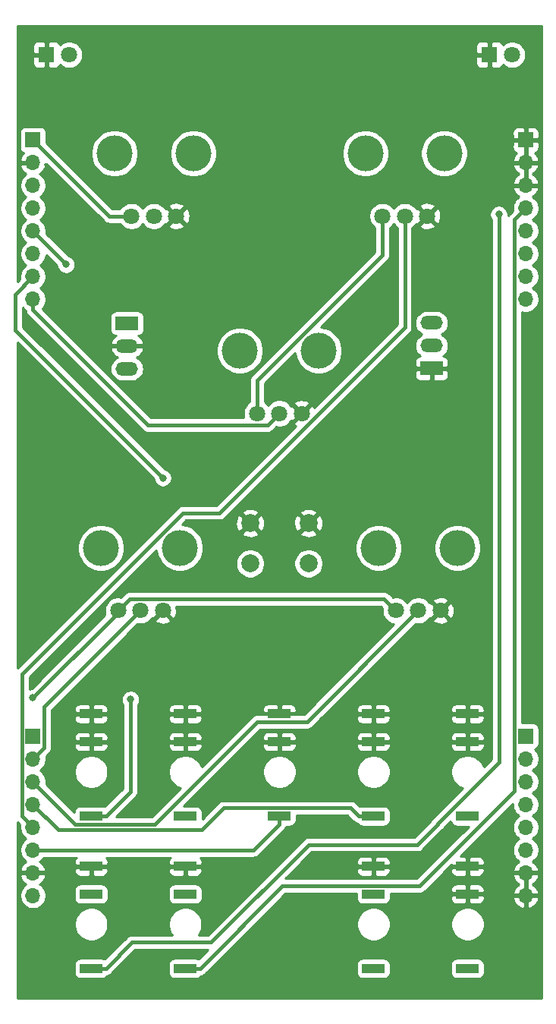
<source format=gbr>
G04 #@! TF.GenerationSoftware,KiCad,Pcbnew,(5.1.5)-3*
G04 #@! TF.CreationDate,2020-10-12T14:36:57+01:00*
G04 #@! TF.ProjectId,Retrospector_Controls,52657472-6f73-4706-9563-746f725f436f,rev?*
G04 #@! TF.SameCoordinates,Original*
G04 #@! TF.FileFunction,Copper,L2,Bot*
G04 #@! TF.FilePolarity,Positive*
%FSLAX46Y46*%
G04 Gerber Fmt 4.6, Leading zero omitted, Abs format (unit mm)*
G04 Created by KiCad (PCBNEW (5.1.5)-3) date 2020-10-12 14:36:57*
%MOMM*%
%LPD*%
G04 APERTURE LIST*
%ADD10R,2.500000X1.000000*%
%ADD11C,2.000000*%
%ADD12O,2.500000X1.500000*%
%ADD13R,2.500000X1.500000*%
%ADD14C,4.000000*%
%ADD15C,1.800000*%
%ADD16R,1.700000X1.700000*%
%ADD17O,1.700000X1.700000*%
%ADD18R,1.800000X1.800000*%
%ADD19C,0.800000*%
%ADD20C,0.400000*%
%ADD21C,0.254000*%
G04 APERTURE END LIST*
D10*
X109000000Y-144520000D03*
X109000000Y-147620000D03*
X109000000Y-155920000D03*
X119500000Y-127520000D03*
X119500000Y-130620000D03*
X119500000Y-138920000D03*
X140500000Y-127520000D03*
X140500000Y-130620000D03*
X140500000Y-138920000D03*
D11*
X126750000Y-106250000D03*
X126750000Y-110750000D03*
X133250000Y-106250000D03*
X133250000Y-110750000D03*
D10*
X109000000Y-127520000D03*
X109000000Y-130620000D03*
X109000000Y-138920000D03*
D12*
X113000000Y-89027800D03*
X113000000Y-86487800D03*
D13*
X113000000Y-83947800D03*
D12*
X147000000Y-83920000D03*
X147000000Y-86460000D03*
D13*
X147000000Y-89000000D03*
D14*
X111600000Y-65000000D03*
X120400000Y-65000000D03*
D15*
X113500000Y-72000000D03*
X116000000Y-72000000D03*
X118500000Y-72000000D03*
D14*
X139600000Y-65000000D03*
X148400000Y-65000000D03*
D15*
X141500000Y-72000000D03*
X144000000Y-72000000D03*
X146500000Y-72000000D03*
D14*
X141100000Y-109000000D03*
X149900000Y-109000000D03*
D15*
X143000000Y-116000000D03*
X145500000Y-116000000D03*
X148000000Y-116000000D03*
D14*
X125600000Y-87000000D03*
X134400000Y-87000000D03*
D15*
X127500000Y-94000000D03*
X130000000Y-94000000D03*
X132500000Y-94000000D03*
D14*
X110100000Y-109000000D03*
X118900000Y-109000000D03*
D15*
X112000000Y-116000000D03*
X114500000Y-116000000D03*
X117000000Y-116000000D03*
D10*
X119500000Y-144520000D03*
X119500000Y-147620000D03*
X119500000Y-155920000D03*
X140500000Y-144520000D03*
X140500000Y-147620000D03*
X140500000Y-155920000D03*
X130000000Y-127520000D03*
X130000000Y-130620000D03*
X130000000Y-138920000D03*
D16*
X157500000Y-130000000D03*
D17*
X157500000Y-132540000D03*
X157500000Y-135080000D03*
X157500000Y-137620000D03*
X157500000Y-140160000D03*
X157500000Y-142700000D03*
X157500000Y-145240000D03*
X157500000Y-147780000D03*
D16*
X157500000Y-63500000D03*
D17*
X157500000Y-66040000D03*
X157500000Y-68580000D03*
X157500000Y-71120000D03*
X157500000Y-73660000D03*
X157500000Y-76200000D03*
X157500000Y-78740000D03*
X157500000Y-81280000D03*
D16*
X102500000Y-130000000D03*
D17*
X102500000Y-132540000D03*
X102500000Y-135080000D03*
X102500000Y-137620000D03*
X102500000Y-140160000D03*
X102500000Y-142700000D03*
X102500000Y-145240000D03*
X102500000Y-147780000D03*
D16*
X102500000Y-63500000D03*
D17*
X102500000Y-66040000D03*
X102500000Y-68580000D03*
X102500000Y-71120000D03*
X102500000Y-73660000D03*
X102500000Y-76200000D03*
X102500000Y-78740000D03*
X102500000Y-81280000D03*
D10*
X151000000Y-127520000D03*
X151000000Y-130620000D03*
X151000000Y-138920000D03*
X151000000Y-144520000D03*
X151000000Y-147620000D03*
X151000000Y-155920000D03*
D18*
X104000000Y-54000000D03*
D15*
X106540000Y-54000000D03*
D18*
X153450000Y-54000000D03*
D15*
X155990000Y-54000000D03*
D19*
X102500000Y-125700000D03*
X117000000Y-101200000D03*
X154500000Y-71800000D03*
X106200000Y-77400000D03*
X113400000Y-125900000D03*
D20*
X112000000Y-116200000D02*
X112000000Y-116000000D01*
X102500000Y-125700000D02*
X112000000Y-116200000D01*
X111000000Y-72000000D02*
X102500000Y-63500000D01*
X114000000Y-72000000D02*
X111000000Y-72000000D01*
X113300001Y-114699999D02*
X112000000Y-116000000D01*
X141699999Y-114699999D02*
X113300001Y-114699999D01*
X143000000Y-116000000D02*
X141699999Y-114699999D01*
X141500000Y-72000000D02*
X141500000Y-76347998D01*
X127500000Y-90347998D02*
X127500000Y-94000000D01*
X141500000Y-76347998D02*
X127500000Y-90347998D01*
X100500010Y-80739990D02*
X102500000Y-78740000D01*
X100500010Y-84700010D02*
X100500010Y-80739990D01*
X117000000Y-101200000D02*
X100500010Y-84700010D01*
X121150000Y-155920000D02*
X119500000Y-155920000D01*
X157500000Y-71120000D02*
X156249999Y-72370001D01*
X156249999Y-72370001D02*
X156249999Y-136140003D01*
X156249999Y-136140003D02*
X145670003Y-146719999D01*
X145670003Y-146719999D02*
X130350001Y-146719999D01*
X130350001Y-146719999D02*
X121150000Y-155920000D01*
X154500000Y-132942002D02*
X147642002Y-139800000D01*
X154500000Y-71800000D02*
X154500000Y-132942002D01*
X113570000Y-153000000D02*
X122400000Y-153000000D01*
X110650000Y-155920000D02*
X113570000Y-153000000D01*
X109000000Y-155920000D02*
X110650000Y-155920000D01*
X147642002Y-139848000D02*
X145390002Y-142100000D01*
X147642002Y-139800000D02*
X147642002Y-139848000D01*
X133300000Y-142100000D02*
X122400000Y-153000000D01*
X145390002Y-142100000D02*
X133300000Y-142100000D01*
X130000000Y-139820000D02*
X130000000Y-138920000D01*
X127120000Y-142700000D02*
X130000000Y-139820000D01*
X102500000Y-142700000D02*
X127120000Y-142700000D01*
X102500000Y-73660000D02*
X106200000Y-77360000D01*
X106200000Y-77360000D02*
X106200000Y-77400000D01*
X101249999Y-138909999D02*
X102500000Y-140160000D01*
X144000000Y-84424002D02*
X123324003Y-105099999D01*
X144000000Y-72000000D02*
X144000000Y-84424002D01*
X123324003Y-105099999D02*
X119247999Y-105099999D01*
X119247999Y-105099999D02*
X101249999Y-123097999D01*
X101249999Y-123097999D02*
X101249999Y-138909999D01*
X113400000Y-136170000D02*
X113400000Y-125900000D01*
X109000000Y-138920000D02*
X110650000Y-138920000D01*
X110650000Y-138920000D02*
X113400000Y-136170000D01*
X103750001Y-126749999D02*
X114500000Y-116000000D01*
X103750001Y-131289999D02*
X103750001Y-126749999D01*
X102500000Y-132540000D02*
X103750001Y-131289999D01*
X138850000Y-138920000D02*
X140500000Y-138920000D01*
X102500000Y-137620000D02*
X105300011Y-140420011D01*
X123780001Y-138019999D02*
X137949999Y-138019999D01*
X137949999Y-138019999D02*
X138850000Y-138920000D01*
X105300011Y-140420011D02*
X121379989Y-140420011D01*
X121379989Y-140420011D02*
X123780001Y-138019999D01*
X107240001Y-139820001D02*
X102500000Y-135080000D01*
X116122001Y-139820001D02*
X107240001Y-139820001D01*
X127522001Y-128420001D02*
X116122001Y-139820001D01*
X133079999Y-128420001D02*
X127522001Y-128420001D01*
X145500000Y-116000000D02*
X133079999Y-128420001D01*
X115317920Y-95300001D02*
X102500000Y-82482081D01*
X128699999Y-95300001D02*
X115317920Y-95300001D01*
X102500000Y-82482081D02*
X102500000Y-81280000D01*
X130000000Y-94000000D02*
X128699999Y-95300001D01*
D21*
G36*
X159265001Y-159265000D02*
G01*
X100735000Y-159265000D01*
X100735000Y-155420000D01*
X107111928Y-155420000D01*
X107111928Y-156420000D01*
X107124188Y-156544482D01*
X107160498Y-156664180D01*
X107219463Y-156774494D01*
X107298815Y-156871185D01*
X107395506Y-156950537D01*
X107505820Y-157009502D01*
X107625518Y-157045812D01*
X107750000Y-157058072D01*
X110250000Y-157058072D01*
X110374482Y-157045812D01*
X110494180Y-157009502D01*
X110604494Y-156950537D01*
X110701185Y-156871185D01*
X110780537Y-156774494D01*
X110796511Y-156744610D01*
X110813689Y-156742918D01*
X110971087Y-156695172D01*
X111116146Y-156617636D01*
X111243291Y-156513291D01*
X111269446Y-156481421D01*
X113915869Y-153835000D01*
X122054133Y-153835000D01*
X121036183Y-154852950D01*
X120994180Y-154830498D01*
X120874482Y-154794188D01*
X120750000Y-154781928D01*
X118250000Y-154781928D01*
X118125518Y-154794188D01*
X118005820Y-154830498D01*
X117895506Y-154889463D01*
X117798815Y-154968815D01*
X117719463Y-155065506D01*
X117660498Y-155175820D01*
X117624188Y-155295518D01*
X117611928Y-155420000D01*
X117611928Y-156420000D01*
X117624188Y-156544482D01*
X117660498Y-156664180D01*
X117719463Y-156774494D01*
X117798815Y-156871185D01*
X117895506Y-156950537D01*
X118005820Y-157009502D01*
X118125518Y-157045812D01*
X118250000Y-157058072D01*
X120750000Y-157058072D01*
X120874482Y-157045812D01*
X120994180Y-157009502D01*
X121104494Y-156950537D01*
X121201185Y-156871185D01*
X121280537Y-156774494D01*
X121296511Y-156744610D01*
X121313689Y-156742918D01*
X121471087Y-156695172D01*
X121616146Y-156617636D01*
X121743291Y-156513291D01*
X121769446Y-156481421D01*
X122830867Y-155420000D01*
X138611928Y-155420000D01*
X138611928Y-156420000D01*
X138624188Y-156544482D01*
X138660498Y-156664180D01*
X138719463Y-156774494D01*
X138798815Y-156871185D01*
X138895506Y-156950537D01*
X139005820Y-157009502D01*
X139125518Y-157045812D01*
X139250000Y-157058072D01*
X141750000Y-157058072D01*
X141874482Y-157045812D01*
X141994180Y-157009502D01*
X142104494Y-156950537D01*
X142201185Y-156871185D01*
X142280537Y-156774494D01*
X142339502Y-156664180D01*
X142375812Y-156544482D01*
X142388072Y-156420000D01*
X142388072Y-155420000D01*
X149111928Y-155420000D01*
X149111928Y-156420000D01*
X149124188Y-156544482D01*
X149160498Y-156664180D01*
X149219463Y-156774494D01*
X149298815Y-156871185D01*
X149395506Y-156950537D01*
X149505820Y-157009502D01*
X149625518Y-157045812D01*
X149750000Y-157058072D01*
X152250000Y-157058072D01*
X152374482Y-157045812D01*
X152494180Y-157009502D01*
X152604494Y-156950537D01*
X152701185Y-156871185D01*
X152780537Y-156774494D01*
X152839502Y-156664180D01*
X152875812Y-156544482D01*
X152888072Y-156420000D01*
X152888072Y-155420000D01*
X152875812Y-155295518D01*
X152839502Y-155175820D01*
X152780537Y-155065506D01*
X152701185Y-154968815D01*
X152604494Y-154889463D01*
X152494180Y-154830498D01*
X152374482Y-154794188D01*
X152250000Y-154781928D01*
X149750000Y-154781928D01*
X149625518Y-154794188D01*
X149505820Y-154830498D01*
X149395506Y-154889463D01*
X149298815Y-154968815D01*
X149219463Y-155065506D01*
X149160498Y-155175820D01*
X149124188Y-155295518D01*
X149111928Y-155420000D01*
X142388072Y-155420000D01*
X142375812Y-155295518D01*
X142339502Y-155175820D01*
X142280537Y-155065506D01*
X142201185Y-154968815D01*
X142104494Y-154889463D01*
X141994180Y-154830498D01*
X141874482Y-154794188D01*
X141750000Y-154781928D01*
X139250000Y-154781928D01*
X139125518Y-154794188D01*
X139005820Y-154830498D01*
X138895506Y-154889463D01*
X138798815Y-154968815D01*
X138719463Y-155065506D01*
X138660498Y-155175820D01*
X138624188Y-155295518D01*
X138611928Y-155420000D01*
X122830867Y-155420000D01*
X127436523Y-150814344D01*
X138615000Y-150814344D01*
X138615000Y-151185656D01*
X138687439Y-151549834D01*
X138829534Y-151892882D01*
X139035825Y-152201618D01*
X139298382Y-152464175D01*
X139607118Y-152670466D01*
X139950166Y-152812561D01*
X140314344Y-152885000D01*
X140685656Y-152885000D01*
X141049834Y-152812561D01*
X141392882Y-152670466D01*
X141701618Y-152464175D01*
X141964175Y-152201618D01*
X142170466Y-151892882D01*
X142312561Y-151549834D01*
X142385000Y-151185656D01*
X142385000Y-150814344D01*
X149115000Y-150814344D01*
X149115000Y-151185656D01*
X149187439Y-151549834D01*
X149329534Y-151892882D01*
X149535825Y-152201618D01*
X149798382Y-152464175D01*
X150107118Y-152670466D01*
X150450166Y-152812561D01*
X150814344Y-152885000D01*
X151185656Y-152885000D01*
X151549834Y-152812561D01*
X151892882Y-152670466D01*
X152201618Y-152464175D01*
X152464175Y-152201618D01*
X152670466Y-151892882D01*
X152812561Y-151549834D01*
X152885000Y-151185656D01*
X152885000Y-150814344D01*
X152812561Y-150450166D01*
X152670466Y-150107118D01*
X152464175Y-149798382D01*
X152201618Y-149535825D01*
X151892882Y-149329534D01*
X151549834Y-149187439D01*
X151185656Y-149115000D01*
X150814344Y-149115000D01*
X150450166Y-149187439D01*
X150107118Y-149329534D01*
X149798382Y-149535825D01*
X149535825Y-149798382D01*
X149329534Y-150107118D01*
X149187439Y-150450166D01*
X149115000Y-150814344D01*
X142385000Y-150814344D01*
X142312561Y-150450166D01*
X142170466Y-150107118D01*
X141964175Y-149798382D01*
X141701618Y-149535825D01*
X141392882Y-149329534D01*
X141049834Y-149187439D01*
X140685656Y-149115000D01*
X140314344Y-149115000D01*
X139950166Y-149187439D01*
X139607118Y-149329534D01*
X139298382Y-149535825D01*
X139035825Y-149798382D01*
X138829534Y-150107118D01*
X138687439Y-150450166D01*
X138615000Y-150814344D01*
X127436523Y-150814344D01*
X130695869Y-147554999D01*
X138611928Y-147554999D01*
X138611928Y-148120000D01*
X138624188Y-148244482D01*
X138660498Y-148364180D01*
X138719463Y-148474494D01*
X138798815Y-148571185D01*
X138895506Y-148650537D01*
X139005820Y-148709502D01*
X139125518Y-148745812D01*
X139250000Y-148758072D01*
X141750000Y-148758072D01*
X141874482Y-148745812D01*
X141994180Y-148709502D01*
X142104494Y-148650537D01*
X142201185Y-148571185D01*
X142280537Y-148474494D01*
X142339502Y-148364180D01*
X142375812Y-148244482D01*
X142388072Y-148120000D01*
X149111928Y-148120000D01*
X149124188Y-148244482D01*
X149160498Y-148364180D01*
X149219463Y-148474494D01*
X149298815Y-148571185D01*
X149395506Y-148650537D01*
X149505820Y-148709502D01*
X149625518Y-148745812D01*
X149750000Y-148758072D01*
X150714250Y-148755000D01*
X150873000Y-148596250D01*
X150873000Y-147747000D01*
X151127000Y-147747000D01*
X151127000Y-148596250D01*
X151285750Y-148755000D01*
X152250000Y-148758072D01*
X152374482Y-148745812D01*
X152494180Y-148709502D01*
X152604494Y-148650537D01*
X152701185Y-148571185D01*
X152780537Y-148474494D01*
X152839502Y-148364180D01*
X152875812Y-148244482D01*
X152886408Y-148136890D01*
X156058524Y-148136890D01*
X156103175Y-148284099D01*
X156228359Y-148546920D01*
X156402412Y-148780269D01*
X156618645Y-148975178D01*
X156868748Y-149124157D01*
X157143109Y-149221481D01*
X157373000Y-149100814D01*
X157373000Y-147907000D01*
X157627000Y-147907000D01*
X157627000Y-149100814D01*
X157856891Y-149221481D01*
X158131252Y-149124157D01*
X158381355Y-148975178D01*
X158597588Y-148780269D01*
X158771641Y-148546920D01*
X158896825Y-148284099D01*
X158941476Y-148136890D01*
X158820155Y-147907000D01*
X157627000Y-147907000D01*
X157373000Y-147907000D01*
X156179845Y-147907000D01*
X156058524Y-148136890D01*
X152886408Y-148136890D01*
X152888072Y-148120000D01*
X152885000Y-147905750D01*
X152726250Y-147747000D01*
X151127000Y-147747000D01*
X150873000Y-147747000D01*
X149273750Y-147747000D01*
X149115000Y-147905750D01*
X149111928Y-148120000D01*
X142388072Y-148120000D01*
X142388072Y-147554999D01*
X145628985Y-147554999D01*
X145670003Y-147559039D01*
X145711021Y-147554999D01*
X145711022Y-147554999D01*
X145833692Y-147542917D01*
X145991090Y-147495171D01*
X146136149Y-147417635D01*
X146263294Y-147313290D01*
X146289449Y-147281420D01*
X146450869Y-147120000D01*
X149111928Y-147120000D01*
X149115000Y-147334250D01*
X149273750Y-147493000D01*
X150873000Y-147493000D01*
X150873000Y-146643750D01*
X151127000Y-146643750D01*
X151127000Y-147493000D01*
X152726250Y-147493000D01*
X152885000Y-147334250D01*
X152888072Y-147120000D01*
X152875812Y-146995518D01*
X152839502Y-146875820D01*
X152780537Y-146765506D01*
X152701185Y-146668815D01*
X152604494Y-146589463D01*
X152494180Y-146530498D01*
X152374482Y-146494188D01*
X152250000Y-146481928D01*
X151285750Y-146485000D01*
X151127000Y-146643750D01*
X150873000Y-146643750D01*
X150714250Y-146485000D01*
X149750000Y-146481928D01*
X149625518Y-146494188D01*
X149505820Y-146530498D01*
X149395506Y-146589463D01*
X149298815Y-146668815D01*
X149219463Y-146765506D01*
X149160498Y-146875820D01*
X149124188Y-146995518D01*
X149111928Y-147120000D01*
X146450869Y-147120000D01*
X148550869Y-145020000D01*
X149111928Y-145020000D01*
X149124188Y-145144482D01*
X149160498Y-145264180D01*
X149219463Y-145374494D01*
X149298815Y-145471185D01*
X149395506Y-145550537D01*
X149505820Y-145609502D01*
X149625518Y-145645812D01*
X149750000Y-145658072D01*
X150714250Y-145655000D01*
X150873000Y-145496250D01*
X150873000Y-144647000D01*
X151127000Y-144647000D01*
X151127000Y-145496250D01*
X151285750Y-145655000D01*
X152250000Y-145658072D01*
X152374482Y-145645812D01*
X152494180Y-145609502D01*
X152517775Y-145596890D01*
X156058524Y-145596890D01*
X156103175Y-145744099D01*
X156228359Y-146006920D01*
X156402412Y-146240269D01*
X156618645Y-146435178D01*
X156744255Y-146510000D01*
X156618645Y-146584822D01*
X156402412Y-146779731D01*
X156228359Y-147013080D01*
X156103175Y-147275901D01*
X156058524Y-147423110D01*
X156179845Y-147653000D01*
X157373000Y-147653000D01*
X157373000Y-145367000D01*
X157627000Y-145367000D01*
X157627000Y-147653000D01*
X158820155Y-147653000D01*
X158941476Y-147423110D01*
X158896825Y-147275901D01*
X158771641Y-147013080D01*
X158597588Y-146779731D01*
X158381355Y-146584822D01*
X158255745Y-146510000D01*
X158381355Y-146435178D01*
X158597588Y-146240269D01*
X158771641Y-146006920D01*
X158896825Y-145744099D01*
X158941476Y-145596890D01*
X158820155Y-145367000D01*
X157627000Y-145367000D01*
X157373000Y-145367000D01*
X156179845Y-145367000D01*
X156058524Y-145596890D01*
X152517775Y-145596890D01*
X152604494Y-145550537D01*
X152701185Y-145471185D01*
X152780537Y-145374494D01*
X152839502Y-145264180D01*
X152875812Y-145144482D01*
X152888072Y-145020000D01*
X152885000Y-144805750D01*
X152726250Y-144647000D01*
X151127000Y-144647000D01*
X150873000Y-144647000D01*
X149273750Y-144647000D01*
X149115000Y-144805750D01*
X149111928Y-145020000D01*
X148550869Y-145020000D01*
X149225810Y-144345060D01*
X149273750Y-144393000D01*
X150873000Y-144393000D01*
X150873000Y-143543750D01*
X151127000Y-143543750D01*
X151127000Y-144393000D01*
X152726250Y-144393000D01*
X152885000Y-144234250D01*
X152888072Y-144020000D01*
X152875812Y-143895518D01*
X152839502Y-143775820D01*
X152780537Y-143665506D01*
X152701185Y-143568815D01*
X152604494Y-143489463D01*
X152494180Y-143430498D01*
X152374482Y-143394188D01*
X152250000Y-143381928D01*
X151285750Y-143385000D01*
X151127000Y-143543750D01*
X150873000Y-143543750D01*
X150714250Y-143385000D01*
X150187548Y-143383322D01*
X156015000Y-137555871D01*
X156015000Y-137766260D01*
X156072068Y-138053158D01*
X156184010Y-138323411D01*
X156346525Y-138566632D01*
X156553368Y-138773475D01*
X156727760Y-138890000D01*
X156553368Y-139006525D01*
X156346525Y-139213368D01*
X156184010Y-139456589D01*
X156072068Y-139726842D01*
X156015000Y-140013740D01*
X156015000Y-140306260D01*
X156072068Y-140593158D01*
X156184010Y-140863411D01*
X156346525Y-141106632D01*
X156553368Y-141313475D01*
X156727760Y-141430000D01*
X156553368Y-141546525D01*
X156346525Y-141753368D01*
X156184010Y-141996589D01*
X156072068Y-142266842D01*
X156015000Y-142553740D01*
X156015000Y-142846260D01*
X156072068Y-143133158D01*
X156184010Y-143403411D01*
X156346525Y-143646632D01*
X156553368Y-143853475D01*
X156735534Y-143975195D01*
X156618645Y-144044822D01*
X156402412Y-144239731D01*
X156228359Y-144473080D01*
X156103175Y-144735901D01*
X156058524Y-144883110D01*
X156179845Y-145113000D01*
X157373000Y-145113000D01*
X157373000Y-145093000D01*
X157627000Y-145093000D01*
X157627000Y-145113000D01*
X158820155Y-145113000D01*
X158941476Y-144883110D01*
X158896825Y-144735901D01*
X158771641Y-144473080D01*
X158597588Y-144239731D01*
X158381355Y-144044822D01*
X158264466Y-143975195D01*
X158446632Y-143853475D01*
X158653475Y-143646632D01*
X158815990Y-143403411D01*
X158927932Y-143133158D01*
X158985000Y-142846260D01*
X158985000Y-142553740D01*
X158927932Y-142266842D01*
X158815990Y-141996589D01*
X158653475Y-141753368D01*
X158446632Y-141546525D01*
X158272240Y-141430000D01*
X158446632Y-141313475D01*
X158653475Y-141106632D01*
X158815990Y-140863411D01*
X158927932Y-140593158D01*
X158985000Y-140306260D01*
X158985000Y-140013740D01*
X158927932Y-139726842D01*
X158815990Y-139456589D01*
X158653475Y-139213368D01*
X158446632Y-139006525D01*
X158272240Y-138890000D01*
X158446632Y-138773475D01*
X158653475Y-138566632D01*
X158815990Y-138323411D01*
X158927932Y-138053158D01*
X158985000Y-137766260D01*
X158985000Y-137473740D01*
X158927932Y-137186842D01*
X158815990Y-136916589D01*
X158653475Y-136673368D01*
X158446632Y-136466525D01*
X158272240Y-136350000D01*
X158446632Y-136233475D01*
X158653475Y-136026632D01*
X158815990Y-135783411D01*
X158927932Y-135513158D01*
X158985000Y-135226260D01*
X158985000Y-134933740D01*
X158927932Y-134646842D01*
X158815990Y-134376589D01*
X158653475Y-134133368D01*
X158446632Y-133926525D01*
X158272240Y-133810000D01*
X158446632Y-133693475D01*
X158653475Y-133486632D01*
X158815990Y-133243411D01*
X158927932Y-132973158D01*
X158985000Y-132686260D01*
X158985000Y-132393740D01*
X158927932Y-132106842D01*
X158815990Y-131836589D01*
X158653475Y-131593368D01*
X158521620Y-131461513D01*
X158594180Y-131439502D01*
X158704494Y-131380537D01*
X158801185Y-131301185D01*
X158880537Y-131204494D01*
X158939502Y-131094180D01*
X158975812Y-130974482D01*
X158988072Y-130850000D01*
X158988072Y-129150000D01*
X158975812Y-129025518D01*
X158939502Y-128905820D01*
X158880537Y-128795506D01*
X158801185Y-128698815D01*
X158704494Y-128619463D01*
X158594180Y-128560498D01*
X158474482Y-128524188D01*
X158350000Y-128511928D01*
X157084999Y-128511928D01*
X157084999Y-82711544D01*
X157353740Y-82765000D01*
X157646260Y-82765000D01*
X157933158Y-82707932D01*
X158203411Y-82595990D01*
X158446632Y-82433475D01*
X158653475Y-82226632D01*
X158815990Y-81983411D01*
X158927932Y-81713158D01*
X158985000Y-81426260D01*
X158985000Y-81133740D01*
X158927932Y-80846842D01*
X158815990Y-80576589D01*
X158653475Y-80333368D01*
X158446632Y-80126525D01*
X158272240Y-80010000D01*
X158446632Y-79893475D01*
X158653475Y-79686632D01*
X158815990Y-79443411D01*
X158927932Y-79173158D01*
X158985000Y-78886260D01*
X158985000Y-78593740D01*
X158927932Y-78306842D01*
X158815990Y-78036589D01*
X158653475Y-77793368D01*
X158446632Y-77586525D01*
X158272240Y-77470000D01*
X158446632Y-77353475D01*
X158653475Y-77146632D01*
X158815990Y-76903411D01*
X158927932Y-76633158D01*
X158985000Y-76346260D01*
X158985000Y-76053740D01*
X158927932Y-75766842D01*
X158815990Y-75496589D01*
X158653475Y-75253368D01*
X158446632Y-75046525D01*
X158272240Y-74930000D01*
X158446632Y-74813475D01*
X158653475Y-74606632D01*
X158815990Y-74363411D01*
X158927932Y-74093158D01*
X158985000Y-73806260D01*
X158985000Y-73513740D01*
X158927932Y-73226842D01*
X158815990Y-72956589D01*
X158653475Y-72713368D01*
X158446632Y-72506525D01*
X158272240Y-72390000D01*
X158446632Y-72273475D01*
X158653475Y-72066632D01*
X158815990Y-71823411D01*
X158927932Y-71553158D01*
X158985000Y-71266260D01*
X158985000Y-70973740D01*
X158927932Y-70686842D01*
X158815990Y-70416589D01*
X158653475Y-70173368D01*
X158446632Y-69966525D01*
X158264466Y-69844805D01*
X158381355Y-69775178D01*
X158597588Y-69580269D01*
X158771641Y-69346920D01*
X158896825Y-69084099D01*
X158941476Y-68936890D01*
X158820155Y-68707000D01*
X157627000Y-68707000D01*
X157627000Y-68727000D01*
X157373000Y-68727000D01*
X157373000Y-68707000D01*
X156179845Y-68707000D01*
X156058524Y-68936890D01*
X156103175Y-69084099D01*
X156228359Y-69346920D01*
X156402412Y-69580269D01*
X156618645Y-69775178D01*
X156735534Y-69844805D01*
X156553368Y-69966525D01*
X156346525Y-70173368D01*
X156184010Y-70416589D01*
X156072068Y-70686842D01*
X156015000Y-70973740D01*
X156015000Y-71266260D01*
X156041193Y-71397940D01*
X155688578Y-71750555D01*
X155656708Y-71776710D01*
X155597533Y-71848816D01*
X155552363Y-71903856D01*
X155524102Y-71956729D01*
X155535000Y-71901939D01*
X155535000Y-71698061D01*
X155495226Y-71498102D01*
X155417205Y-71309744D01*
X155303937Y-71140226D01*
X155159774Y-70996063D01*
X154990256Y-70882795D01*
X154801898Y-70804774D01*
X154601939Y-70765000D01*
X154398061Y-70765000D01*
X154198102Y-70804774D01*
X154009744Y-70882795D01*
X153840226Y-70996063D01*
X153696063Y-71140226D01*
X153582795Y-71309744D01*
X153504774Y-71498102D01*
X153465000Y-71698061D01*
X153465000Y-71901939D01*
X153504774Y-72101898D01*
X153582795Y-72290256D01*
X153665000Y-72413285D01*
X153665001Y-132596132D01*
X152812094Y-133449039D01*
X152670466Y-133107118D01*
X152464175Y-132798382D01*
X152201618Y-132535825D01*
X151892882Y-132329534D01*
X151549834Y-132187439D01*
X151185656Y-132115000D01*
X150814344Y-132115000D01*
X150450166Y-132187439D01*
X150107118Y-132329534D01*
X149798382Y-132535825D01*
X149535825Y-132798382D01*
X149329534Y-133107118D01*
X149187439Y-133450166D01*
X149115000Y-133814344D01*
X149115000Y-134185656D01*
X149187439Y-134549834D01*
X149329534Y-134892882D01*
X149535825Y-135201618D01*
X149798382Y-135464175D01*
X150107118Y-135670466D01*
X150449040Y-135812094D01*
X147080581Y-139180554D01*
X147048711Y-139206709D01*
X146944367Y-139333854D01*
X146944366Y-139333855D01*
X146908870Y-139400263D01*
X145044135Y-141265000D01*
X133341018Y-141265000D01*
X133300000Y-141260960D01*
X133258981Y-141265000D01*
X133136311Y-141277082D01*
X132978913Y-141324828D01*
X132833854Y-141402364D01*
X132706709Y-141506709D01*
X132680563Y-141538568D01*
X122054133Y-152165000D01*
X120988642Y-152165000D01*
X121170466Y-151892882D01*
X121312561Y-151549834D01*
X121385000Y-151185656D01*
X121385000Y-150814344D01*
X121312561Y-150450166D01*
X121170466Y-150107118D01*
X120964175Y-149798382D01*
X120701618Y-149535825D01*
X120392882Y-149329534D01*
X120049834Y-149187439D01*
X119685656Y-149115000D01*
X119314344Y-149115000D01*
X118950166Y-149187439D01*
X118607118Y-149329534D01*
X118298382Y-149535825D01*
X118035825Y-149798382D01*
X117829534Y-150107118D01*
X117687439Y-150450166D01*
X117615000Y-150814344D01*
X117615000Y-151185656D01*
X117687439Y-151549834D01*
X117829534Y-151892882D01*
X118011358Y-152165000D01*
X113611018Y-152165000D01*
X113570000Y-152160960D01*
X113528982Y-152165000D01*
X113528981Y-152165000D01*
X113406311Y-152177082D01*
X113248913Y-152224828D01*
X113103854Y-152302364D01*
X112976709Y-152406709D01*
X112950563Y-152438568D01*
X110536183Y-154852950D01*
X110494180Y-154830498D01*
X110374482Y-154794188D01*
X110250000Y-154781928D01*
X107750000Y-154781928D01*
X107625518Y-154794188D01*
X107505820Y-154830498D01*
X107395506Y-154889463D01*
X107298815Y-154968815D01*
X107219463Y-155065506D01*
X107160498Y-155175820D01*
X107124188Y-155295518D01*
X107111928Y-155420000D01*
X100735000Y-155420000D01*
X100735000Y-150814344D01*
X107115000Y-150814344D01*
X107115000Y-151185656D01*
X107187439Y-151549834D01*
X107329534Y-151892882D01*
X107535825Y-152201618D01*
X107798382Y-152464175D01*
X108107118Y-152670466D01*
X108450166Y-152812561D01*
X108814344Y-152885000D01*
X109185656Y-152885000D01*
X109549834Y-152812561D01*
X109892882Y-152670466D01*
X110201618Y-152464175D01*
X110464175Y-152201618D01*
X110670466Y-151892882D01*
X110812561Y-151549834D01*
X110885000Y-151185656D01*
X110885000Y-150814344D01*
X110812561Y-150450166D01*
X110670466Y-150107118D01*
X110464175Y-149798382D01*
X110201618Y-149535825D01*
X109892882Y-149329534D01*
X109549834Y-149187439D01*
X109185656Y-149115000D01*
X108814344Y-149115000D01*
X108450166Y-149187439D01*
X108107118Y-149329534D01*
X107798382Y-149535825D01*
X107535825Y-149798382D01*
X107329534Y-150107118D01*
X107187439Y-150450166D01*
X107115000Y-150814344D01*
X100735000Y-150814344D01*
X100735000Y-147633740D01*
X101015000Y-147633740D01*
X101015000Y-147926260D01*
X101072068Y-148213158D01*
X101184010Y-148483411D01*
X101346525Y-148726632D01*
X101553368Y-148933475D01*
X101796589Y-149095990D01*
X102066842Y-149207932D01*
X102353740Y-149265000D01*
X102646260Y-149265000D01*
X102933158Y-149207932D01*
X103203411Y-149095990D01*
X103446632Y-148933475D01*
X103653475Y-148726632D01*
X103815990Y-148483411D01*
X103927932Y-148213158D01*
X103985000Y-147926260D01*
X103985000Y-147633740D01*
X103927932Y-147346842D01*
X103833972Y-147120000D01*
X107111928Y-147120000D01*
X107111928Y-148120000D01*
X107124188Y-148244482D01*
X107160498Y-148364180D01*
X107219463Y-148474494D01*
X107298815Y-148571185D01*
X107395506Y-148650537D01*
X107505820Y-148709502D01*
X107625518Y-148745812D01*
X107750000Y-148758072D01*
X110250000Y-148758072D01*
X110374482Y-148745812D01*
X110494180Y-148709502D01*
X110604494Y-148650537D01*
X110701185Y-148571185D01*
X110780537Y-148474494D01*
X110839502Y-148364180D01*
X110875812Y-148244482D01*
X110888072Y-148120000D01*
X110888072Y-147120000D01*
X117611928Y-147120000D01*
X117611928Y-148120000D01*
X117624188Y-148244482D01*
X117660498Y-148364180D01*
X117719463Y-148474494D01*
X117798815Y-148571185D01*
X117895506Y-148650537D01*
X118005820Y-148709502D01*
X118125518Y-148745812D01*
X118250000Y-148758072D01*
X120750000Y-148758072D01*
X120874482Y-148745812D01*
X120994180Y-148709502D01*
X121104494Y-148650537D01*
X121201185Y-148571185D01*
X121280537Y-148474494D01*
X121339502Y-148364180D01*
X121375812Y-148244482D01*
X121388072Y-148120000D01*
X121388072Y-147120000D01*
X121375812Y-146995518D01*
X121339502Y-146875820D01*
X121280537Y-146765506D01*
X121201185Y-146668815D01*
X121104494Y-146589463D01*
X120994180Y-146530498D01*
X120874482Y-146494188D01*
X120750000Y-146481928D01*
X118250000Y-146481928D01*
X118125518Y-146494188D01*
X118005820Y-146530498D01*
X117895506Y-146589463D01*
X117798815Y-146668815D01*
X117719463Y-146765506D01*
X117660498Y-146875820D01*
X117624188Y-146995518D01*
X117611928Y-147120000D01*
X110888072Y-147120000D01*
X110875812Y-146995518D01*
X110839502Y-146875820D01*
X110780537Y-146765506D01*
X110701185Y-146668815D01*
X110604494Y-146589463D01*
X110494180Y-146530498D01*
X110374482Y-146494188D01*
X110250000Y-146481928D01*
X107750000Y-146481928D01*
X107625518Y-146494188D01*
X107505820Y-146530498D01*
X107395506Y-146589463D01*
X107298815Y-146668815D01*
X107219463Y-146765506D01*
X107160498Y-146875820D01*
X107124188Y-146995518D01*
X107111928Y-147120000D01*
X103833972Y-147120000D01*
X103815990Y-147076589D01*
X103653475Y-146833368D01*
X103446632Y-146626525D01*
X103264466Y-146504805D01*
X103381355Y-146435178D01*
X103597588Y-146240269D01*
X103771641Y-146006920D01*
X103896825Y-145744099D01*
X103941476Y-145596890D01*
X103820155Y-145367000D01*
X102627000Y-145367000D01*
X102627000Y-145387000D01*
X102373000Y-145387000D01*
X102373000Y-145367000D01*
X101179845Y-145367000D01*
X101058524Y-145596890D01*
X101103175Y-145744099D01*
X101228359Y-146006920D01*
X101402412Y-146240269D01*
X101618645Y-146435178D01*
X101735534Y-146504805D01*
X101553368Y-146626525D01*
X101346525Y-146833368D01*
X101184010Y-147076589D01*
X101072068Y-147346842D01*
X101015000Y-147633740D01*
X100735000Y-147633740D01*
X100735000Y-139575867D01*
X101041193Y-139882060D01*
X101015000Y-140013740D01*
X101015000Y-140306260D01*
X101072068Y-140593158D01*
X101184010Y-140863411D01*
X101346525Y-141106632D01*
X101553368Y-141313475D01*
X101727760Y-141430000D01*
X101553368Y-141546525D01*
X101346525Y-141753368D01*
X101184010Y-141996589D01*
X101072068Y-142266842D01*
X101015000Y-142553740D01*
X101015000Y-142846260D01*
X101072068Y-143133158D01*
X101184010Y-143403411D01*
X101346525Y-143646632D01*
X101553368Y-143853475D01*
X101735534Y-143975195D01*
X101618645Y-144044822D01*
X101402412Y-144239731D01*
X101228359Y-144473080D01*
X101103175Y-144735901D01*
X101058524Y-144883110D01*
X101179845Y-145113000D01*
X102373000Y-145113000D01*
X102373000Y-145093000D01*
X102627000Y-145093000D01*
X102627000Y-145113000D01*
X103820155Y-145113000D01*
X103869234Y-145020000D01*
X107111928Y-145020000D01*
X107124188Y-145144482D01*
X107160498Y-145264180D01*
X107219463Y-145374494D01*
X107298815Y-145471185D01*
X107395506Y-145550537D01*
X107505820Y-145609502D01*
X107625518Y-145645812D01*
X107750000Y-145658072D01*
X108714250Y-145655000D01*
X108873000Y-145496250D01*
X108873000Y-144647000D01*
X109127000Y-144647000D01*
X109127000Y-145496250D01*
X109285750Y-145655000D01*
X110250000Y-145658072D01*
X110374482Y-145645812D01*
X110494180Y-145609502D01*
X110604494Y-145550537D01*
X110701185Y-145471185D01*
X110780537Y-145374494D01*
X110839502Y-145264180D01*
X110875812Y-145144482D01*
X110888072Y-145020000D01*
X117611928Y-145020000D01*
X117624188Y-145144482D01*
X117660498Y-145264180D01*
X117719463Y-145374494D01*
X117798815Y-145471185D01*
X117895506Y-145550537D01*
X118005820Y-145609502D01*
X118125518Y-145645812D01*
X118250000Y-145658072D01*
X119214250Y-145655000D01*
X119373000Y-145496250D01*
X119373000Y-144647000D01*
X119627000Y-144647000D01*
X119627000Y-145496250D01*
X119785750Y-145655000D01*
X120750000Y-145658072D01*
X120874482Y-145645812D01*
X120994180Y-145609502D01*
X121104494Y-145550537D01*
X121201185Y-145471185D01*
X121280537Y-145374494D01*
X121339502Y-145264180D01*
X121375812Y-145144482D01*
X121388072Y-145020000D01*
X121385000Y-144805750D01*
X121226250Y-144647000D01*
X119627000Y-144647000D01*
X119373000Y-144647000D01*
X117773750Y-144647000D01*
X117615000Y-144805750D01*
X117611928Y-145020000D01*
X110888072Y-145020000D01*
X110885000Y-144805750D01*
X110726250Y-144647000D01*
X109127000Y-144647000D01*
X108873000Y-144647000D01*
X107273750Y-144647000D01*
X107115000Y-144805750D01*
X107111928Y-145020000D01*
X103869234Y-145020000D01*
X103941476Y-144883110D01*
X103896825Y-144735901D01*
X103771641Y-144473080D01*
X103597588Y-144239731D01*
X103381355Y-144044822D01*
X103264466Y-143975195D01*
X103446632Y-143853475D01*
X103653475Y-143646632D01*
X103728065Y-143535000D01*
X107340019Y-143535000D01*
X107298815Y-143568815D01*
X107219463Y-143665506D01*
X107160498Y-143775820D01*
X107124188Y-143895518D01*
X107111928Y-144020000D01*
X107115000Y-144234250D01*
X107273750Y-144393000D01*
X108873000Y-144393000D01*
X108873000Y-144373000D01*
X109127000Y-144373000D01*
X109127000Y-144393000D01*
X110726250Y-144393000D01*
X110885000Y-144234250D01*
X110888072Y-144020000D01*
X110875812Y-143895518D01*
X110839502Y-143775820D01*
X110780537Y-143665506D01*
X110701185Y-143568815D01*
X110659981Y-143535000D01*
X117840019Y-143535000D01*
X117798815Y-143568815D01*
X117719463Y-143665506D01*
X117660498Y-143775820D01*
X117624188Y-143895518D01*
X117611928Y-144020000D01*
X117615000Y-144234250D01*
X117773750Y-144393000D01*
X119373000Y-144393000D01*
X119373000Y-144373000D01*
X119627000Y-144373000D01*
X119627000Y-144393000D01*
X121226250Y-144393000D01*
X121385000Y-144234250D01*
X121388072Y-144020000D01*
X121375812Y-143895518D01*
X121339502Y-143775820D01*
X121280537Y-143665506D01*
X121201185Y-143568815D01*
X121159981Y-143535000D01*
X127078982Y-143535000D01*
X127120000Y-143539040D01*
X127161018Y-143535000D01*
X127161019Y-143535000D01*
X127283689Y-143522918D01*
X127441087Y-143475172D01*
X127586146Y-143397636D01*
X127713291Y-143293291D01*
X127739446Y-143261421D01*
X130561429Y-140439439D01*
X130593291Y-140413291D01*
X130697636Y-140286146D01*
X130775172Y-140141087D01*
X130800354Y-140058072D01*
X131250000Y-140058072D01*
X131374482Y-140045812D01*
X131494180Y-140009502D01*
X131604494Y-139950537D01*
X131701185Y-139871185D01*
X131780537Y-139774494D01*
X131839502Y-139664180D01*
X131875812Y-139544482D01*
X131888072Y-139420000D01*
X131888072Y-138854999D01*
X137604131Y-138854999D01*
X138230563Y-139481432D01*
X138256709Y-139513291D01*
X138383854Y-139617636D01*
X138528913Y-139695172D01*
X138686311Y-139742918D01*
X138703489Y-139744610D01*
X138719463Y-139774494D01*
X138798815Y-139871185D01*
X138895506Y-139950537D01*
X139005820Y-140009502D01*
X139125518Y-140045812D01*
X139250000Y-140058072D01*
X141750000Y-140058072D01*
X141874482Y-140045812D01*
X141994180Y-140009502D01*
X142104494Y-139950537D01*
X142201185Y-139871185D01*
X142280537Y-139774494D01*
X142339502Y-139664180D01*
X142375812Y-139544482D01*
X142388072Y-139420000D01*
X142388072Y-138420000D01*
X142375812Y-138295518D01*
X142339502Y-138175820D01*
X142280537Y-138065506D01*
X142201185Y-137968815D01*
X142104494Y-137889463D01*
X141994180Y-137830498D01*
X141874482Y-137794188D01*
X141750000Y-137781928D01*
X139250000Y-137781928D01*
X139125518Y-137794188D01*
X139005820Y-137830498D01*
X138963817Y-137852949D01*
X138569444Y-137458577D01*
X138543290Y-137426708D01*
X138416145Y-137322363D01*
X138271086Y-137244827D01*
X138113688Y-137197081D01*
X137991018Y-137184999D01*
X137991017Y-137184999D01*
X137949999Y-137180959D01*
X137908981Y-137184999D01*
X123821019Y-137184999D01*
X123780001Y-137180959D01*
X123738983Y-137184999D01*
X123738982Y-137184999D01*
X123616312Y-137197081D01*
X123458914Y-137244827D01*
X123313855Y-137322363D01*
X123186710Y-137426708D01*
X123160564Y-137458567D01*
X121388072Y-139231060D01*
X121388072Y-138420000D01*
X121375812Y-138295518D01*
X121339502Y-138175820D01*
X121280537Y-138065506D01*
X121201185Y-137968815D01*
X121104494Y-137889463D01*
X120994180Y-137830498D01*
X120874482Y-137794188D01*
X120750000Y-137781928D01*
X119340941Y-137781928D01*
X123308525Y-133814344D01*
X128115000Y-133814344D01*
X128115000Y-134185656D01*
X128187439Y-134549834D01*
X128329534Y-134892882D01*
X128535825Y-135201618D01*
X128798382Y-135464175D01*
X129107118Y-135670466D01*
X129450166Y-135812561D01*
X129814344Y-135885000D01*
X130185656Y-135885000D01*
X130549834Y-135812561D01*
X130892882Y-135670466D01*
X131201618Y-135464175D01*
X131464175Y-135201618D01*
X131670466Y-134892882D01*
X131812561Y-134549834D01*
X131885000Y-134185656D01*
X131885000Y-133814344D01*
X138615000Y-133814344D01*
X138615000Y-134185656D01*
X138687439Y-134549834D01*
X138829534Y-134892882D01*
X139035825Y-135201618D01*
X139298382Y-135464175D01*
X139607118Y-135670466D01*
X139950166Y-135812561D01*
X140314344Y-135885000D01*
X140685656Y-135885000D01*
X141049834Y-135812561D01*
X141392882Y-135670466D01*
X141701618Y-135464175D01*
X141964175Y-135201618D01*
X142170466Y-134892882D01*
X142312561Y-134549834D01*
X142385000Y-134185656D01*
X142385000Y-133814344D01*
X142312561Y-133450166D01*
X142170466Y-133107118D01*
X141964175Y-132798382D01*
X141701618Y-132535825D01*
X141392882Y-132329534D01*
X141049834Y-132187439D01*
X140685656Y-132115000D01*
X140314344Y-132115000D01*
X139950166Y-132187439D01*
X139607118Y-132329534D01*
X139298382Y-132535825D01*
X139035825Y-132798382D01*
X138829534Y-133107118D01*
X138687439Y-133450166D01*
X138615000Y-133814344D01*
X131885000Y-133814344D01*
X131812561Y-133450166D01*
X131670466Y-133107118D01*
X131464175Y-132798382D01*
X131201618Y-132535825D01*
X130892882Y-132329534D01*
X130549834Y-132187439D01*
X130185656Y-132115000D01*
X129814344Y-132115000D01*
X129450166Y-132187439D01*
X129107118Y-132329534D01*
X128798382Y-132535825D01*
X128535825Y-132798382D01*
X128329534Y-133107118D01*
X128187439Y-133450166D01*
X128115000Y-133814344D01*
X123308525Y-133814344D01*
X126002870Y-131120000D01*
X128111928Y-131120000D01*
X128124188Y-131244482D01*
X128160498Y-131364180D01*
X128219463Y-131474494D01*
X128298815Y-131571185D01*
X128395506Y-131650537D01*
X128505820Y-131709502D01*
X128625518Y-131745812D01*
X128750000Y-131758072D01*
X129714250Y-131755000D01*
X129873000Y-131596250D01*
X129873000Y-130747000D01*
X130127000Y-130747000D01*
X130127000Y-131596250D01*
X130285750Y-131755000D01*
X131250000Y-131758072D01*
X131374482Y-131745812D01*
X131494180Y-131709502D01*
X131604494Y-131650537D01*
X131701185Y-131571185D01*
X131780537Y-131474494D01*
X131839502Y-131364180D01*
X131875812Y-131244482D01*
X131888072Y-131120000D01*
X138611928Y-131120000D01*
X138624188Y-131244482D01*
X138660498Y-131364180D01*
X138719463Y-131474494D01*
X138798815Y-131571185D01*
X138895506Y-131650537D01*
X139005820Y-131709502D01*
X139125518Y-131745812D01*
X139250000Y-131758072D01*
X140214250Y-131755000D01*
X140373000Y-131596250D01*
X140373000Y-130747000D01*
X140627000Y-130747000D01*
X140627000Y-131596250D01*
X140785750Y-131755000D01*
X141750000Y-131758072D01*
X141874482Y-131745812D01*
X141994180Y-131709502D01*
X142104494Y-131650537D01*
X142201185Y-131571185D01*
X142280537Y-131474494D01*
X142339502Y-131364180D01*
X142375812Y-131244482D01*
X142388072Y-131120000D01*
X149111928Y-131120000D01*
X149124188Y-131244482D01*
X149160498Y-131364180D01*
X149219463Y-131474494D01*
X149298815Y-131571185D01*
X149395506Y-131650537D01*
X149505820Y-131709502D01*
X149625518Y-131745812D01*
X149750000Y-131758072D01*
X150714250Y-131755000D01*
X150873000Y-131596250D01*
X150873000Y-130747000D01*
X151127000Y-130747000D01*
X151127000Y-131596250D01*
X151285750Y-131755000D01*
X152250000Y-131758072D01*
X152374482Y-131745812D01*
X152494180Y-131709502D01*
X152604494Y-131650537D01*
X152701185Y-131571185D01*
X152780537Y-131474494D01*
X152839502Y-131364180D01*
X152875812Y-131244482D01*
X152888072Y-131120000D01*
X152885000Y-130905750D01*
X152726250Y-130747000D01*
X151127000Y-130747000D01*
X150873000Y-130747000D01*
X149273750Y-130747000D01*
X149115000Y-130905750D01*
X149111928Y-131120000D01*
X142388072Y-131120000D01*
X142385000Y-130905750D01*
X142226250Y-130747000D01*
X140627000Y-130747000D01*
X140373000Y-130747000D01*
X138773750Y-130747000D01*
X138615000Y-130905750D01*
X138611928Y-131120000D01*
X131888072Y-131120000D01*
X131885000Y-130905750D01*
X131726250Y-130747000D01*
X130127000Y-130747000D01*
X129873000Y-130747000D01*
X128273750Y-130747000D01*
X128115000Y-130905750D01*
X128111928Y-131120000D01*
X126002870Y-131120000D01*
X127002870Y-130120000D01*
X128111928Y-130120000D01*
X128115000Y-130334250D01*
X128273750Y-130493000D01*
X129873000Y-130493000D01*
X129873000Y-129643750D01*
X130127000Y-129643750D01*
X130127000Y-130493000D01*
X131726250Y-130493000D01*
X131885000Y-130334250D01*
X131888072Y-130120000D01*
X138611928Y-130120000D01*
X138615000Y-130334250D01*
X138773750Y-130493000D01*
X140373000Y-130493000D01*
X140373000Y-129643750D01*
X140627000Y-129643750D01*
X140627000Y-130493000D01*
X142226250Y-130493000D01*
X142385000Y-130334250D01*
X142388072Y-130120000D01*
X149111928Y-130120000D01*
X149115000Y-130334250D01*
X149273750Y-130493000D01*
X150873000Y-130493000D01*
X150873000Y-129643750D01*
X151127000Y-129643750D01*
X151127000Y-130493000D01*
X152726250Y-130493000D01*
X152885000Y-130334250D01*
X152888072Y-130120000D01*
X152875812Y-129995518D01*
X152839502Y-129875820D01*
X152780537Y-129765506D01*
X152701185Y-129668815D01*
X152604494Y-129589463D01*
X152494180Y-129530498D01*
X152374482Y-129494188D01*
X152250000Y-129481928D01*
X151285750Y-129485000D01*
X151127000Y-129643750D01*
X150873000Y-129643750D01*
X150714250Y-129485000D01*
X149750000Y-129481928D01*
X149625518Y-129494188D01*
X149505820Y-129530498D01*
X149395506Y-129589463D01*
X149298815Y-129668815D01*
X149219463Y-129765506D01*
X149160498Y-129875820D01*
X149124188Y-129995518D01*
X149111928Y-130120000D01*
X142388072Y-130120000D01*
X142375812Y-129995518D01*
X142339502Y-129875820D01*
X142280537Y-129765506D01*
X142201185Y-129668815D01*
X142104494Y-129589463D01*
X141994180Y-129530498D01*
X141874482Y-129494188D01*
X141750000Y-129481928D01*
X140785750Y-129485000D01*
X140627000Y-129643750D01*
X140373000Y-129643750D01*
X140214250Y-129485000D01*
X139250000Y-129481928D01*
X139125518Y-129494188D01*
X139005820Y-129530498D01*
X138895506Y-129589463D01*
X138798815Y-129668815D01*
X138719463Y-129765506D01*
X138660498Y-129875820D01*
X138624188Y-129995518D01*
X138611928Y-130120000D01*
X131888072Y-130120000D01*
X131875812Y-129995518D01*
X131839502Y-129875820D01*
X131780537Y-129765506D01*
X131701185Y-129668815D01*
X131604494Y-129589463D01*
X131494180Y-129530498D01*
X131374482Y-129494188D01*
X131250000Y-129481928D01*
X130285750Y-129485000D01*
X130127000Y-129643750D01*
X129873000Y-129643750D01*
X129714250Y-129485000D01*
X128750000Y-129481928D01*
X128625518Y-129494188D01*
X128505820Y-129530498D01*
X128395506Y-129589463D01*
X128298815Y-129668815D01*
X128219463Y-129765506D01*
X128160498Y-129875820D01*
X128124188Y-129995518D01*
X128111928Y-130120000D01*
X127002870Y-130120000D01*
X127867870Y-129255001D01*
X133038981Y-129255001D01*
X133079999Y-129259041D01*
X133121017Y-129255001D01*
X133121018Y-129255001D01*
X133243688Y-129242919D01*
X133401086Y-129195173D01*
X133546145Y-129117637D01*
X133673290Y-129013292D01*
X133699445Y-128981422D01*
X134660867Y-128020000D01*
X138611928Y-128020000D01*
X138624188Y-128144482D01*
X138660498Y-128264180D01*
X138719463Y-128374494D01*
X138798815Y-128471185D01*
X138895506Y-128550537D01*
X139005820Y-128609502D01*
X139125518Y-128645812D01*
X139250000Y-128658072D01*
X140214250Y-128655000D01*
X140373000Y-128496250D01*
X140373000Y-127647000D01*
X140627000Y-127647000D01*
X140627000Y-128496250D01*
X140785750Y-128655000D01*
X141750000Y-128658072D01*
X141874482Y-128645812D01*
X141994180Y-128609502D01*
X142104494Y-128550537D01*
X142201185Y-128471185D01*
X142280537Y-128374494D01*
X142339502Y-128264180D01*
X142375812Y-128144482D01*
X142388072Y-128020000D01*
X149111928Y-128020000D01*
X149124188Y-128144482D01*
X149160498Y-128264180D01*
X149219463Y-128374494D01*
X149298815Y-128471185D01*
X149395506Y-128550537D01*
X149505820Y-128609502D01*
X149625518Y-128645812D01*
X149750000Y-128658072D01*
X150714250Y-128655000D01*
X150873000Y-128496250D01*
X150873000Y-127647000D01*
X151127000Y-127647000D01*
X151127000Y-128496250D01*
X151285750Y-128655000D01*
X152250000Y-128658072D01*
X152374482Y-128645812D01*
X152494180Y-128609502D01*
X152604494Y-128550537D01*
X152701185Y-128471185D01*
X152780537Y-128374494D01*
X152839502Y-128264180D01*
X152875812Y-128144482D01*
X152888072Y-128020000D01*
X152885000Y-127805750D01*
X152726250Y-127647000D01*
X151127000Y-127647000D01*
X150873000Y-127647000D01*
X149273750Y-127647000D01*
X149115000Y-127805750D01*
X149111928Y-128020000D01*
X142388072Y-128020000D01*
X142385000Y-127805750D01*
X142226250Y-127647000D01*
X140627000Y-127647000D01*
X140373000Y-127647000D01*
X138773750Y-127647000D01*
X138615000Y-127805750D01*
X138611928Y-128020000D01*
X134660867Y-128020000D01*
X135660867Y-127020000D01*
X138611928Y-127020000D01*
X138615000Y-127234250D01*
X138773750Y-127393000D01*
X140373000Y-127393000D01*
X140373000Y-126543750D01*
X140627000Y-126543750D01*
X140627000Y-127393000D01*
X142226250Y-127393000D01*
X142385000Y-127234250D01*
X142388072Y-127020000D01*
X149111928Y-127020000D01*
X149115000Y-127234250D01*
X149273750Y-127393000D01*
X150873000Y-127393000D01*
X150873000Y-126543750D01*
X151127000Y-126543750D01*
X151127000Y-127393000D01*
X152726250Y-127393000D01*
X152885000Y-127234250D01*
X152888072Y-127020000D01*
X152875812Y-126895518D01*
X152839502Y-126775820D01*
X152780537Y-126665506D01*
X152701185Y-126568815D01*
X152604494Y-126489463D01*
X152494180Y-126430498D01*
X152374482Y-126394188D01*
X152250000Y-126381928D01*
X151285750Y-126385000D01*
X151127000Y-126543750D01*
X150873000Y-126543750D01*
X150714250Y-126385000D01*
X149750000Y-126381928D01*
X149625518Y-126394188D01*
X149505820Y-126430498D01*
X149395506Y-126489463D01*
X149298815Y-126568815D01*
X149219463Y-126665506D01*
X149160498Y-126775820D01*
X149124188Y-126895518D01*
X149111928Y-127020000D01*
X142388072Y-127020000D01*
X142375812Y-126895518D01*
X142339502Y-126775820D01*
X142280537Y-126665506D01*
X142201185Y-126568815D01*
X142104494Y-126489463D01*
X141994180Y-126430498D01*
X141874482Y-126394188D01*
X141750000Y-126381928D01*
X140785750Y-126385000D01*
X140627000Y-126543750D01*
X140373000Y-126543750D01*
X140214250Y-126385000D01*
X139250000Y-126381928D01*
X139125518Y-126394188D01*
X139005820Y-126430498D01*
X138895506Y-126489463D01*
X138798815Y-126568815D01*
X138719463Y-126665506D01*
X138660498Y-126775820D01*
X138624188Y-126895518D01*
X138611928Y-127020000D01*
X135660867Y-127020000D01*
X145179540Y-117501329D01*
X145348816Y-117535000D01*
X145651184Y-117535000D01*
X145947743Y-117476011D01*
X146227095Y-117360299D01*
X146478505Y-117192312D01*
X146606737Y-117064080D01*
X147115525Y-117064080D01*
X147199208Y-117318261D01*
X147471775Y-117449158D01*
X147764642Y-117524365D01*
X148066553Y-117540991D01*
X148365907Y-117498397D01*
X148651199Y-117398222D01*
X148800792Y-117318261D01*
X148884475Y-117064080D01*
X148000000Y-116179605D01*
X147115525Y-117064080D01*
X146606737Y-117064080D01*
X146692312Y-116978505D01*
X146787738Y-116835690D01*
X146935920Y-116884475D01*
X147820395Y-116000000D01*
X148179605Y-116000000D01*
X149064080Y-116884475D01*
X149318261Y-116800792D01*
X149449158Y-116528225D01*
X149524365Y-116235358D01*
X149540991Y-115933447D01*
X149498397Y-115634093D01*
X149398222Y-115348801D01*
X149318261Y-115199208D01*
X149064080Y-115115525D01*
X148179605Y-116000000D01*
X147820395Y-116000000D01*
X146935920Y-115115525D01*
X146787738Y-115164310D01*
X146692312Y-115021495D01*
X146606737Y-114935920D01*
X147115525Y-114935920D01*
X148000000Y-115820395D01*
X148884475Y-114935920D01*
X148800792Y-114681739D01*
X148528225Y-114550842D01*
X148235358Y-114475635D01*
X147933447Y-114459009D01*
X147634093Y-114501603D01*
X147348801Y-114601778D01*
X147199208Y-114681739D01*
X147115525Y-114935920D01*
X146606737Y-114935920D01*
X146478505Y-114807688D01*
X146227095Y-114639701D01*
X145947743Y-114523989D01*
X145651184Y-114465000D01*
X145348816Y-114465000D01*
X145052257Y-114523989D01*
X144772905Y-114639701D01*
X144521495Y-114807688D01*
X144307688Y-115021495D01*
X144250000Y-115107831D01*
X144192312Y-115021495D01*
X143978505Y-114807688D01*
X143727095Y-114639701D01*
X143447743Y-114523989D01*
X143151184Y-114465000D01*
X142848816Y-114465000D01*
X142679539Y-114498671D01*
X142319445Y-114138578D01*
X142293290Y-114106708D01*
X142166145Y-114002363D01*
X142021086Y-113924827D01*
X141863688Y-113877081D01*
X141741018Y-113864999D01*
X141741017Y-113864999D01*
X141699999Y-113860959D01*
X141658981Y-113864999D01*
X113341019Y-113864999D01*
X113300000Y-113860959D01*
X113258982Y-113864999D01*
X113136312Y-113877081D01*
X112978914Y-113924827D01*
X112833855Y-114002363D01*
X112706710Y-114106708D01*
X112680559Y-114138573D01*
X112320461Y-114498671D01*
X112151184Y-114465000D01*
X111848816Y-114465000D01*
X111552257Y-114523989D01*
X111272905Y-114639701D01*
X111021495Y-114807688D01*
X110807688Y-115021495D01*
X110639701Y-115272905D01*
X110523989Y-115552257D01*
X110465000Y-115848816D01*
X110465000Y-116151184D01*
X110523989Y-116447743D01*
X110537872Y-116481259D01*
X102343226Y-124675907D01*
X102198102Y-124704774D01*
X102084999Y-124751623D01*
X102084999Y-123443866D01*
X116265720Y-109263146D01*
X116366261Y-109768601D01*
X116564893Y-110248141D01*
X116853262Y-110679715D01*
X117220285Y-111046738D01*
X117651859Y-111335107D01*
X118131399Y-111533739D01*
X118640475Y-111635000D01*
X119159525Y-111635000D01*
X119668601Y-111533739D01*
X120148141Y-111335107D01*
X120579715Y-111046738D01*
X120946738Y-110679715D01*
X121007373Y-110588967D01*
X125115000Y-110588967D01*
X125115000Y-110911033D01*
X125177832Y-111226912D01*
X125301082Y-111524463D01*
X125480013Y-111792252D01*
X125707748Y-112019987D01*
X125975537Y-112198918D01*
X126273088Y-112322168D01*
X126588967Y-112385000D01*
X126911033Y-112385000D01*
X127226912Y-112322168D01*
X127524463Y-112198918D01*
X127792252Y-112019987D01*
X128019987Y-111792252D01*
X128198918Y-111524463D01*
X128322168Y-111226912D01*
X128385000Y-110911033D01*
X128385000Y-110588967D01*
X131615000Y-110588967D01*
X131615000Y-110911033D01*
X131677832Y-111226912D01*
X131801082Y-111524463D01*
X131980013Y-111792252D01*
X132207748Y-112019987D01*
X132475537Y-112198918D01*
X132773088Y-112322168D01*
X133088967Y-112385000D01*
X133411033Y-112385000D01*
X133726912Y-112322168D01*
X134024463Y-112198918D01*
X134292252Y-112019987D01*
X134519987Y-111792252D01*
X134698918Y-111524463D01*
X134822168Y-111226912D01*
X134885000Y-110911033D01*
X134885000Y-110588967D01*
X134822168Y-110273088D01*
X134698918Y-109975537D01*
X134519987Y-109707748D01*
X134292252Y-109480013D01*
X134024463Y-109301082D01*
X133726912Y-109177832D01*
X133411033Y-109115000D01*
X133088967Y-109115000D01*
X132773088Y-109177832D01*
X132475537Y-109301082D01*
X132207748Y-109480013D01*
X131980013Y-109707748D01*
X131801082Y-109975537D01*
X131677832Y-110273088D01*
X131615000Y-110588967D01*
X128385000Y-110588967D01*
X128322168Y-110273088D01*
X128198918Y-109975537D01*
X128019987Y-109707748D01*
X127792252Y-109480013D01*
X127524463Y-109301082D01*
X127226912Y-109177832D01*
X126911033Y-109115000D01*
X126588967Y-109115000D01*
X126273088Y-109177832D01*
X125975537Y-109301082D01*
X125707748Y-109480013D01*
X125480013Y-109707748D01*
X125301082Y-109975537D01*
X125177832Y-110273088D01*
X125115000Y-110588967D01*
X121007373Y-110588967D01*
X121235107Y-110248141D01*
X121433739Y-109768601D01*
X121535000Y-109259525D01*
X121535000Y-108740475D01*
X138465000Y-108740475D01*
X138465000Y-109259525D01*
X138566261Y-109768601D01*
X138764893Y-110248141D01*
X139053262Y-110679715D01*
X139420285Y-111046738D01*
X139851859Y-111335107D01*
X140331399Y-111533739D01*
X140840475Y-111635000D01*
X141359525Y-111635000D01*
X141868601Y-111533739D01*
X142348141Y-111335107D01*
X142779715Y-111046738D01*
X143146738Y-110679715D01*
X143435107Y-110248141D01*
X143633739Y-109768601D01*
X143735000Y-109259525D01*
X143735000Y-108740475D01*
X147265000Y-108740475D01*
X147265000Y-109259525D01*
X147366261Y-109768601D01*
X147564893Y-110248141D01*
X147853262Y-110679715D01*
X148220285Y-111046738D01*
X148651859Y-111335107D01*
X149131399Y-111533739D01*
X149640475Y-111635000D01*
X150159525Y-111635000D01*
X150668601Y-111533739D01*
X151148141Y-111335107D01*
X151579715Y-111046738D01*
X151946738Y-110679715D01*
X152235107Y-110248141D01*
X152433739Y-109768601D01*
X152535000Y-109259525D01*
X152535000Y-108740475D01*
X152433739Y-108231399D01*
X152235107Y-107751859D01*
X151946738Y-107320285D01*
X151579715Y-106953262D01*
X151148141Y-106664893D01*
X150668601Y-106466261D01*
X150159525Y-106365000D01*
X149640475Y-106365000D01*
X149131399Y-106466261D01*
X148651859Y-106664893D01*
X148220285Y-106953262D01*
X147853262Y-107320285D01*
X147564893Y-107751859D01*
X147366261Y-108231399D01*
X147265000Y-108740475D01*
X143735000Y-108740475D01*
X143633739Y-108231399D01*
X143435107Y-107751859D01*
X143146738Y-107320285D01*
X142779715Y-106953262D01*
X142348141Y-106664893D01*
X141868601Y-106466261D01*
X141359525Y-106365000D01*
X140840475Y-106365000D01*
X140331399Y-106466261D01*
X139851859Y-106664893D01*
X139420285Y-106953262D01*
X139053262Y-107320285D01*
X138764893Y-107751859D01*
X138566261Y-108231399D01*
X138465000Y-108740475D01*
X121535000Y-108740475D01*
X121433739Y-108231399D01*
X121235107Y-107751859D01*
X120990256Y-107385413D01*
X125794192Y-107385413D01*
X125889956Y-107649814D01*
X126179571Y-107790704D01*
X126491108Y-107872384D01*
X126812595Y-107891718D01*
X127131675Y-107847961D01*
X127436088Y-107742795D01*
X127610044Y-107649814D01*
X127705808Y-107385413D01*
X132294192Y-107385413D01*
X132389956Y-107649814D01*
X132679571Y-107790704D01*
X132991108Y-107872384D01*
X133312595Y-107891718D01*
X133631675Y-107847961D01*
X133936088Y-107742795D01*
X134110044Y-107649814D01*
X134205808Y-107385413D01*
X133250000Y-106429605D01*
X132294192Y-107385413D01*
X127705808Y-107385413D01*
X126750000Y-106429605D01*
X125794192Y-107385413D01*
X120990256Y-107385413D01*
X120946738Y-107320285D01*
X120579715Y-106953262D01*
X120148141Y-106664893D01*
X119668601Y-106466261D01*
X119163147Y-106365720D01*
X119216272Y-106312595D01*
X125108282Y-106312595D01*
X125152039Y-106631675D01*
X125257205Y-106936088D01*
X125350186Y-107110044D01*
X125614587Y-107205808D01*
X126570395Y-106250000D01*
X126929605Y-106250000D01*
X127885413Y-107205808D01*
X128149814Y-107110044D01*
X128290704Y-106820429D01*
X128372384Y-106508892D01*
X128384189Y-106312595D01*
X131608282Y-106312595D01*
X131652039Y-106631675D01*
X131757205Y-106936088D01*
X131850186Y-107110044D01*
X132114587Y-107205808D01*
X133070395Y-106250000D01*
X133429605Y-106250000D01*
X134385413Y-107205808D01*
X134649814Y-107110044D01*
X134790704Y-106820429D01*
X134872384Y-106508892D01*
X134891718Y-106187405D01*
X134847961Y-105868325D01*
X134742795Y-105563912D01*
X134649814Y-105389956D01*
X134385413Y-105294192D01*
X133429605Y-106250000D01*
X133070395Y-106250000D01*
X132114587Y-105294192D01*
X131850186Y-105389956D01*
X131709296Y-105679571D01*
X131627616Y-105991108D01*
X131608282Y-106312595D01*
X128384189Y-106312595D01*
X128391718Y-106187405D01*
X128347961Y-105868325D01*
X128242795Y-105563912D01*
X128149814Y-105389956D01*
X127885413Y-105294192D01*
X126929605Y-106250000D01*
X126570395Y-106250000D01*
X125614587Y-105294192D01*
X125350186Y-105389956D01*
X125209296Y-105679571D01*
X125127616Y-105991108D01*
X125108282Y-106312595D01*
X119216272Y-106312595D01*
X119593868Y-105934999D01*
X123282985Y-105934999D01*
X123324003Y-105939039D01*
X123365021Y-105934999D01*
X123365022Y-105934999D01*
X123487692Y-105922917D01*
X123645090Y-105875171D01*
X123790149Y-105797635D01*
X123917294Y-105693290D01*
X123943449Y-105661420D01*
X124490282Y-105114587D01*
X125794192Y-105114587D01*
X126750000Y-106070395D01*
X127705808Y-105114587D01*
X132294192Y-105114587D01*
X133250000Y-106070395D01*
X134205808Y-105114587D01*
X134110044Y-104850186D01*
X133820429Y-104709296D01*
X133508892Y-104627616D01*
X133187405Y-104608282D01*
X132868325Y-104652039D01*
X132563912Y-104757205D01*
X132389956Y-104850186D01*
X132294192Y-105114587D01*
X127705808Y-105114587D01*
X127610044Y-104850186D01*
X127320429Y-104709296D01*
X127008892Y-104627616D01*
X126687405Y-104608282D01*
X126368325Y-104652039D01*
X126063912Y-104757205D01*
X125889956Y-104850186D01*
X125794192Y-105114587D01*
X124490282Y-105114587D01*
X139854869Y-89750000D01*
X145111928Y-89750000D01*
X145124188Y-89874482D01*
X145160498Y-89994180D01*
X145219463Y-90104494D01*
X145298815Y-90201185D01*
X145395506Y-90280537D01*
X145505820Y-90339502D01*
X145625518Y-90375812D01*
X145750000Y-90388072D01*
X146714250Y-90385000D01*
X146873000Y-90226250D01*
X146873000Y-89127000D01*
X147127000Y-89127000D01*
X147127000Y-90226250D01*
X147285750Y-90385000D01*
X148250000Y-90388072D01*
X148374482Y-90375812D01*
X148494180Y-90339502D01*
X148604494Y-90280537D01*
X148701185Y-90201185D01*
X148780537Y-90104494D01*
X148839502Y-89994180D01*
X148875812Y-89874482D01*
X148888072Y-89750000D01*
X148885000Y-89285750D01*
X148726250Y-89127000D01*
X147127000Y-89127000D01*
X146873000Y-89127000D01*
X145273750Y-89127000D01*
X145115000Y-89285750D01*
X145111928Y-89750000D01*
X139854869Y-89750000D01*
X144561427Y-85043443D01*
X144593291Y-85017293D01*
X144697636Y-84890148D01*
X144775172Y-84745089D01*
X144822918Y-84587691D01*
X144835000Y-84465021D01*
X144835000Y-84465011D01*
X144839039Y-84424003D01*
X144835000Y-84382995D01*
X144835000Y-83920000D01*
X145108299Y-83920000D01*
X145135040Y-84191507D01*
X145214236Y-84452581D01*
X145342843Y-84693188D01*
X145515919Y-84904081D01*
X145726812Y-85077157D01*
X145937927Y-85190000D01*
X145726812Y-85302843D01*
X145515919Y-85475919D01*
X145342843Y-85686812D01*
X145214236Y-85927419D01*
X145135040Y-86188493D01*
X145108299Y-86460000D01*
X145135040Y-86731507D01*
X145214236Y-86992581D01*
X145342843Y-87233188D01*
X145515919Y-87444081D01*
X145723608Y-87614527D01*
X145625518Y-87624188D01*
X145505820Y-87660498D01*
X145395506Y-87719463D01*
X145298815Y-87798815D01*
X145219463Y-87895506D01*
X145160498Y-88005820D01*
X145124188Y-88125518D01*
X145111928Y-88250000D01*
X145115000Y-88714250D01*
X145273750Y-88873000D01*
X146873000Y-88873000D01*
X146873000Y-88853000D01*
X147127000Y-88853000D01*
X147127000Y-88873000D01*
X148726250Y-88873000D01*
X148885000Y-88714250D01*
X148888072Y-88250000D01*
X148875812Y-88125518D01*
X148839502Y-88005820D01*
X148780537Y-87895506D01*
X148701185Y-87798815D01*
X148604494Y-87719463D01*
X148494180Y-87660498D01*
X148374482Y-87624188D01*
X148276392Y-87614527D01*
X148484081Y-87444081D01*
X148657157Y-87233188D01*
X148785764Y-86992581D01*
X148864960Y-86731507D01*
X148891701Y-86460000D01*
X148864960Y-86188493D01*
X148785764Y-85927419D01*
X148657157Y-85686812D01*
X148484081Y-85475919D01*
X148273188Y-85302843D01*
X148062073Y-85190000D01*
X148273188Y-85077157D01*
X148484081Y-84904081D01*
X148657157Y-84693188D01*
X148785764Y-84452581D01*
X148864960Y-84191507D01*
X148891701Y-83920000D01*
X148864960Y-83648493D01*
X148785764Y-83387419D01*
X148657157Y-83146812D01*
X148484081Y-82935919D01*
X148273188Y-82762843D01*
X148032581Y-82634236D01*
X147771507Y-82555040D01*
X147568037Y-82535000D01*
X146431963Y-82535000D01*
X146228493Y-82555040D01*
X145967419Y-82634236D01*
X145726812Y-82762843D01*
X145515919Y-82935919D01*
X145342843Y-83146812D01*
X145214236Y-83387419D01*
X145135040Y-83648493D01*
X145108299Y-83920000D01*
X144835000Y-83920000D01*
X144835000Y-73288199D01*
X144978505Y-73192312D01*
X145106737Y-73064080D01*
X145615525Y-73064080D01*
X145699208Y-73318261D01*
X145971775Y-73449158D01*
X146264642Y-73524365D01*
X146566553Y-73540991D01*
X146865907Y-73498397D01*
X147151199Y-73398222D01*
X147300792Y-73318261D01*
X147384475Y-73064080D01*
X146500000Y-72179605D01*
X145615525Y-73064080D01*
X145106737Y-73064080D01*
X145192312Y-72978505D01*
X145287738Y-72835690D01*
X145435920Y-72884475D01*
X146320395Y-72000000D01*
X146679605Y-72000000D01*
X147564080Y-72884475D01*
X147818261Y-72800792D01*
X147949158Y-72528225D01*
X148024365Y-72235358D01*
X148040991Y-71933447D01*
X147998397Y-71634093D01*
X147898222Y-71348801D01*
X147818261Y-71199208D01*
X147564080Y-71115525D01*
X146679605Y-72000000D01*
X146320395Y-72000000D01*
X145435920Y-71115525D01*
X145287738Y-71164310D01*
X145192312Y-71021495D01*
X145106737Y-70935920D01*
X145615525Y-70935920D01*
X146500000Y-71820395D01*
X147384475Y-70935920D01*
X147300792Y-70681739D01*
X147028225Y-70550842D01*
X146735358Y-70475635D01*
X146433447Y-70459009D01*
X146134093Y-70501603D01*
X145848801Y-70601778D01*
X145699208Y-70681739D01*
X145615525Y-70935920D01*
X145106737Y-70935920D01*
X144978505Y-70807688D01*
X144727095Y-70639701D01*
X144447743Y-70523989D01*
X144151184Y-70465000D01*
X143848816Y-70465000D01*
X143552257Y-70523989D01*
X143272905Y-70639701D01*
X143021495Y-70807688D01*
X142807688Y-71021495D01*
X142750000Y-71107831D01*
X142692312Y-71021495D01*
X142478505Y-70807688D01*
X142227095Y-70639701D01*
X141947743Y-70523989D01*
X141651184Y-70465000D01*
X141348816Y-70465000D01*
X141052257Y-70523989D01*
X140772905Y-70639701D01*
X140521495Y-70807688D01*
X140307688Y-71021495D01*
X140139701Y-71272905D01*
X140023989Y-71552257D01*
X139965000Y-71848816D01*
X139965000Y-72151184D01*
X140023989Y-72447743D01*
X140139701Y-72727095D01*
X140307688Y-72978505D01*
X140521495Y-73192312D01*
X140665000Y-73288199D01*
X140665001Y-76002128D01*
X126938579Y-89728552D01*
X126906709Y-89754707D01*
X126808413Y-89874482D01*
X126802364Y-89881853D01*
X126724828Y-90026912D01*
X126677082Y-90184310D01*
X126660960Y-90347998D01*
X126665000Y-90389017D01*
X126665001Y-92711800D01*
X126521495Y-92807688D01*
X126307688Y-93021495D01*
X126139701Y-93272905D01*
X126023989Y-93552257D01*
X125965000Y-93848816D01*
X125965000Y-94151184D01*
X126023989Y-94447743D01*
X126031138Y-94465001D01*
X115663788Y-94465001D01*
X110226587Y-89027800D01*
X111108299Y-89027800D01*
X111135040Y-89299307D01*
X111214236Y-89560381D01*
X111342843Y-89800988D01*
X111515919Y-90011881D01*
X111726812Y-90184957D01*
X111967419Y-90313564D01*
X112228493Y-90392760D01*
X112431963Y-90412800D01*
X113568037Y-90412800D01*
X113771507Y-90392760D01*
X114032581Y-90313564D01*
X114273188Y-90184957D01*
X114484081Y-90011881D01*
X114657157Y-89800988D01*
X114785764Y-89560381D01*
X114864960Y-89299307D01*
X114891701Y-89027800D01*
X114864960Y-88756293D01*
X114785764Y-88495219D01*
X114657157Y-88254612D01*
X114484081Y-88043719D01*
X114273188Y-87870643D01*
X114057422Y-87755314D01*
X114147349Y-87718772D01*
X114375061Y-87568828D01*
X114569145Y-87377340D01*
X114722142Y-87151668D01*
X114828173Y-86900484D01*
X114842318Y-86828985D01*
X114791630Y-86740475D01*
X122965000Y-86740475D01*
X122965000Y-87259525D01*
X123066261Y-87768601D01*
X123264893Y-88248141D01*
X123553262Y-88679715D01*
X123920285Y-89046738D01*
X124351859Y-89335107D01*
X124831399Y-89533739D01*
X125340475Y-89635000D01*
X125859525Y-89635000D01*
X126368601Y-89533739D01*
X126848141Y-89335107D01*
X127279715Y-89046738D01*
X127646738Y-88679715D01*
X127935107Y-88248141D01*
X128133739Y-87768601D01*
X128235000Y-87259525D01*
X128235000Y-86740475D01*
X128133739Y-86231399D01*
X127935107Y-85751859D01*
X127646738Y-85320285D01*
X127279715Y-84953262D01*
X126848141Y-84664893D01*
X126368601Y-84466261D01*
X125859525Y-84365000D01*
X125340475Y-84365000D01*
X124831399Y-84466261D01*
X124351859Y-84664893D01*
X123920285Y-84953262D01*
X123553262Y-85320285D01*
X123264893Y-85751859D01*
X123066261Y-86231399D01*
X122965000Y-86740475D01*
X114791630Y-86740475D01*
X114719656Y-86614800D01*
X113127000Y-86614800D01*
X113127000Y-86634800D01*
X112873000Y-86634800D01*
X112873000Y-86614800D01*
X111280344Y-86614800D01*
X111157682Y-86828985D01*
X111171827Y-86900484D01*
X111277858Y-87151668D01*
X111430855Y-87377340D01*
X111624939Y-87568828D01*
X111852651Y-87718772D01*
X111942578Y-87755314D01*
X111726812Y-87870643D01*
X111515919Y-88043719D01*
X111342843Y-88254612D01*
X111214236Y-88495219D01*
X111135040Y-88756293D01*
X111108299Y-89027800D01*
X110226587Y-89027800D01*
X104396587Y-83197800D01*
X111111928Y-83197800D01*
X111111928Y-84697800D01*
X111124188Y-84822282D01*
X111160498Y-84941980D01*
X111219463Y-85052294D01*
X111298815Y-85148985D01*
X111395506Y-85228337D01*
X111505820Y-85287302D01*
X111625518Y-85323612D01*
X111734874Y-85334382D01*
X111624939Y-85406772D01*
X111430855Y-85598260D01*
X111277858Y-85823932D01*
X111171827Y-86075116D01*
X111157682Y-86146615D01*
X111280344Y-86360800D01*
X112873000Y-86360800D01*
X112873000Y-86340800D01*
X113127000Y-86340800D01*
X113127000Y-86360800D01*
X114719656Y-86360800D01*
X114842318Y-86146615D01*
X114828173Y-86075116D01*
X114722142Y-85823932D01*
X114569145Y-85598260D01*
X114375061Y-85406772D01*
X114265126Y-85334382D01*
X114374482Y-85323612D01*
X114494180Y-85287302D01*
X114604494Y-85228337D01*
X114701185Y-85148985D01*
X114780537Y-85052294D01*
X114839502Y-84941980D01*
X114875812Y-84822282D01*
X114888072Y-84697800D01*
X114888072Y-83197800D01*
X114875812Y-83073318D01*
X114839502Y-82953620D01*
X114780537Y-82843306D01*
X114701185Y-82746615D01*
X114604494Y-82667263D01*
X114494180Y-82608298D01*
X114374482Y-82571988D01*
X114250000Y-82559728D01*
X111750000Y-82559728D01*
X111625518Y-82571988D01*
X111505820Y-82608298D01*
X111395506Y-82667263D01*
X111298815Y-82746615D01*
X111219463Y-82843306D01*
X111160498Y-82953620D01*
X111124188Y-83073318D01*
X111111928Y-83197800D01*
X104396587Y-83197800D01*
X103539447Y-82340660D01*
X103653475Y-82226632D01*
X103815990Y-81983411D01*
X103927932Y-81713158D01*
X103985000Y-81426260D01*
X103985000Y-81133740D01*
X103927932Y-80846842D01*
X103815990Y-80576589D01*
X103653475Y-80333368D01*
X103446632Y-80126525D01*
X103272240Y-80010000D01*
X103446632Y-79893475D01*
X103653475Y-79686632D01*
X103815990Y-79443411D01*
X103927932Y-79173158D01*
X103985000Y-78886260D01*
X103985000Y-78593740D01*
X103927932Y-78306842D01*
X103815990Y-78036589D01*
X103653475Y-77793368D01*
X103446632Y-77586525D01*
X103272240Y-77470000D01*
X103446632Y-77353475D01*
X103653475Y-77146632D01*
X103815990Y-76903411D01*
X103927932Y-76633158D01*
X103985000Y-76346260D01*
X103985000Y-76325868D01*
X105165976Y-77506843D01*
X105204774Y-77701898D01*
X105282795Y-77890256D01*
X105396063Y-78059774D01*
X105540226Y-78203937D01*
X105709744Y-78317205D01*
X105898102Y-78395226D01*
X106098061Y-78435000D01*
X106301939Y-78435000D01*
X106501898Y-78395226D01*
X106690256Y-78317205D01*
X106859774Y-78203937D01*
X107003937Y-78059774D01*
X107117205Y-77890256D01*
X107195226Y-77701898D01*
X107235000Y-77501939D01*
X107235000Y-77298061D01*
X107195226Y-77098102D01*
X107117205Y-76909744D01*
X107003937Y-76740226D01*
X106859774Y-76596063D01*
X106690256Y-76482795D01*
X106501898Y-76404774D01*
X106406707Y-76385840D01*
X103958807Y-73937940D01*
X103985000Y-73806260D01*
X103985000Y-73513740D01*
X103927932Y-73226842D01*
X103815990Y-72956589D01*
X103653475Y-72713368D01*
X103446632Y-72506525D01*
X103272240Y-72390000D01*
X103446632Y-72273475D01*
X103653475Y-72066632D01*
X103815990Y-71823411D01*
X103927932Y-71553158D01*
X103985000Y-71266260D01*
X103985000Y-70973740D01*
X103927932Y-70686842D01*
X103815990Y-70416589D01*
X103653475Y-70173368D01*
X103446632Y-69966525D01*
X103272240Y-69850000D01*
X103446632Y-69733475D01*
X103653475Y-69526632D01*
X103815990Y-69283411D01*
X103927932Y-69013158D01*
X103985000Y-68726260D01*
X103985000Y-68433740D01*
X103927932Y-68146842D01*
X103815990Y-67876589D01*
X103653475Y-67633368D01*
X103446632Y-67426525D01*
X103264466Y-67304805D01*
X103381355Y-67235178D01*
X103597588Y-67040269D01*
X103771641Y-66806920D01*
X103896825Y-66544099D01*
X103941476Y-66396890D01*
X103820156Y-66167002D01*
X103985000Y-66167002D01*
X103985000Y-66165867D01*
X110380559Y-72561427D01*
X110406709Y-72593291D01*
X110533854Y-72697636D01*
X110678913Y-72775172D01*
X110836311Y-72822918D01*
X110958981Y-72835000D01*
X110958991Y-72835000D01*
X110999999Y-72839039D01*
X111041007Y-72835000D01*
X112211801Y-72835000D01*
X112307688Y-72978505D01*
X112521495Y-73192312D01*
X112772905Y-73360299D01*
X113052257Y-73476011D01*
X113348816Y-73535000D01*
X113651184Y-73535000D01*
X113947743Y-73476011D01*
X114227095Y-73360299D01*
X114478505Y-73192312D01*
X114692312Y-72978505D01*
X114750000Y-72892169D01*
X114807688Y-72978505D01*
X115021495Y-73192312D01*
X115272905Y-73360299D01*
X115552257Y-73476011D01*
X115848816Y-73535000D01*
X116151184Y-73535000D01*
X116447743Y-73476011D01*
X116727095Y-73360299D01*
X116978505Y-73192312D01*
X117106737Y-73064080D01*
X117615525Y-73064080D01*
X117699208Y-73318261D01*
X117971775Y-73449158D01*
X118264642Y-73524365D01*
X118566553Y-73540991D01*
X118865907Y-73498397D01*
X119151199Y-73398222D01*
X119300792Y-73318261D01*
X119384475Y-73064080D01*
X118500000Y-72179605D01*
X117615525Y-73064080D01*
X117106737Y-73064080D01*
X117192312Y-72978505D01*
X117287738Y-72835690D01*
X117435920Y-72884475D01*
X118320395Y-72000000D01*
X118679605Y-72000000D01*
X119564080Y-72884475D01*
X119818261Y-72800792D01*
X119949158Y-72528225D01*
X120024365Y-72235358D01*
X120040991Y-71933447D01*
X119998397Y-71634093D01*
X119898222Y-71348801D01*
X119818261Y-71199208D01*
X119564080Y-71115525D01*
X118679605Y-72000000D01*
X118320395Y-72000000D01*
X117435920Y-71115525D01*
X117287738Y-71164310D01*
X117192312Y-71021495D01*
X117106737Y-70935920D01*
X117615525Y-70935920D01*
X118500000Y-71820395D01*
X119384475Y-70935920D01*
X119300792Y-70681739D01*
X119028225Y-70550842D01*
X118735358Y-70475635D01*
X118433447Y-70459009D01*
X118134093Y-70501603D01*
X117848801Y-70601778D01*
X117699208Y-70681739D01*
X117615525Y-70935920D01*
X117106737Y-70935920D01*
X116978505Y-70807688D01*
X116727095Y-70639701D01*
X116447743Y-70523989D01*
X116151184Y-70465000D01*
X115848816Y-70465000D01*
X115552257Y-70523989D01*
X115272905Y-70639701D01*
X115021495Y-70807688D01*
X114807688Y-71021495D01*
X114750000Y-71107831D01*
X114692312Y-71021495D01*
X114478505Y-70807688D01*
X114227095Y-70639701D01*
X113947743Y-70523989D01*
X113651184Y-70465000D01*
X113348816Y-70465000D01*
X113052257Y-70523989D01*
X112772905Y-70639701D01*
X112521495Y-70807688D01*
X112307688Y-71021495D01*
X112211801Y-71165000D01*
X111345868Y-71165000D01*
X104921343Y-64740475D01*
X108965000Y-64740475D01*
X108965000Y-65259525D01*
X109066261Y-65768601D01*
X109264893Y-66248141D01*
X109553262Y-66679715D01*
X109920285Y-67046738D01*
X110351859Y-67335107D01*
X110831399Y-67533739D01*
X111340475Y-67635000D01*
X111859525Y-67635000D01*
X112368601Y-67533739D01*
X112848141Y-67335107D01*
X113279715Y-67046738D01*
X113646738Y-66679715D01*
X113935107Y-66248141D01*
X114133739Y-65768601D01*
X114235000Y-65259525D01*
X114235000Y-64740475D01*
X117765000Y-64740475D01*
X117765000Y-65259525D01*
X117866261Y-65768601D01*
X118064893Y-66248141D01*
X118353262Y-66679715D01*
X118720285Y-67046738D01*
X119151859Y-67335107D01*
X119631399Y-67533739D01*
X120140475Y-67635000D01*
X120659525Y-67635000D01*
X121168601Y-67533739D01*
X121648141Y-67335107D01*
X122079715Y-67046738D01*
X122446738Y-66679715D01*
X122735107Y-66248141D01*
X122933739Y-65768601D01*
X123035000Y-65259525D01*
X123035000Y-64740475D01*
X136965000Y-64740475D01*
X136965000Y-65259525D01*
X137066261Y-65768601D01*
X137264893Y-66248141D01*
X137553262Y-66679715D01*
X137920285Y-67046738D01*
X138351859Y-67335107D01*
X138831399Y-67533739D01*
X139340475Y-67635000D01*
X139859525Y-67635000D01*
X140368601Y-67533739D01*
X140848141Y-67335107D01*
X141279715Y-67046738D01*
X141646738Y-66679715D01*
X141935107Y-66248141D01*
X142133739Y-65768601D01*
X142235000Y-65259525D01*
X142235000Y-64740475D01*
X145765000Y-64740475D01*
X145765000Y-65259525D01*
X145866261Y-65768601D01*
X146064893Y-66248141D01*
X146353262Y-66679715D01*
X146720285Y-67046738D01*
X147151859Y-67335107D01*
X147631399Y-67533739D01*
X148140475Y-67635000D01*
X148659525Y-67635000D01*
X149168601Y-67533739D01*
X149648141Y-67335107D01*
X150079715Y-67046738D01*
X150446738Y-66679715D01*
X150635715Y-66396890D01*
X156058524Y-66396890D01*
X156103175Y-66544099D01*
X156228359Y-66806920D01*
X156402412Y-67040269D01*
X156618645Y-67235178D01*
X156744255Y-67310000D01*
X156618645Y-67384822D01*
X156402412Y-67579731D01*
X156228359Y-67813080D01*
X156103175Y-68075901D01*
X156058524Y-68223110D01*
X156179845Y-68453000D01*
X157373000Y-68453000D01*
X157373000Y-66167000D01*
X157627000Y-66167000D01*
X157627000Y-68453000D01*
X158820155Y-68453000D01*
X158941476Y-68223110D01*
X158896825Y-68075901D01*
X158771641Y-67813080D01*
X158597588Y-67579731D01*
X158381355Y-67384822D01*
X158255745Y-67310000D01*
X158381355Y-67235178D01*
X158597588Y-67040269D01*
X158771641Y-66806920D01*
X158896825Y-66544099D01*
X158941476Y-66396890D01*
X158820155Y-66167000D01*
X157627000Y-66167000D01*
X157373000Y-66167000D01*
X156179845Y-66167000D01*
X156058524Y-66396890D01*
X150635715Y-66396890D01*
X150735107Y-66248141D01*
X150933739Y-65768601D01*
X151035000Y-65259525D01*
X151035000Y-64740475D01*
X150957331Y-64350000D01*
X156011928Y-64350000D01*
X156024188Y-64474482D01*
X156060498Y-64594180D01*
X156119463Y-64704494D01*
X156198815Y-64801185D01*
X156295506Y-64880537D01*
X156405820Y-64939502D01*
X156486466Y-64963966D01*
X156402412Y-65039731D01*
X156228359Y-65273080D01*
X156103175Y-65535901D01*
X156058524Y-65683110D01*
X156179845Y-65913000D01*
X157373000Y-65913000D01*
X157373000Y-63627000D01*
X157627000Y-63627000D01*
X157627000Y-65913000D01*
X158820155Y-65913000D01*
X158941476Y-65683110D01*
X158896825Y-65535901D01*
X158771641Y-65273080D01*
X158597588Y-65039731D01*
X158513534Y-64963966D01*
X158594180Y-64939502D01*
X158704494Y-64880537D01*
X158801185Y-64801185D01*
X158880537Y-64704494D01*
X158939502Y-64594180D01*
X158975812Y-64474482D01*
X158988072Y-64350000D01*
X158985000Y-63785750D01*
X158826250Y-63627000D01*
X157627000Y-63627000D01*
X157373000Y-63627000D01*
X156173750Y-63627000D01*
X156015000Y-63785750D01*
X156011928Y-64350000D01*
X150957331Y-64350000D01*
X150933739Y-64231399D01*
X150735107Y-63751859D01*
X150446738Y-63320285D01*
X150079715Y-62953262D01*
X149648141Y-62664893D01*
X149612187Y-62650000D01*
X156011928Y-62650000D01*
X156015000Y-63214250D01*
X156173750Y-63373000D01*
X157373000Y-63373000D01*
X157373000Y-62173750D01*
X157627000Y-62173750D01*
X157627000Y-63373000D01*
X158826250Y-63373000D01*
X158985000Y-63214250D01*
X158988072Y-62650000D01*
X158975812Y-62525518D01*
X158939502Y-62405820D01*
X158880537Y-62295506D01*
X158801185Y-62198815D01*
X158704494Y-62119463D01*
X158594180Y-62060498D01*
X158474482Y-62024188D01*
X158350000Y-62011928D01*
X157785750Y-62015000D01*
X157627000Y-62173750D01*
X157373000Y-62173750D01*
X157214250Y-62015000D01*
X156650000Y-62011928D01*
X156525518Y-62024188D01*
X156405820Y-62060498D01*
X156295506Y-62119463D01*
X156198815Y-62198815D01*
X156119463Y-62295506D01*
X156060498Y-62405820D01*
X156024188Y-62525518D01*
X156011928Y-62650000D01*
X149612187Y-62650000D01*
X149168601Y-62466261D01*
X148659525Y-62365000D01*
X148140475Y-62365000D01*
X147631399Y-62466261D01*
X147151859Y-62664893D01*
X146720285Y-62953262D01*
X146353262Y-63320285D01*
X146064893Y-63751859D01*
X145866261Y-64231399D01*
X145765000Y-64740475D01*
X142235000Y-64740475D01*
X142133739Y-64231399D01*
X141935107Y-63751859D01*
X141646738Y-63320285D01*
X141279715Y-62953262D01*
X140848141Y-62664893D01*
X140368601Y-62466261D01*
X139859525Y-62365000D01*
X139340475Y-62365000D01*
X138831399Y-62466261D01*
X138351859Y-62664893D01*
X137920285Y-62953262D01*
X137553262Y-63320285D01*
X137264893Y-63751859D01*
X137066261Y-64231399D01*
X136965000Y-64740475D01*
X123035000Y-64740475D01*
X122933739Y-64231399D01*
X122735107Y-63751859D01*
X122446738Y-63320285D01*
X122079715Y-62953262D01*
X121648141Y-62664893D01*
X121168601Y-62466261D01*
X120659525Y-62365000D01*
X120140475Y-62365000D01*
X119631399Y-62466261D01*
X119151859Y-62664893D01*
X118720285Y-62953262D01*
X118353262Y-63320285D01*
X118064893Y-63751859D01*
X117866261Y-64231399D01*
X117765000Y-64740475D01*
X114235000Y-64740475D01*
X114133739Y-64231399D01*
X113935107Y-63751859D01*
X113646738Y-63320285D01*
X113279715Y-62953262D01*
X112848141Y-62664893D01*
X112368601Y-62466261D01*
X111859525Y-62365000D01*
X111340475Y-62365000D01*
X110831399Y-62466261D01*
X110351859Y-62664893D01*
X109920285Y-62953262D01*
X109553262Y-63320285D01*
X109264893Y-63751859D01*
X109066261Y-64231399D01*
X108965000Y-64740475D01*
X104921343Y-64740475D01*
X103988072Y-63807205D01*
X103988072Y-62650000D01*
X103975812Y-62525518D01*
X103939502Y-62405820D01*
X103880537Y-62295506D01*
X103801185Y-62198815D01*
X103704494Y-62119463D01*
X103594180Y-62060498D01*
X103474482Y-62024188D01*
X103350000Y-62011928D01*
X101650000Y-62011928D01*
X101525518Y-62024188D01*
X101405820Y-62060498D01*
X101295506Y-62119463D01*
X101198815Y-62198815D01*
X101119463Y-62295506D01*
X101060498Y-62405820D01*
X101024188Y-62525518D01*
X101011928Y-62650000D01*
X101011928Y-64350000D01*
X101024188Y-64474482D01*
X101060498Y-64594180D01*
X101119463Y-64704494D01*
X101198815Y-64801185D01*
X101295506Y-64880537D01*
X101405820Y-64939502D01*
X101486466Y-64963966D01*
X101402412Y-65039731D01*
X101228359Y-65273080D01*
X101103175Y-65535901D01*
X101058524Y-65683110D01*
X101179845Y-65913000D01*
X102373000Y-65913000D01*
X102373000Y-65893000D01*
X102627000Y-65893000D01*
X102627000Y-65913000D01*
X102647000Y-65913000D01*
X102647000Y-66167000D01*
X102627000Y-66167000D01*
X102627000Y-66187000D01*
X102373000Y-66187000D01*
X102373000Y-66167000D01*
X101179845Y-66167000D01*
X101058524Y-66396890D01*
X101103175Y-66544099D01*
X101228359Y-66806920D01*
X101402412Y-67040269D01*
X101618645Y-67235178D01*
X101735534Y-67304805D01*
X101553368Y-67426525D01*
X101346525Y-67633368D01*
X101184010Y-67876589D01*
X101072068Y-68146842D01*
X101015000Y-68433740D01*
X101015000Y-68726260D01*
X101072068Y-69013158D01*
X101184010Y-69283411D01*
X101346525Y-69526632D01*
X101553368Y-69733475D01*
X101727760Y-69850000D01*
X101553368Y-69966525D01*
X101346525Y-70173368D01*
X101184010Y-70416589D01*
X101072068Y-70686842D01*
X101015000Y-70973740D01*
X101015000Y-71266260D01*
X101072068Y-71553158D01*
X101184010Y-71823411D01*
X101346525Y-72066632D01*
X101553368Y-72273475D01*
X101727760Y-72390000D01*
X101553368Y-72506525D01*
X101346525Y-72713368D01*
X101184010Y-72956589D01*
X101072068Y-73226842D01*
X101015000Y-73513740D01*
X101015000Y-73806260D01*
X101072068Y-74093158D01*
X101184010Y-74363411D01*
X101346525Y-74606632D01*
X101553368Y-74813475D01*
X101727760Y-74930000D01*
X101553368Y-75046525D01*
X101346525Y-75253368D01*
X101184010Y-75496589D01*
X101072068Y-75766842D01*
X101015000Y-76053740D01*
X101015000Y-76346260D01*
X101072068Y-76633158D01*
X101184010Y-76903411D01*
X101346525Y-77146632D01*
X101553368Y-77353475D01*
X101727760Y-77470000D01*
X101553368Y-77586525D01*
X101346525Y-77793368D01*
X101184010Y-78036589D01*
X101072068Y-78306842D01*
X101015000Y-78593740D01*
X101015000Y-78886260D01*
X101041193Y-79017940D01*
X100735000Y-79324133D01*
X100735000Y-54900000D01*
X102461928Y-54900000D01*
X102474188Y-55024482D01*
X102510498Y-55144180D01*
X102569463Y-55254494D01*
X102648815Y-55351185D01*
X102745506Y-55430537D01*
X102855820Y-55489502D01*
X102975518Y-55525812D01*
X103100000Y-55538072D01*
X103714250Y-55535000D01*
X103873000Y-55376250D01*
X103873000Y-54127000D01*
X102623750Y-54127000D01*
X102465000Y-54285750D01*
X102461928Y-54900000D01*
X100735000Y-54900000D01*
X100735000Y-53100000D01*
X102461928Y-53100000D01*
X102465000Y-53714250D01*
X102623750Y-53873000D01*
X103873000Y-53873000D01*
X103873000Y-52623750D01*
X104127000Y-52623750D01*
X104127000Y-53873000D01*
X104147000Y-53873000D01*
X104147000Y-54127000D01*
X104127000Y-54127000D01*
X104127000Y-55376250D01*
X104285750Y-55535000D01*
X104900000Y-55538072D01*
X105024482Y-55525812D01*
X105144180Y-55489502D01*
X105254494Y-55430537D01*
X105351185Y-55351185D01*
X105430537Y-55254494D01*
X105489502Y-55144180D01*
X105495056Y-55125873D01*
X105561495Y-55192312D01*
X105812905Y-55360299D01*
X106092257Y-55476011D01*
X106388816Y-55535000D01*
X106691184Y-55535000D01*
X106987743Y-55476011D01*
X107267095Y-55360299D01*
X107518505Y-55192312D01*
X107732312Y-54978505D01*
X107784767Y-54900000D01*
X151911928Y-54900000D01*
X151924188Y-55024482D01*
X151960498Y-55144180D01*
X152019463Y-55254494D01*
X152098815Y-55351185D01*
X152195506Y-55430537D01*
X152305820Y-55489502D01*
X152425518Y-55525812D01*
X152550000Y-55538072D01*
X153164250Y-55535000D01*
X153323000Y-55376250D01*
X153323000Y-54127000D01*
X152073750Y-54127000D01*
X151915000Y-54285750D01*
X151911928Y-54900000D01*
X107784767Y-54900000D01*
X107900299Y-54727095D01*
X108016011Y-54447743D01*
X108075000Y-54151184D01*
X108075000Y-53848816D01*
X108016011Y-53552257D01*
X107900299Y-53272905D01*
X107784768Y-53100000D01*
X151911928Y-53100000D01*
X151915000Y-53714250D01*
X152073750Y-53873000D01*
X153323000Y-53873000D01*
X153323000Y-52623750D01*
X153577000Y-52623750D01*
X153577000Y-53873000D01*
X153597000Y-53873000D01*
X153597000Y-54127000D01*
X153577000Y-54127000D01*
X153577000Y-55376250D01*
X153735750Y-55535000D01*
X154350000Y-55538072D01*
X154474482Y-55525812D01*
X154594180Y-55489502D01*
X154704494Y-55430537D01*
X154801185Y-55351185D01*
X154880537Y-55254494D01*
X154939502Y-55144180D01*
X154945056Y-55125873D01*
X155011495Y-55192312D01*
X155262905Y-55360299D01*
X155542257Y-55476011D01*
X155838816Y-55535000D01*
X156141184Y-55535000D01*
X156437743Y-55476011D01*
X156717095Y-55360299D01*
X156968505Y-55192312D01*
X157182312Y-54978505D01*
X157350299Y-54727095D01*
X157466011Y-54447743D01*
X157525000Y-54151184D01*
X157525000Y-53848816D01*
X157466011Y-53552257D01*
X157350299Y-53272905D01*
X157182312Y-53021495D01*
X156968505Y-52807688D01*
X156717095Y-52639701D01*
X156437743Y-52523989D01*
X156141184Y-52465000D01*
X155838816Y-52465000D01*
X155542257Y-52523989D01*
X155262905Y-52639701D01*
X155011495Y-52807688D01*
X154945056Y-52874127D01*
X154939502Y-52855820D01*
X154880537Y-52745506D01*
X154801185Y-52648815D01*
X154704494Y-52569463D01*
X154594180Y-52510498D01*
X154474482Y-52474188D01*
X154350000Y-52461928D01*
X153735750Y-52465000D01*
X153577000Y-52623750D01*
X153323000Y-52623750D01*
X153164250Y-52465000D01*
X152550000Y-52461928D01*
X152425518Y-52474188D01*
X152305820Y-52510498D01*
X152195506Y-52569463D01*
X152098815Y-52648815D01*
X152019463Y-52745506D01*
X151960498Y-52855820D01*
X151924188Y-52975518D01*
X151911928Y-53100000D01*
X107784768Y-53100000D01*
X107732312Y-53021495D01*
X107518505Y-52807688D01*
X107267095Y-52639701D01*
X106987743Y-52523989D01*
X106691184Y-52465000D01*
X106388816Y-52465000D01*
X106092257Y-52523989D01*
X105812905Y-52639701D01*
X105561495Y-52807688D01*
X105495056Y-52874127D01*
X105489502Y-52855820D01*
X105430537Y-52745506D01*
X105351185Y-52648815D01*
X105254494Y-52569463D01*
X105144180Y-52510498D01*
X105024482Y-52474188D01*
X104900000Y-52461928D01*
X104285750Y-52465000D01*
X104127000Y-52623750D01*
X103873000Y-52623750D01*
X103714250Y-52465000D01*
X103100000Y-52461928D01*
X102975518Y-52474188D01*
X102855820Y-52510498D01*
X102745506Y-52569463D01*
X102648815Y-52648815D01*
X102569463Y-52745506D01*
X102510498Y-52855820D01*
X102474188Y-52975518D01*
X102461928Y-53100000D01*
X100735000Y-53100000D01*
X100735000Y-50735000D01*
X159265000Y-50735000D01*
X159265001Y-159265000D01*
G37*
X159265001Y-159265000D02*
X100735000Y-159265000D01*
X100735000Y-155420000D01*
X107111928Y-155420000D01*
X107111928Y-156420000D01*
X107124188Y-156544482D01*
X107160498Y-156664180D01*
X107219463Y-156774494D01*
X107298815Y-156871185D01*
X107395506Y-156950537D01*
X107505820Y-157009502D01*
X107625518Y-157045812D01*
X107750000Y-157058072D01*
X110250000Y-157058072D01*
X110374482Y-157045812D01*
X110494180Y-157009502D01*
X110604494Y-156950537D01*
X110701185Y-156871185D01*
X110780537Y-156774494D01*
X110796511Y-156744610D01*
X110813689Y-156742918D01*
X110971087Y-156695172D01*
X111116146Y-156617636D01*
X111243291Y-156513291D01*
X111269446Y-156481421D01*
X113915869Y-153835000D01*
X122054133Y-153835000D01*
X121036183Y-154852950D01*
X120994180Y-154830498D01*
X120874482Y-154794188D01*
X120750000Y-154781928D01*
X118250000Y-154781928D01*
X118125518Y-154794188D01*
X118005820Y-154830498D01*
X117895506Y-154889463D01*
X117798815Y-154968815D01*
X117719463Y-155065506D01*
X117660498Y-155175820D01*
X117624188Y-155295518D01*
X117611928Y-155420000D01*
X117611928Y-156420000D01*
X117624188Y-156544482D01*
X117660498Y-156664180D01*
X117719463Y-156774494D01*
X117798815Y-156871185D01*
X117895506Y-156950537D01*
X118005820Y-157009502D01*
X118125518Y-157045812D01*
X118250000Y-157058072D01*
X120750000Y-157058072D01*
X120874482Y-157045812D01*
X120994180Y-157009502D01*
X121104494Y-156950537D01*
X121201185Y-156871185D01*
X121280537Y-156774494D01*
X121296511Y-156744610D01*
X121313689Y-156742918D01*
X121471087Y-156695172D01*
X121616146Y-156617636D01*
X121743291Y-156513291D01*
X121769446Y-156481421D01*
X122830867Y-155420000D01*
X138611928Y-155420000D01*
X138611928Y-156420000D01*
X138624188Y-156544482D01*
X138660498Y-156664180D01*
X138719463Y-156774494D01*
X138798815Y-156871185D01*
X138895506Y-156950537D01*
X139005820Y-157009502D01*
X139125518Y-157045812D01*
X139250000Y-157058072D01*
X141750000Y-157058072D01*
X141874482Y-157045812D01*
X141994180Y-157009502D01*
X142104494Y-156950537D01*
X142201185Y-156871185D01*
X142280537Y-156774494D01*
X142339502Y-156664180D01*
X142375812Y-156544482D01*
X142388072Y-156420000D01*
X142388072Y-155420000D01*
X149111928Y-155420000D01*
X149111928Y-156420000D01*
X149124188Y-156544482D01*
X149160498Y-156664180D01*
X149219463Y-156774494D01*
X149298815Y-156871185D01*
X149395506Y-156950537D01*
X149505820Y-157009502D01*
X149625518Y-157045812D01*
X149750000Y-157058072D01*
X152250000Y-157058072D01*
X152374482Y-157045812D01*
X152494180Y-157009502D01*
X152604494Y-156950537D01*
X152701185Y-156871185D01*
X152780537Y-156774494D01*
X152839502Y-156664180D01*
X152875812Y-156544482D01*
X152888072Y-156420000D01*
X152888072Y-155420000D01*
X152875812Y-155295518D01*
X152839502Y-155175820D01*
X152780537Y-155065506D01*
X152701185Y-154968815D01*
X152604494Y-154889463D01*
X152494180Y-154830498D01*
X152374482Y-154794188D01*
X152250000Y-154781928D01*
X149750000Y-154781928D01*
X149625518Y-154794188D01*
X149505820Y-154830498D01*
X149395506Y-154889463D01*
X149298815Y-154968815D01*
X149219463Y-155065506D01*
X149160498Y-155175820D01*
X149124188Y-155295518D01*
X149111928Y-155420000D01*
X142388072Y-155420000D01*
X142375812Y-155295518D01*
X142339502Y-155175820D01*
X142280537Y-155065506D01*
X142201185Y-154968815D01*
X142104494Y-154889463D01*
X141994180Y-154830498D01*
X141874482Y-154794188D01*
X141750000Y-154781928D01*
X139250000Y-154781928D01*
X139125518Y-154794188D01*
X139005820Y-154830498D01*
X138895506Y-154889463D01*
X138798815Y-154968815D01*
X138719463Y-155065506D01*
X138660498Y-155175820D01*
X138624188Y-155295518D01*
X138611928Y-155420000D01*
X122830867Y-155420000D01*
X127436523Y-150814344D01*
X138615000Y-150814344D01*
X138615000Y-151185656D01*
X138687439Y-151549834D01*
X138829534Y-151892882D01*
X139035825Y-152201618D01*
X139298382Y-152464175D01*
X139607118Y-152670466D01*
X139950166Y-152812561D01*
X140314344Y-152885000D01*
X140685656Y-152885000D01*
X141049834Y-152812561D01*
X141392882Y-152670466D01*
X141701618Y-152464175D01*
X141964175Y-152201618D01*
X142170466Y-151892882D01*
X142312561Y-151549834D01*
X142385000Y-151185656D01*
X142385000Y-150814344D01*
X149115000Y-150814344D01*
X149115000Y-151185656D01*
X149187439Y-151549834D01*
X149329534Y-151892882D01*
X149535825Y-152201618D01*
X149798382Y-152464175D01*
X150107118Y-152670466D01*
X150450166Y-152812561D01*
X150814344Y-152885000D01*
X151185656Y-152885000D01*
X151549834Y-152812561D01*
X151892882Y-152670466D01*
X152201618Y-152464175D01*
X152464175Y-152201618D01*
X152670466Y-151892882D01*
X152812561Y-151549834D01*
X152885000Y-151185656D01*
X152885000Y-150814344D01*
X152812561Y-150450166D01*
X152670466Y-150107118D01*
X152464175Y-149798382D01*
X152201618Y-149535825D01*
X151892882Y-149329534D01*
X151549834Y-149187439D01*
X151185656Y-149115000D01*
X150814344Y-149115000D01*
X150450166Y-149187439D01*
X150107118Y-149329534D01*
X149798382Y-149535825D01*
X149535825Y-149798382D01*
X149329534Y-150107118D01*
X149187439Y-150450166D01*
X149115000Y-150814344D01*
X142385000Y-150814344D01*
X142312561Y-150450166D01*
X142170466Y-150107118D01*
X141964175Y-149798382D01*
X141701618Y-149535825D01*
X141392882Y-149329534D01*
X141049834Y-149187439D01*
X140685656Y-149115000D01*
X140314344Y-149115000D01*
X139950166Y-149187439D01*
X139607118Y-149329534D01*
X139298382Y-149535825D01*
X139035825Y-149798382D01*
X138829534Y-150107118D01*
X138687439Y-150450166D01*
X138615000Y-150814344D01*
X127436523Y-150814344D01*
X130695869Y-147554999D01*
X138611928Y-147554999D01*
X138611928Y-148120000D01*
X138624188Y-148244482D01*
X138660498Y-148364180D01*
X138719463Y-148474494D01*
X138798815Y-148571185D01*
X138895506Y-148650537D01*
X139005820Y-148709502D01*
X139125518Y-148745812D01*
X139250000Y-148758072D01*
X141750000Y-148758072D01*
X141874482Y-148745812D01*
X141994180Y-148709502D01*
X142104494Y-148650537D01*
X142201185Y-148571185D01*
X142280537Y-148474494D01*
X142339502Y-148364180D01*
X142375812Y-148244482D01*
X142388072Y-148120000D01*
X149111928Y-148120000D01*
X149124188Y-148244482D01*
X149160498Y-148364180D01*
X149219463Y-148474494D01*
X149298815Y-148571185D01*
X149395506Y-148650537D01*
X149505820Y-148709502D01*
X149625518Y-148745812D01*
X149750000Y-148758072D01*
X150714250Y-148755000D01*
X150873000Y-148596250D01*
X150873000Y-147747000D01*
X151127000Y-147747000D01*
X151127000Y-148596250D01*
X151285750Y-148755000D01*
X152250000Y-148758072D01*
X152374482Y-148745812D01*
X152494180Y-148709502D01*
X152604494Y-148650537D01*
X152701185Y-148571185D01*
X152780537Y-148474494D01*
X152839502Y-148364180D01*
X152875812Y-148244482D01*
X152886408Y-148136890D01*
X156058524Y-148136890D01*
X156103175Y-148284099D01*
X156228359Y-148546920D01*
X156402412Y-148780269D01*
X156618645Y-148975178D01*
X156868748Y-149124157D01*
X157143109Y-149221481D01*
X157373000Y-149100814D01*
X157373000Y-147907000D01*
X157627000Y-147907000D01*
X157627000Y-149100814D01*
X157856891Y-149221481D01*
X158131252Y-149124157D01*
X158381355Y-148975178D01*
X158597588Y-148780269D01*
X158771641Y-148546920D01*
X158896825Y-148284099D01*
X158941476Y-148136890D01*
X158820155Y-147907000D01*
X157627000Y-147907000D01*
X157373000Y-147907000D01*
X156179845Y-147907000D01*
X156058524Y-148136890D01*
X152886408Y-148136890D01*
X152888072Y-148120000D01*
X152885000Y-147905750D01*
X152726250Y-147747000D01*
X151127000Y-147747000D01*
X150873000Y-147747000D01*
X149273750Y-147747000D01*
X149115000Y-147905750D01*
X149111928Y-148120000D01*
X142388072Y-148120000D01*
X142388072Y-147554999D01*
X145628985Y-147554999D01*
X145670003Y-147559039D01*
X145711021Y-147554999D01*
X145711022Y-147554999D01*
X145833692Y-147542917D01*
X145991090Y-147495171D01*
X146136149Y-147417635D01*
X146263294Y-147313290D01*
X146289449Y-147281420D01*
X146450869Y-147120000D01*
X149111928Y-147120000D01*
X149115000Y-147334250D01*
X149273750Y-147493000D01*
X150873000Y-147493000D01*
X150873000Y-146643750D01*
X151127000Y-146643750D01*
X151127000Y-147493000D01*
X152726250Y-147493000D01*
X152885000Y-147334250D01*
X152888072Y-147120000D01*
X152875812Y-146995518D01*
X152839502Y-146875820D01*
X152780537Y-146765506D01*
X152701185Y-146668815D01*
X152604494Y-146589463D01*
X152494180Y-146530498D01*
X152374482Y-146494188D01*
X152250000Y-146481928D01*
X151285750Y-146485000D01*
X151127000Y-146643750D01*
X150873000Y-146643750D01*
X150714250Y-146485000D01*
X149750000Y-146481928D01*
X149625518Y-146494188D01*
X149505820Y-146530498D01*
X149395506Y-146589463D01*
X149298815Y-146668815D01*
X149219463Y-146765506D01*
X149160498Y-146875820D01*
X149124188Y-146995518D01*
X149111928Y-147120000D01*
X146450869Y-147120000D01*
X148550869Y-145020000D01*
X149111928Y-145020000D01*
X149124188Y-145144482D01*
X149160498Y-145264180D01*
X149219463Y-145374494D01*
X149298815Y-145471185D01*
X149395506Y-145550537D01*
X149505820Y-145609502D01*
X149625518Y-145645812D01*
X149750000Y-145658072D01*
X150714250Y-145655000D01*
X150873000Y-145496250D01*
X150873000Y-144647000D01*
X151127000Y-144647000D01*
X151127000Y-145496250D01*
X151285750Y-145655000D01*
X152250000Y-145658072D01*
X152374482Y-145645812D01*
X152494180Y-145609502D01*
X152517775Y-145596890D01*
X156058524Y-145596890D01*
X156103175Y-145744099D01*
X156228359Y-146006920D01*
X156402412Y-146240269D01*
X156618645Y-146435178D01*
X156744255Y-146510000D01*
X156618645Y-146584822D01*
X156402412Y-146779731D01*
X156228359Y-147013080D01*
X156103175Y-147275901D01*
X156058524Y-147423110D01*
X156179845Y-147653000D01*
X157373000Y-147653000D01*
X157373000Y-145367000D01*
X157627000Y-145367000D01*
X157627000Y-147653000D01*
X158820155Y-147653000D01*
X158941476Y-147423110D01*
X158896825Y-147275901D01*
X158771641Y-147013080D01*
X158597588Y-146779731D01*
X158381355Y-146584822D01*
X158255745Y-146510000D01*
X158381355Y-146435178D01*
X158597588Y-146240269D01*
X158771641Y-146006920D01*
X158896825Y-145744099D01*
X158941476Y-145596890D01*
X158820155Y-145367000D01*
X157627000Y-145367000D01*
X157373000Y-145367000D01*
X156179845Y-145367000D01*
X156058524Y-145596890D01*
X152517775Y-145596890D01*
X152604494Y-145550537D01*
X152701185Y-145471185D01*
X152780537Y-145374494D01*
X152839502Y-145264180D01*
X152875812Y-145144482D01*
X152888072Y-145020000D01*
X152885000Y-144805750D01*
X152726250Y-144647000D01*
X151127000Y-144647000D01*
X150873000Y-144647000D01*
X149273750Y-144647000D01*
X149115000Y-144805750D01*
X149111928Y-145020000D01*
X148550869Y-145020000D01*
X149225810Y-144345060D01*
X149273750Y-144393000D01*
X150873000Y-144393000D01*
X150873000Y-143543750D01*
X151127000Y-143543750D01*
X151127000Y-144393000D01*
X152726250Y-144393000D01*
X152885000Y-144234250D01*
X152888072Y-144020000D01*
X152875812Y-143895518D01*
X152839502Y-143775820D01*
X152780537Y-143665506D01*
X152701185Y-143568815D01*
X152604494Y-143489463D01*
X152494180Y-143430498D01*
X152374482Y-143394188D01*
X152250000Y-143381928D01*
X151285750Y-143385000D01*
X151127000Y-143543750D01*
X150873000Y-143543750D01*
X150714250Y-143385000D01*
X150187548Y-143383322D01*
X156015000Y-137555871D01*
X156015000Y-137766260D01*
X156072068Y-138053158D01*
X156184010Y-138323411D01*
X156346525Y-138566632D01*
X156553368Y-138773475D01*
X156727760Y-138890000D01*
X156553368Y-139006525D01*
X156346525Y-139213368D01*
X156184010Y-139456589D01*
X156072068Y-139726842D01*
X156015000Y-140013740D01*
X156015000Y-140306260D01*
X156072068Y-140593158D01*
X156184010Y-140863411D01*
X156346525Y-141106632D01*
X156553368Y-141313475D01*
X156727760Y-141430000D01*
X156553368Y-141546525D01*
X156346525Y-141753368D01*
X156184010Y-141996589D01*
X156072068Y-142266842D01*
X156015000Y-142553740D01*
X156015000Y-142846260D01*
X156072068Y-143133158D01*
X156184010Y-143403411D01*
X156346525Y-143646632D01*
X156553368Y-143853475D01*
X156735534Y-143975195D01*
X156618645Y-144044822D01*
X156402412Y-144239731D01*
X156228359Y-144473080D01*
X156103175Y-144735901D01*
X156058524Y-144883110D01*
X156179845Y-145113000D01*
X157373000Y-145113000D01*
X157373000Y-145093000D01*
X157627000Y-145093000D01*
X157627000Y-145113000D01*
X158820155Y-145113000D01*
X158941476Y-144883110D01*
X158896825Y-144735901D01*
X158771641Y-144473080D01*
X158597588Y-144239731D01*
X158381355Y-144044822D01*
X158264466Y-143975195D01*
X158446632Y-143853475D01*
X158653475Y-143646632D01*
X158815990Y-143403411D01*
X158927932Y-143133158D01*
X158985000Y-142846260D01*
X158985000Y-142553740D01*
X158927932Y-142266842D01*
X158815990Y-141996589D01*
X158653475Y-141753368D01*
X158446632Y-141546525D01*
X158272240Y-141430000D01*
X158446632Y-141313475D01*
X158653475Y-141106632D01*
X158815990Y-140863411D01*
X158927932Y-140593158D01*
X158985000Y-140306260D01*
X158985000Y-140013740D01*
X158927932Y-139726842D01*
X158815990Y-139456589D01*
X158653475Y-139213368D01*
X158446632Y-139006525D01*
X158272240Y-138890000D01*
X158446632Y-138773475D01*
X158653475Y-138566632D01*
X158815990Y-138323411D01*
X158927932Y-138053158D01*
X158985000Y-137766260D01*
X158985000Y-137473740D01*
X158927932Y-137186842D01*
X158815990Y-136916589D01*
X158653475Y-136673368D01*
X158446632Y-136466525D01*
X158272240Y-136350000D01*
X158446632Y-136233475D01*
X158653475Y-136026632D01*
X158815990Y-135783411D01*
X158927932Y-135513158D01*
X158985000Y-135226260D01*
X158985000Y-134933740D01*
X158927932Y-134646842D01*
X158815990Y-134376589D01*
X158653475Y-134133368D01*
X158446632Y-133926525D01*
X158272240Y-133810000D01*
X158446632Y-133693475D01*
X158653475Y-133486632D01*
X158815990Y-133243411D01*
X158927932Y-132973158D01*
X158985000Y-132686260D01*
X158985000Y-132393740D01*
X158927932Y-132106842D01*
X158815990Y-131836589D01*
X158653475Y-131593368D01*
X158521620Y-131461513D01*
X158594180Y-131439502D01*
X158704494Y-131380537D01*
X158801185Y-131301185D01*
X158880537Y-131204494D01*
X158939502Y-131094180D01*
X158975812Y-130974482D01*
X158988072Y-130850000D01*
X158988072Y-129150000D01*
X158975812Y-129025518D01*
X158939502Y-128905820D01*
X158880537Y-128795506D01*
X158801185Y-128698815D01*
X158704494Y-128619463D01*
X158594180Y-128560498D01*
X158474482Y-128524188D01*
X158350000Y-128511928D01*
X157084999Y-128511928D01*
X157084999Y-82711544D01*
X157353740Y-82765000D01*
X157646260Y-82765000D01*
X157933158Y-82707932D01*
X158203411Y-82595990D01*
X158446632Y-82433475D01*
X158653475Y-82226632D01*
X158815990Y-81983411D01*
X158927932Y-81713158D01*
X158985000Y-81426260D01*
X158985000Y-81133740D01*
X158927932Y-80846842D01*
X158815990Y-80576589D01*
X158653475Y-80333368D01*
X158446632Y-80126525D01*
X158272240Y-80010000D01*
X158446632Y-79893475D01*
X158653475Y-79686632D01*
X158815990Y-79443411D01*
X158927932Y-79173158D01*
X158985000Y-78886260D01*
X158985000Y-78593740D01*
X158927932Y-78306842D01*
X158815990Y-78036589D01*
X158653475Y-77793368D01*
X158446632Y-77586525D01*
X158272240Y-77470000D01*
X158446632Y-77353475D01*
X158653475Y-77146632D01*
X158815990Y-76903411D01*
X158927932Y-76633158D01*
X158985000Y-76346260D01*
X158985000Y-76053740D01*
X158927932Y-75766842D01*
X158815990Y-75496589D01*
X158653475Y-75253368D01*
X158446632Y-75046525D01*
X158272240Y-74930000D01*
X158446632Y-74813475D01*
X158653475Y-74606632D01*
X158815990Y-74363411D01*
X158927932Y-74093158D01*
X158985000Y-73806260D01*
X158985000Y-73513740D01*
X158927932Y-73226842D01*
X158815990Y-72956589D01*
X158653475Y-72713368D01*
X158446632Y-72506525D01*
X158272240Y-72390000D01*
X158446632Y-72273475D01*
X158653475Y-72066632D01*
X158815990Y-71823411D01*
X158927932Y-71553158D01*
X158985000Y-71266260D01*
X158985000Y-70973740D01*
X158927932Y-70686842D01*
X158815990Y-70416589D01*
X158653475Y-70173368D01*
X158446632Y-69966525D01*
X158264466Y-69844805D01*
X158381355Y-69775178D01*
X158597588Y-69580269D01*
X158771641Y-69346920D01*
X158896825Y-69084099D01*
X158941476Y-68936890D01*
X158820155Y-68707000D01*
X157627000Y-68707000D01*
X157627000Y-68727000D01*
X157373000Y-68727000D01*
X157373000Y-68707000D01*
X156179845Y-68707000D01*
X156058524Y-68936890D01*
X156103175Y-69084099D01*
X156228359Y-69346920D01*
X156402412Y-69580269D01*
X156618645Y-69775178D01*
X156735534Y-69844805D01*
X156553368Y-69966525D01*
X156346525Y-70173368D01*
X156184010Y-70416589D01*
X156072068Y-70686842D01*
X156015000Y-70973740D01*
X156015000Y-71266260D01*
X156041193Y-71397940D01*
X155688578Y-71750555D01*
X155656708Y-71776710D01*
X155597533Y-71848816D01*
X155552363Y-71903856D01*
X155524102Y-71956729D01*
X155535000Y-71901939D01*
X155535000Y-71698061D01*
X155495226Y-71498102D01*
X155417205Y-71309744D01*
X155303937Y-71140226D01*
X155159774Y-70996063D01*
X154990256Y-70882795D01*
X154801898Y-70804774D01*
X154601939Y-70765000D01*
X154398061Y-70765000D01*
X154198102Y-70804774D01*
X154009744Y-70882795D01*
X153840226Y-70996063D01*
X153696063Y-71140226D01*
X153582795Y-71309744D01*
X153504774Y-71498102D01*
X153465000Y-71698061D01*
X153465000Y-71901939D01*
X153504774Y-72101898D01*
X153582795Y-72290256D01*
X153665000Y-72413285D01*
X153665001Y-132596132D01*
X152812094Y-133449039D01*
X152670466Y-133107118D01*
X152464175Y-132798382D01*
X152201618Y-132535825D01*
X151892882Y-132329534D01*
X151549834Y-132187439D01*
X151185656Y-132115000D01*
X150814344Y-132115000D01*
X150450166Y-132187439D01*
X150107118Y-132329534D01*
X149798382Y-132535825D01*
X149535825Y-132798382D01*
X149329534Y-133107118D01*
X149187439Y-133450166D01*
X149115000Y-133814344D01*
X149115000Y-134185656D01*
X149187439Y-134549834D01*
X149329534Y-134892882D01*
X149535825Y-135201618D01*
X149798382Y-135464175D01*
X150107118Y-135670466D01*
X150449040Y-135812094D01*
X147080581Y-139180554D01*
X147048711Y-139206709D01*
X146944367Y-139333854D01*
X146944366Y-139333855D01*
X146908870Y-139400263D01*
X145044135Y-141265000D01*
X133341018Y-141265000D01*
X133300000Y-141260960D01*
X133258981Y-141265000D01*
X133136311Y-141277082D01*
X132978913Y-141324828D01*
X132833854Y-141402364D01*
X132706709Y-141506709D01*
X132680563Y-141538568D01*
X122054133Y-152165000D01*
X120988642Y-152165000D01*
X121170466Y-151892882D01*
X121312561Y-151549834D01*
X121385000Y-151185656D01*
X121385000Y-150814344D01*
X121312561Y-150450166D01*
X121170466Y-150107118D01*
X120964175Y-149798382D01*
X120701618Y-149535825D01*
X120392882Y-149329534D01*
X120049834Y-149187439D01*
X119685656Y-149115000D01*
X119314344Y-149115000D01*
X118950166Y-149187439D01*
X118607118Y-149329534D01*
X118298382Y-149535825D01*
X118035825Y-149798382D01*
X117829534Y-150107118D01*
X117687439Y-150450166D01*
X117615000Y-150814344D01*
X117615000Y-151185656D01*
X117687439Y-151549834D01*
X117829534Y-151892882D01*
X118011358Y-152165000D01*
X113611018Y-152165000D01*
X113570000Y-152160960D01*
X113528982Y-152165000D01*
X113528981Y-152165000D01*
X113406311Y-152177082D01*
X113248913Y-152224828D01*
X113103854Y-152302364D01*
X112976709Y-152406709D01*
X112950563Y-152438568D01*
X110536183Y-154852950D01*
X110494180Y-154830498D01*
X110374482Y-154794188D01*
X110250000Y-154781928D01*
X107750000Y-154781928D01*
X107625518Y-154794188D01*
X107505820Y-154830498D01*
X107395506Y-154889463D01*
X107298815Y-154968815D01*
X107219463Y-155065506D01*
X107160498Y-155175820D01*
X107124188Y-155295518D01*
X107111928Y-155420000D01*
X100735000Y-155420000D01*
X100735000Y-150814344D01*
X107115000Y-150814344D01*
X107115000Y-151185656D01*
X107187439Y-151549834D01*
X107329534Y-151892882D01*
X107535825Y-152201618D01*
X107798382Y-152464175D01*
X108107118Y-152670466D01*
X108450166Y-152812561D01*
X108814344Y-152885000D01*
X109185656Y-152885000D01*
X109549834Y-152812561D01*
X109892882Y-152670466D01*
X110201618Y-152464175D01*
X110464175Y-152201618D01*
X110670466Y-151892882D01*
X110812561Y-151549834D01*
X110885000Y-151185656D01*
X110885000Y-150814344D01*
X110812561Y-150450166D01*
X110670466Y-150107118D01*
X110464175Y-149798382D01*
X110201618Y-149535825D01*
X109892882Y-149329534D01*
X109549834Y-149187439D01*
X109185656Y-149115000D01*
X108814344Y-149115000D01*
X108450166Y-149187439D01*
X108107118Y-149329534D01*
X107798382Y-149535825D01*
X107535825Y-149798382D01*
X107329534Y-150107118D01*
X107187439Y-150450166D01*
X107115000Y-150814344D01*
X100735000Y-150814344D01*
X100735000Y-147633740D01*
X101015000Y-147633740D01*
X101015000Y-147926260D01*
X101072068Y-148213158D01*
X101184010Y-148483411D01*
X101346525Y-148726632D01*
X101553368Y-148933475D01*
X101796589Y-149095990D01*
X102066842Y-149207932D01*
X102353740Y-149265000D01*
X102646260Y-149265000D01*
X102933158Y-149207932D01*
X103203411Y-149095990D01*
X103446632Y-148933475D01*
X103653475Y-148726632D01*
X103815990Y-148483411D01*
X103927932Y-148213158D01*
X103985000Y-147926260D01*
X103985000Y-147633740D01*
X103927932Y-147346842D01*
X103833972Y-147120000D01*
X107111928Y-147120000D01*
X107111928Y-148120000D01*
X107124188Y-148244482D01*
X107160498Y-148364180D01*
X107219463Y-148474494D01*
X107298815Y-148571185D01*
X107395506Y-148650537D01*
X107505820Y-148709502D01*
X107625518Y-148745812D01*
X107750000Y-148758072D01*
X110250000Y-148758072D01*
X110374482Y-148745812D01*
X110494180Y-148709502D01*
X110604494Y-148650537D01*
X110701185Y-148571185D01*
X110780537Y-148474494D01*
X110839502Y-148364180D01*
X110875812Y-148244482D01*
X110888072Y-148120000D01*
X110888072Y-147120000D01*
X117611928Y-147120000D01*
X117611928Y-148120000D01*
X117624188Y-148244482D01*
X117660498Y-148364180D01*
X117719463Y-148474494D01*
X117798815Y-148571185D01*
X117895506Y-148650537D01*
X118005820Y-148709502D01*
X118125518Y-148745812D01*
X118250000Y-148758072D01*
X120750000Y-148758072D01*
X120874482Y-148745812D01*
X120994180Y-148709502D01*
X121104494Y-148650537D01*
X121201185Y-148571185D01*
X121280537Y-148474494D01*
X121339502Y-148364180D01*
X121375812Y-148244482D01*
X121388072Y-148120000D01*
X121388072Y-147120000D01*
X121375812Y-146995518D01*
X121339502Y-146875820D01*
X121280537Y-146765506D01*
X121201185Y-146668815D01*
X121104494Y-146589463D01*
X120994180Y-146530498D01*
X120874482Y-146494188D01*
X120750000Y-146481928D01*
X118250000Y-146481928D01*
X118125518Y-146494188D01*
X118005820Y-146530498D01*
X117895506Y-146589463D01*
X117798815Y-146668815D01*
X117719463Y-146765506D01*
X117660498Y-146875820D01*
X117624188Y-146995518D01*
X117611928Y-147120000D01*
X110888072Y-147120000D01*
X110875812Y-146995518D01*
X110839502Y-146875820D01*
X110780537Y-146765506D01*
X110701185Y-146668815D01*
X110604494Y-146589463D01*
X110494180Y-146530498D01*
X110374482Y-146494188D01*
X110250000Y-146481928D01*
X107750000Y-146481928D01*
X107625518Y-146494188D01*
X107505820Y-146530498D01*
X107395506Y-146589463D01*
X107298815Y-146668815D01*
X107219463Y-146765506D01*
X107160498Y-146875820D01*
X107124188Y-146995518D01*
X107111928Y-147120000D01*
X103833972Y-147120000D01*
X103815990Y-147076589D01*
X103653475Y-146833368D01*
X103446632Y-146626525D01*
X103264466Y-146504805D01*
X103381355Y-146435178D01*
X103597588Y-146240269D01*
X103771641Y-146006920D01*
X103896825Y-145744099D01*
X103941476Y-145596890D01*
X103820155Y-145367000D01*
X102627000Y-145367000D01*
X102627000Y-145387000D01*
X102373000Y-145387000D01*
X102373000Y-145367000D01*
X101179845Y-145367000D01*
X101058524Y-145596890D01*
X101103175Y-145744099D01*
X101228359Y-146006920D01*
X101402412Y-146240269D01*
X101618645Y-146435178D01*
X101735534Y-146504805D01*
X101553368Y-146626525D01*
X101346525Y-146833368D01*
X101184010Y-147076589D01*
X101072068Y-147346842D01*
X101015000Y-147633740D01*
X100735000Y-147633740D01*
X100735000Y-139575867D01*
X101041193Y-139882060D01*
X101015000Y-140013740D01*
X101015000Y-140306260D01*
X101072068Y-140593158D01*
X101184010Y-140863411D01*
X101346525Y-141106632D01*
X101553368Y-141313475D01*
X101727760Y-141430000D01*
X101553368Y-141546525D01*
X101346525Y-141753368D01*
X101184010Y-141996589D01*
X101072068Y-142266842D01*
X101015000Y-142553740D01*
X101015000Y-142846260D01*
X101072068Y-143133158D01*
X101184010Y-143403411D01*
X101346525Y-143646632D01*
X101553368Y-143853475D01*
X101735534Y-143975195D01*
X101618645Y-144044822D01*
X101402412Y-144239731D01*
X101228359Y-144473080D01*
X101103175Y-144735901D01*
X101058524Y-144883110D01*
X101179845Y-145113000D01*
X102373000Y-145113000D01*
X102373000Y-145093000D01*
X102627000Y-145093000D01*
X102627000Y-145113000D01*
X103820155Y-145113000D01*
X103869234Y-145020000D01*
X107111928Y-145020000D01*
X107124188Y-145144482D01*
X107160498Y-145264180D01*
X107219463Y-145374494D01*
X107298815Y-145471185D01*
X107395506Y-145550537D01*
X107505820Y-145609502D01*
X107625518Y-145645812D01*
X107750000Y-145658072D01*
X108714250Y-145655000D01*
X108873000Y-145496250D01*
X108873000Y-144647000D01*
X109127000Y-144647000D01*
X109127000Y-145496250D01*
X109285750Y-145655000D01*
X110250000Y-145658072D01*
X110374482Y-145645812D01*
X110494180Y-145609502D01*
X110604494Y-145550537D01*
X110701185Y-145471185D01*
X110780537Y-145374494D01*
X110839502Y-145264180D01*
X110875812Y-145144482D01*
X110888072Y-145020000D01*
X117611928Y-145020000D01*
X117624188Y-145144482D01*
X117660498Y-145264180D01*
X117719463Y-145374494D01*
X117798815Y-145471185D01*
X117895506Y-145550537D01*
X118005820Y-145609502D01*
X118125518Y-145645812D01*
X118250000Y-145658072D01*
X119214250Y-145655000D01*
X119373000Y-145496250D01*
X119373000Y-144647000D01*
X119627000Y-144647000D01*
X119627000Y-145496250D01*
X119785750Y-145655000D01*
X120750000Y-145658072D01*
X120874482Y-145645812D01*
X120994180Y-145609502D01*
X121104494Y-145550537D01*
X121201185Y-145471185D01*
X121280537Y-145374494D01*
X121339502Y-145264180D01*
X121375812Y-145144482D01*
X121388072Y-145020000D01*
X121385000Y-144805750D01*
X121226250Y-144647000D01*
X119627000Y-144647000D01*
X119373000Y-144647000D01*
X117773750Y-144647000D01*
X117615000Y-144805750D01*
X117611928Y-145020000D01*
X110888072Y-145020000D01*
X110885000Y-144805750D01*
X110726250Y-144647000D01*
X109127000Y-144647000D01*
X108873000Y-144647000D01*
X107273750Y-144647000D01*
X107115000Y-144805750D01*
X107111928Y-145020000D01*
X103869234Y-145020000D01*
X103941476Y-144883110D01*
X103896825Y-144735901D01*
X103771641Y-144473080D01*
X103597588Y-144239731D01*
X103381355Y-144044822D01*
X103264466Y-143975195D01*
X103446632Y-143853475D01*
X103653475Y-143646632D01*
X103728065Y-143535000D01*
X107340019Y-143535000D01*
X107298815Y-143568815D01*
X107219463Y-143665506D01*
X107160498Y-143775820D01*
X107124188Y-143895518D01*
X107111928Y-144020000D01*
X107115000Y-144234250D01*
X107273750Y-144393000D01*
X108873000Y-144393000D01*
X108873000Y-144373000D01*
X109127000Y-144373000D01*
X109127000Y-144393000D01*
X110726250Y-144393000D01*
X110885000Y-144234250D01*
X110888072Y-144020000D01*
X110875812Y-143895518D01*
X110839502Y-143775820D01*
X110780537Y-143665506D01*
X110701185Y-143568815D01*
X110659981Y-143535000D01*
X117840019Y-143535000D01*
X117798815Y-143568815D01*
X117719463Y-143665506D01*
X117660498Y-143775820D01*
X117624188Y-143895518D01*
X117611928Y-144020000D01*
X117615000Y-144234250D01*
X117773750Y-144393000D01*
X119373000Y-144393000D01*
X119373000Y-144373000D01*
X119627000Y-144373000D01*
X119627000Y-144393000D01*
X121226250Y-144393000D01*
X121385000Y-144234250D01*
X121388072Y-144020000D01*
X121375812Y-143895518D01*
X121339502Y-143775820D01*
X121280537Y-143665506D01*
X121201185Y-143568815D01*
X121159981Y-143535000D01*
X127078982Y-143535000D01*
X127120000Y-143539040D01*
X127161018Y-143535000D01*
X127161019Y-143535000D01*
X127283689Y-143522918D01*
X127441087Y-143475172D01*
X127586146Y-143397636D01*
X127713291Y-143293291D01*
X127739446Y-143261421D01*
X130561429Y-140439439D01*
X130593291Y-140413291D01*
X130697636Y-140286146D01*
X130775172Y-140141087D01*
X130800354Y-140058072D01*
X131250000Y-140058072D01*
X131374482Y-140045812D01*
X131494180Y-140009502D01*
X131604494Y-139950537D01*
X131701185Y-139871185D01*
X131780537Y-139774494D01*
X131839502Y-139664180D01*
X131875812Y-139544482D01*
X131888072Y-139420000D01*
X131888072Y-138854999D01*
X137604131Y-138854999D01*
X138230563Y-139481432D01*
X138256709Y-139513291D01*
X138383854Y-139617636D01*
X138528913Y-139695172D01*
X138686311Y-139742918D01*
X138703489Y-139744610D01*
X138719463Y-139774494D01*
X138798815Y-139871185D01*
X138895506Y-139950537D01*
X139005820Y-140009502D01*
X139125518Y-140045812D01*
X139250000Y-140058072D01*
X141750000Y-140058072D01*
X141874482Y-140045812D01*
X141994180Y-140009502D01*
X142104494Y-139950537D01*
X142201185Y-139871185D01*
X142280537Y-139774494D01*
X142339502Y-139664180D01*
X142375812Y-139544482D01*
X142388072Y-139420000D01*
X142388072Y-138420000D01*
X142375812Y-138295518D01*
X142339502Y-138175820D01*
X142280537Y-138065506D01*
X142201185Y-137968815D01*
X142104494Y-137889463D01*
X141994180Y-137830498D01*
X141874482Y-137794188D01*
X141750000Y-137781928D01*
X139250000Y-137781928D01*
X139125518Y-137794188D01*
X139005820Y-137830498D01*
X138963817Y-137852949D01*
X138569444Y-137458577D01*
X138543290Y-137426708D01*
X138416145Y-137322363D01*
X138271086Y-137244827D01*
X138113688Y-137197081D01*
X137991018Y-137184999D01*
X137991017Y-137184999D01*
X137949999Y-137180959D01*
X137908981Y-137184999D01*
X123821019Y-137184999D01*
X123780001Y-137180959D01*
X123738983Y-137184999D01*
X123738982Y-137184999D01*
X123616312Y-137197081D01*
X123458914Y-137244827D01*
X123313855Y-137322363D01*
X123186710Y-137426708D01*
X123160564Y-137458567D01*
X121388072Y-139231060D01*
X121388072Y-138420000D01*
X121375812Y-138295518D01*
X121339502Y-138175820D01*
X121280537Y-138065506D01*
X121201185Y-137968815D01*
X121104494Y-137889463D01*
X120994180Y-137830498D01*
X120874482Y-137794188D01*
X120750000Y-137781928D01*
X119340941Y-137781928D01*
X123308525Y-133814344D01*
X128115000Y-133814344D01*
X128115000Y-134185656D01*
X128187439Y-134549834D01*
X128329534Y-134892882D01*
X128535825Y-135201618D01*
X128798382Y-135464175D01*
X129107118Y-135670466D01*
X129450166Y-135812561D01*
X129814344Y-135885000D01*
X130185656Y-135885000D01*
X130549834Y-135812561D01*
X130892882Y-135670466D01*
X131201618Y-135464175D01*
X131464175Y-135201618D01*
X131670466Y-134892882D01*
X131812561Y-134549834D01*
X131885000Y-134185656D01*
X131885000Y-133814344D01*
X138615000Y-133814344D01*
X138615000Y-134185656D01*
X138687439Y-134549834D01*
X138829534Y-134892882D01*
X139035825Y-135201618D01*
X139298382Y-135464175D01*
X139607118Y-135670466D01*
X139950166Y-135812561D01*
X140314344Y-135885000D01*
X140685656Y-135885000D01*
X141049834Y-135812561D01*
X141392882Y-135670466D01*
X141701618Y-135464175D01*
X141964175Y-135201618D01*
X142170466Y-134892882D01*
X142312561Y-134549834D01*
X142385000Y-134185656D01*
X142385000Y-133814344D01*
X142312561Y-133450166D01*
X142170466Y-133107118D01*
X141964175Y-132798382D01*
X141701618Y-132535825D01*
X141392882Y-132329534D01*
X141049834Y-132187439D01*
X140685656Y-132115000D01*
X140314344Y-132115000D01*
X139950166Y-132187439D01*
X139607118Y-132329534D01*
X139298382Y-132535825D01*
X139035825Y-132798382D01*
X138829534Y-133107118D01*
X138687439Y-133450166D01*
X138615000Y-133814344D01*
X131885000Y-133814344D01*
X131812561Y-133450166D01*
X131670466Y-133107118D01*
X131464175Y-132798382D01*
X131201618Y-132535825D01*
X130892882Y-132329534D01*
X130549834Y-132187439D01*
X130185656Y-132115000D01*
X129814344Y-132115000D01*
X129450166Y-132187439D01*
X129107118Y-132329534D01*
X128798382Y-132535825D01*
X128535825Y-132798382D01*
X128329534Y-133107118D01*
X128187439Y-133450166D01*
X128115000Y-133814344D01*
X123308525Y-133814344D01*
X126002870Y-131120000D01*
X128111928Y-131120000D01*
X128124188Y-131244482D01*
X128160498Y-131364180D01*
X128219463Y-131474494D01*
X128298815Y-131571185D01*
X128395506Y-131650537D01*
X128505820Y-131709502D01*
X128625518Y-131745812D01*
X128750000Y-131758072D01*
X129714250Y-131755000D01*
X129873000Y-131596250D01*
X129873000Y-130747000D01*
X130127000Y-130747000D01*
X130127000Y-131596250D01*
X130285750Y-131755000D01*
X131250000Y-131758072D01*
X131374482Y-131745812D01*
X131494180Y-131709502D01*
X131604494Y-131650537D01*
X131701185Y-131571185D01*
X131780537Y-131474494D01*
X131839502Y-131364180D01*
X131875812Y-131244482D01*
X131888072Y-131120000D01*
X138611928Y-131120000D01*
X138624188Y-131244482D01*
X138660498Y-131364180D01*
X138719463Y-131474494D01*
X138798815Y-131571185D01*
X138895506Y-131650537D01*
X139005820Y-131709502D01*
X139125518Y-131745812D01*
X139250000Y-131758072D01*
X140214250Y-131755000D01*
X140373000Y-131596250D01*
X140373000Y-130747000D01*
X140627000Y-130747000D01*
X140627000Y-131596250D01*
X140785750Y-131755000D01*
X141750000Y-131758072D01*
X141874482Y-131745812D01*
X141994180Y-131709502D01*
X142104494Y-131650537D01*
X142201185Y-131571185D01*
X142280537Y-131474494D01*
X142339502Y-131364180D01*
X142375812Y-131244482D01*
X142388072Y-131120000D01*
X149111928Y-131120000D01*
X149124188Y-131244482D01*
X149160498Y-131364180D01*
X149219463Y-131474494D01*
X149298815Y-131571185D01*
X149395506Y-131650537D01*
X149505820Y-131709502D01*
X149625518Y-131745812D01*
X149750000Y-131758072D01*
X150714250Y-131755000D01*
X150873000Y-131596250D01*
X150873000Y-130747000D01*
X151127000Y-130747000D01*
X151127000Y-131596250D01*
X151285750Y-131755000D01*
X152250000Y-131758072D01*
X152374482Y-131745812D01*
X152494180Y-131709502D01*
X152604494Y-131650537D01*
X152701185Y-131571185D01*
X152780537Y-131474494D01*
X152839502Y-131364180D01*
X152875812Y-131244482D01*
X152888072Y-131120000D01*
X152885000Y-130905750D01*
X152726250Y-130747000D01*
X151127000Y-130747000D01*
X150873000Y-130747000D01*
X149273750Y-130747000D01*
X149115000Y-130905750D01*
X149111928Y-131120000D01*
X142388072Y-131120000D01*
X142385000Y-130905750D01*
X142226250Y-130747000D01*
X140627000Y-130747000D01*
X140373000Y-130747000D01*
X138773750Y-130747000D01*
X138615000Y-130905750D01*
X138611928Y-131120000D01*
X131888072Y-131120000D01*
X131885000Y-130905750D01*
X131726250Y-130747000D01*
X130127000Y-130747000D01*
X129873000Y-130747000D01*
X128273750Y-130747000D01*
X128115000Y-130905750D01*
X128111928Y-131120000D01*
X126002870Y-131120000D01*
X127002870Y-130120000D01*
X128111928Y-130120000D01*
X128115000Y-130334250D01*
X128273750Y-130493000D01*
X129873000Y-130493000D01*
X129873000Y-129643750D01*
X130127000Y-129643750D01*
X130127000Y-130493000D01*
X131726250Y-130493000D01*
X131885000Y-130334250D01*
X131888072Y-130120000D01*
X138611928Y-130120000D01*
X138615000Y-130334250D01*
X138773750Y-130493000D01*
X140373000Y-130493000D01*
X140373000Y-129643750D01*
X140627000Y-129643750D01*
X140627000Y-130493000D01*
X142226250Y-130493000D01*
X142385000Y-130334250D01*
X142388072Y-130120000D01*
X149111928Y-130120000D01*
X149115000Y-130334250D01*
X149273750Y-130493000D01*
X150873000Y-130493000D01*
X150873000Y-129643750D01*
X151127000Y-129643750D01*
X151127000Y-130493000D01*
X152726250Y-130493000D01*
X152885000Y-130334250D01*
X152888072Y-130120000D01*
X152875812Y-129995518D01*
X152839502Y-129875820D01*
X152780537Y-129765506D01*
X152701185Y-129668815D01*
X152604494Y-129589463D01*
X152494180Y-129530498D01*
X152374482Y-129494188D01*
X152250000Y-129481928D01*
X151285750Y-129485000D01*
X151127000Y-129643750D01*
X150873000Y-129643750D01*
X150714250Y-129485000D01*
X149750000Y-129481928D01*
X149625518Y-129494188D01*
X149505820Y-129530498D01*
X149395506Y-129589463D01*
X149298815Y-129668815D01*
X149219463Y-129765506D01*
X149160498Y-129875820D01*
X149124188Y-129995518D01*
X149111928Y-130120000D01*
X142388072Y-130120000D01*
X142375812Y-129995518D01*
X142339502Y-129875820D01*
X142280537Y-129765506D01*
X142201185Y-129668815D01*
X142104494Y-129589463D01*
X141994180Y-129530498D01*
X141874482Y-129494188D01*
X141750000Y-129481928D01*
X140785750Y-129485000D01*
X140627000Y-129643750D01*
X140373000Y-129643750D01*
X140214250Y-129485000D01*
X139250000Y-129481928D01*
X139125518Y-129494188D01*
X139005820Y-129530498D01*
X138895506Y-129589463D01*
X138798815Y-129668815D01*
X138719463Y-129765506D01*
X138660498Y-129875820D01*
X138624188Y-129995518D01*
X138611928Y-130120000D01*
X131888072Y-130120000D01*
X131875812Y-129995518D01*
X131839502Y-129875820D01*
X131780537Y-129765506D01*
X131701185Y-129668815D01*
X131604494Y-129589463D01*
X131494180Y-129530498D01*
X131374482Y-129494188D01*
X131250000Y-129481928D01*
X130285750Y-129485000D01*
X130127000Y-129643750D01*
X129873000Y-129643750D01*
X129714250Y-129485000D01*
X128750000Y-129481928D01*
X128625518Y-129494188D01*
X128505820Y-129530498D01*
X128395506Y-129589463D01*
X128298815Y-129668815D01*
X128219463Y-129765506D01*
X128160498Y-129875820D01*
X128124188Y-129995518D01*
X128111928Y-130120000D01*
X127002870Y-130120000D01*
X127867870Y-129255001D01*
X133038981Y-129255001D01*
X133079999Y-129259041D01*
X133121017Y-129255001D01*
X133121018Y-129255001D01*
X133243688Y-129242919D01*
X133401086Y-129195173D01*
X133546145Y-129117637D01*
X133673290Y-129013292D01*
X133699445Y-128981422D01*
X134660867Y-128020000D01*
X138611928Y-128020000D01*
X138624188Y-128144482D01*
X138660498Y-128264180D01*
X138719463Y-128374494D01*
X138798815Y-128471185D01*
X138895506Y-128550537D01*
X139005820Y-128609502D01*
X139125518Y-128645812D01*
X139250000Y-128658072D01*
X140214250Y-128655000D01*
X140373000Y-128496250D01*
X140373000Y-127647000D01*
X140627000Y-127647000D01*
X140627000Y-128496250D01*
X140785750Y-128655000D01*
X141750000Y-128658072D01*
X141874482Y-128645812D01*
X141994180Y-128609502D01*
X142104494Y-128550537D01*
X142201185Y-128471185D01*
X142280537Y-128374494D01*
X142339502Y-128264180D01*
X142375812Y-128144482D01*
X142388072Y-128020000D01*
X149111928Y-128020000D01*
X149124188Y-128144482D01*
X149160498Y-128264180D01*
X149219463Y-128374494D01*
X149298815Y-128471185D01*
X149395506Y-128550537D01*
X149505820Y-128609502D01*
X149625518Y-128645812D01*
X149750000Y-128658072D01*
X150714250Y-128655000D01*
X150873000Y-128496250D01*
X150873000Y-127647000D01*
X151127000Y-127647000D01*
X151127000Y-128496250D01*
X151285750Y-128655000D01*
X152250000Y-128658072D01*
X152374482Y-128645812D01*
X152494180Y-128609502D01*
X152604494Y-128550537D01*
X152701185Y-128471185D01*
X152780537Y-128374494D01*
X152839502Y-128264180D01*
X152875812Y-128144482D01*
X152888072Y-128020000D01*
X152885000Y-127805750D01*
X152726250Y-127647000D01*
X151127000Y-127647000D01*
X150873000Y-127647000D01*
X149273750Y-127647000D01*
X149115000Y-127805750D01*
X149111928Y-128020000D01*
X142388072Y-128020000D01*
X142385000Y-127805750D01*
X142226250Y-127647000D01*
X140627000Y-127647000D01*
X140373000Y-127647000D01*
X138773750Y-127647000D01*
X138615000Y-127805750D01*
X138611928Y-128020000D01*
X134660867Y-128020000D01*
X135660867Y-127020000D01*
X138611928Y-127020000D01*
X138615000Y-127234250D01*
X138773750Y-127393000D01*
X140373000Y-127393000D01*
X140373000Y-126543750D01*
X140627000Y-126543750D01*
X140627000Y-127393000D01*
X142226250Y-127393000D01*
X142385000Y-127234250D01*
X142388072Y-127020000D01*
X149111928Y-127020000D01*
X149115000Y-127234250D01*
X149273750Y-127393000D01*
X150873000Y-127393000D01*
X150873000Y-126543750D01*
X151127000Y-126543750D01*
X151127000Y-127393000D01*
X152726250Y-127393000D01*
X152885000Y-127234250D01*
X152888072Y-127020000D01*
X152875812Y-126895518D01*
X152839502Y-126775820D01*
X152780537Y-126665506D01*
X152701185Y-126568815D01*
X152604494Y-126489463D01*
X152494180Y-126430498D01*
X152374482Y-126394188D01*
X152250000Y-126381928D01*
X151285750Y-126385000D01*
X151127000Y-126543750D01*
X150873000Y-126543750D01*
X150714250Y-126385000D01*
X149750000Y-126381928D01*
X149625518Y-126394188D01*
X149505820Y-126430498D01*
X149395506Y-126489463D01*
X149298815Y-126568815D01*
X149219463Y-126665506D01*
X149160498Y-126775820D01*
X149124188Y-126895518D01*
X149111928Y-127020000D01*
X142388072Y-127020000D01*
X142375812Y-126895518D01*
X142339502Y-126775820D01*
X142280537Y-126665506D01*
X142201185Y-126568815D01*
X142104494Y-126489463D01*
X141994180Y-126430498D01*
X141874482Y-126394188D01*
X141750000Y-126381928D01*
X140785750Y-126385000D01*
X140627000Y-126543750D01*
X140373000Y-126543750D01*
X140214250Y-126385000D01*
X139250000Y-126381928D01*
X139125518Y-126394188D01*
X139005820Y-126430498D01*
X138895506Y-126489463D01*
X138798815Y-126568815D01*
X138719463Y-126665506D01*
X138660498Y-126775820D01*
X138624188Y-126895518D01*
X138611928Y-127020000D01*
X135660867Y-127020000D01*
X145179540Y-117501329D01*
X145348816Y-117535000D01*
X145651184Y-117535000D01*
X145947743Y-117476011D01*
X146227095Y-117360299D01*
X146478505Y-117192312D01*
X146606737Y-117064080D01*
X147115525Y-117064080D01*
X147199208Y-117318261D01*
X147471775Y-117449158D01*
X147764642Y-117524365D01*
X148066553Y-117540991D01*
X148365907Y-117498397D01*
X148651199Y-117398222D01*
X148800792Y-117318261D01*
X148884475Y-117064080D01*
X148000000Y-116179605D01*
X147115525Y-117064080D01*
X146606737Y-117064080D01*
X146692312Y-116978505D01*
X146787738Y-116835690D01*
X146935920Y-116884475D01*
X147820395Y-116000000D01*
X148179605Y-116000000D01*
X149064080Y-116884475D01*
X149318261Y-116800792D01*
X149449158Y-116528225D01*
X149524365Y-116235358D01*
X149540991Y-115933447D01*
X149498397Y-115634093D01*
X149398222Y-115348801D01*
X149318261Y-115199208D01*
X149064080Y-115115525D01*
X148179605Y-116000000D01*
X147820395Y-116000000D01*
X146935920Y-115115525D01*
X146787738Y-115164310D01*
X146692312Y-115021495D01*
X146606737Y-114935920D01*
X147115525Y-114935920D01*
X148000000Y-115820395D01*
X148884475Y-114935920D01*
X148800792Y-114681739D01*
X148528225Y-114550842D01*
X148235358Y-114475635D01*
X147933447Y-114459009D01*
X147634093Y-114501603D01*
X147348801Y-114601778D01*
X147199208Y-114681739D01*
X147115525Y-114935920D01*
X146606737Y-114935920D01*
X146478505Y-114807688D01*
X146227095Y-114639701D01*
X145947743Y-114523989D01*
X145651184Y-114465000D01*
X145348816Y-114465000D01*
X145052257Y-114523989D01*
X144772905Y-114639701D01*
X144521495Y-114807688D01*
X144307688Y-115021495D01*
X144250000Y-115107831D01*
X144192312Y-115021495D01*
X143978505Y-114807688D01*
X143727095Y-114639701D01*
X143447743Y-114523989D01*
X143151184Y-114465000D01*
X142848816Y-114465000D01*
X142679539Y-114498671D01*
X142319445Y-114138578D01*
X142293290Y-114106708D01*
X142166145Y-114002363D01*
X142021086Y-113924827D01*
X141863688Y-113877081D01*
X141741018Y-113864999D01*
X141741017Y-113864999D01*
X141699999Y-113860959D01*
X141658981Y-113864999D01*
X113341019Y-113864999D01*
X113300000Y-113860959D01*
X113258982Y-113864999D01*
X113136312Y-113877081D01*
X112978914Y-113924827D01*
X112833855Y-114002363D01*
X112706710Y-114106708D01*
X112680559Y-114138573D01*
X112320461Y-114498671D01*
X112151184Y-114465000D01*
X111848816Y-114465000D01*
X111552257Y-114523989D01*
X111272905Y-114639701D01*
X111021495Y-114807688D01*
X110807688Y-115021495D01*
X110639701Y-115272905D01*
X110523989Y-115552257D01*
X110465000Y-115848816D01*
X110465000Y-116151184D01*
X110523989Y-116447743D01*
X110537872Y-116481259D01*
X102343226Y-124675907D01*
X102198102Y-124704774D01*
X102084999Y-124751623D01*
X102084999Y-123443866D01*
X116265720Y-109263146D01*
X116366261Y-109768601D01*
X116564893Y-110248141D01*
X116853262Y-110679715D01*
X117220285Y-111046738D01*
X117651859Y-111335107D01*
X118131399Y-111533739D01*
X118640475Y-111635000D01*
X119159525Y-111635000D01*
X119668601Y-111533739D01*
X120148141Y-111335107D01*
X120579715Y-111046738D01*
X120946738Y-110679715D01*
X121007373Y-110588967D01*
X125115000Y-110588967D01*
X125115000Y-110911033D01*
X125177832Y-111226912D01*
X125301082Y-111524463D01*
X125480013Y-111792252D01*
X125707748Y-112019987D01*
X125975537Y-112198918D01*
X126273088Y-112322168D01*
X126588967Y-112385000D01*
X126911033Y-112385000D01*
X127226912Y-112322168D01*
X127524463Y-112198918D01*
X127792252Y-112019987D01*
X128019987Y-111792252D01*
X128198918Y-111524463D01*
X128322168Y-111226912D01*
X128385000Y-110911033D01*
X128385000Y-110588967D01*
X131615000Y-110588967D01*
X131615000Y-110911033D01*
X131677832Y-111226912D01*
X131801082Y-111524463D01*
X131980013Y-111792252D01*
X132207748Y-112019987D01*
X132475537Y-112198918D01*
X132773088Y-112322168D01*
X133088967Y-112385000D01*
X133411033Y-112385000D01*
X133726912Y-112322168D01*
X134024463Y-112198918D01*
X134292252Y-112019987D01*
X134519987Y-111792252D01*
X134698918Y-111524463D01*
X134822168Y-111226912D01*
X134885000Y-110911033D01*
X134885000Y-110588967D01*
X134822168Y-110273088D01*
X134698918Y-109975537D01*
X134519987Y-109707748D01*
X134292252Y-109480013D01*
X134024463Y-109301082D01*
X133726912Y-109177832D01*
X133411033Y-109115000D01*
X133088967Y-109115000D01*
X132773088Y-109177832D01*
X132475537Y-109301082D01*
X132207748Y-109480013D01*
X131980013Y-109707748D01*
X131801082Y-109975537D01*
X131677832Y-110273088D01*
X131615000Y-110588967D01*
X128385000Y-110588967D01*
X128322168Y-110273088D01*
X128198918Y-109975537D01*
X128019987Y-109707748D01*
X127792252Y-109480013D01*
X127524463Y-109301082D01*
X127226912Y-109177832D01*
X126911033Y-109115000D01*
X126588967Y-109115000D01*
X126273088Y-109177832D01*
X125975537Y-109301082D01*
X125707748Y-109480013D01*
X125480013Y-109707748D01*
X125301082Y-109975537D01*
X125177832Y-110273088D01*
X125115000Y-110588967D01*
X121007373Y-110588967D01*
X121235107Y-110248141D01*
X121433739Y-109768601D01*
X121535000Y-109259525D01*
X121535000Y-108740475D01*
X138465000Y-108740475D01*
X138465000Y-109259525D01*
X138566261Y-109768601D01*
X138764893Y-110248141D01*
X139053262Y-110679715D01*
X139420285Y-111046738D01*
X139851859Y-111335107D01*
X140331399Y-111533739D01*
X140840475Y-111635000D01*
X141359525Y-111635000D01*
X141868601Y-111533739D01*
X142348141Y-111335107D01*
X142779715Y-111046738D01*
X143146738Y-110679715D01*
X143435107Y-110248141D01*
X143633739Y-109768601D01*
X143735000Y-109259525D01*
X143735000Y-108740475D01*
X147265000Y-108740475D01*
X147265000Y-109259525D01*
X147366261Y-109768601D01*
X147564893Y-110248141D01*
X147853262Y-110679715D01*
X148220285Y-111046738D01*
X148651859Y-111335107D01*
X149131399Y-111533739D01*
X149640475Y-111635000D01*
X150159525Y-111635000D01*
X150668601Y-111533739D01*
X151148141Y-111335107D01*
X151579715Y-111046738D01*
X151946738Y-110679715D01*
X152235107Y-110248141D01*
X152433739Y-109768601D01*
X152535000Y-109259525D01*
X152535000Y-108740475D01*
X152433739Y-108231399D01*
X152235107Y-107751859D01*
X151946738Y-107320285D01*
X151579715Y-106953262D01*
X151148141Y-106664893D01*
X150668601Y-106466261D01*
X150159525Y-106365000D01*
X149640475Y-106365000D01*
X149131399Y-106466261D01*
X148651859Y-106664893D01*
X148220285Y-106953262D01*
X147853262Y-107320285D01*
X147564893Y-107751859D01*
X147366261Y-108231399D01*
X147265000Y-108740475D01*
X143735000Y-108740475D01*
X143633739Y-108231399D01*
X143435107Y-107751859D01*
X143146738Y-107320285D01*
X142779715Y-106953262D01*
X142348141Y-106664893D01*
X141868601Y-106466261D01*
X141359525Y-106365000D01*
X140840475Y-106365000D01*
X140331399Y-106466261D01*
X139851859Y-106664893D01*
X139420285Y-106953262D01*
X139053262Y-107320285D01*
X138764893Y-107751859D01*
X138566261Y-108231399D01*
X138465000Y-108740475D01*
X121535000Y-108740475D01*
X121433739Y-108231399D01*
X121235107Y-107751859D01*
X120990256Y-107385413D01*
X125794192Y-107385413D01*
X125889956Y-107649814D01*
X126179571Y-107790704D01*
X126491108Y-107872384D01*
X126812595Y-107891718D01*
X127131675Y-107847961D01*
X127436088Y-107742795D01*
X127610044Y-107649814D01*
X127705808Y-107385413D01*
X132294192Y-107385413D01*
X132389956Y-107649814D01*
X132679571Y-107790704D01*
X132991108Y-107872384D01*
X133312595Y-107891718D01*
X133631675Y-107847961D01*
X133936088Y-107742795D01*
X134110044Y-107649814D01*
X134205808Y-107385413D01*
X133250000Y-106429605D01*
X132294192Y-107385413D01*
X127705808Y-107385413D01*
X126750000Y-106429605D01*
X125794192Y-107385413D01*
X120990256Y-107385413D01*
X120946738Y-107320285D01*
X120579715Y-106953262D01*
X120148141Y-106664893D01*
X119668601Y-106466261D01*
X119163147Y-106365720D01*
X119216272Y-106312595D01*
X125108282Y-106312595D01*
X125152039Y-106631675D01*
X125257205Y-106936088D01*
X125350186Y-107110044D01*
X125614587Y-107205808D01*
X126570395Y-106250000D01*
X126929605Y-106250000D01*
X127885413Y-107205808D01*
X128149814Y-107110044D01*
X128290704Y-106820429D01*
X128372384Y-106508892D01*
X128384189Y-106312595D01*
X131608282Y-106312595D01*
X131652039Y-106631675D01*
X131757205Y-106936088D01*
X131850186Y-107110044D01*
X132114587Y-107205808D01*
X133070395Y-106250000D01*
X133429605Y-106250000D01*
X134385413Y-107205808D01*
X134649814Y-107110044D01*
X134790704Y-106820429D01*
X134872384Y-106508892D01*
X134891718Y-106187405D01*
X134847961Y-105868325D01*
X134742795Y-105563912D01*
X134649814Y-105389956D01*
X134385413Y-105294192D01*
X133429605Y-106250000D01*
X133070395Y-106250000D01*
X132114587Y-105294192D01*
X131850186Y-105389956D01*
X131709296Y-105679571D01*
X131627616Y-105991108D01*
X131608282Y-106312595D01*
X128384189Y-106312595D01*
X128391718Y-106187405D01*
X128347961Y-105868325D01*
X128242795Y-105563912D01*
X128149814Y-105389956D01*
X127885413Y-105294192D01*
X126929605Y-106250000D01*
X126570395Y-106250000D01*
X125614587Y-105294192D01*
X125350186Y-105389956D01*
X125209296Y-105679571D01*
X125127616Y-105991108D01*
X125108282Y-106312595D01*
X119216272Y-106312595D01*
X119593868Y-105934999D01*
X123282985Y-105934999D01*
X123324003Y-105939039D01*
X123365021Y-105934999D01*
X123365022Y-105934999D01*
X123487692Y-105922917D01*
X123645090Y-105875171D01*
X123790149Y-105797635D01*
X123917294Y-105693290D01*
X123943449Y-105661420D01*
X124490282Y-105114587D01*
X125794192Y-105114587D01*
X126750000Y-106070395D01*
X127705808Y-105114587D01*
X132294192Y-105114587D01*
X133250000Y-106070395D01*
X134205808Y-105114587D01*
X134110044Y-104850186D01*
X133820429Y-104709296D01*
X133508892Y-104627616D01*
X133187405Y-104608282D01*
X132868325Y-104652039D01*
X132563912Y-104757205D01*
X132389956Y-104850186D01*
X132294192Y-105114587D01*
X127705808Y-105114587D01*
X127610044Y-104850186D01*
X127320429Y-104709296D01*
X127008892Y-104627616D01*
X126687405Y-104608282D01*
X126368325Y-104652039D01*
X126063912Y-104757205D01*
X125889956Y-104850186D01*
X125794192Y-105114587D01*
X124490282Y-105114587D01*
X139854869Y-89750000D01*
X145111928Y-89750000D01*
X145124188Y-89874482D01*
X145160498Y-89994180D01*
X145219463Y-90104494D01*
X145298815Y-90201185D01*
X145395506Y-90280537D01*
X145505820Y-90339502D01*
X145625518Y-90375812D01*
X145750000Y-90388072D01*
X146714250Y-90385000D01*
X146873000Y-90226250D01*
X146873000Y-89127000D01*
X147127000Y-89127000D01*
X147127000Y-90226250D01*
X147285750Y-90385000D01*
X148250000Y-90388072D01*
X148374482Y-90375812D01*
X148494180Y-90339502D01*
X148604494Y-90280537D01*
X148701185Y-90201185D01*
X148780537Y-90104494D01*
X148839502Y-89994180D01*
X148875812Y-89874482D01*
X148888072Y-89750000D01*
X148885000Y-89285750D01*
X148726250Y-89127000D01*
X147127000Y-89127000D01*
X146873000Y-89127000D01*
X145273750Y-89127000D01*
X145115000Y-89285750D01*
X145111928Y-89750000D01*
X139854869Y-89750000D01*
X144561427Y-85043443D01*
X144593291Y-85017293D01*
X144697636Y-84890148D01*
X144775172Y-84745089D01*
X144822918Y-84587691D01*
X144835000Y-84465021D01*
X144835000Y-84465011D01*
X144839039Y-84424003D01*
X144835000Y-84382995D01*
X144835000Y-83920000D01*
X145108299Y-83920000D01*
X145135040Y-84191507D01*
X145214236Y-84452581D01*
X145342843Y-84693188D01*
X145515919Y-84904081D01*
X145726812Y-85077157D01*
X145937927Y-85190000D01*
X145726812Y-85302843D01*
X145515919Y-85475919D01*
X145342843Y-85686812D01*
X145214236Y-85927419D01*
X145135040Y-86188493D01*
X145108299Y-86460000D01*
X145135040Y-86731507D01*
X145214236Y-86992581D01*
X145342843Y-87233188D01*
X145515919Y-87444081D01*
X145723608Y-87614527D01*
X145625518Y-87624188D01*
X145505820Y-87660498D01*
X145395506Y-87719463D01*
X145298815Y-87798815D01*
X145219463Y-87895506D01*
X145160498Y-88005820D01*
X145124188Y-88125518D01*
X145111928Y-88250000D01*
X145115000Y-88714250D01*
X145273750Y-88873000D01*
X146873000Y-88873000D01*
X146873000Y-88853000D01*
X147127000Y-88853000D01*
X147127000Y-88873000D01*
X148726250Y-88873000D01*
X148885000Y-88714250D01*
X148888072Y-88250000D01*
X148875812Y-88125518D01*
X148839502Y-88005820D01*
X148780537Y-87895506D01*
X148701185Y-87798815D01*
X148604494Y-87719463D01*
X148494180Y-87660498D01*
X148374482Y-87624188D01*
X148276392Y-87614527D01*
X148484081Y-87444081D01*
X148657157Y-87233188D01*
X148785764Y-86992581D01*
X148864960Y-86731507D01*
X148891701Y-86460000D01*
X148864960Y-86188493D01*
X148785764Y-85927419D01*
X148657157Y-85686812D01*
X148484081Y-85475919D01*
X148273188Y-85302843D01*
X148062073Y-85190000D01*
X148273188Y-85077157D01*
X148484081Y-84904081D01*
X148657157Y-84693188D01*
X148785764Y-84452581D01*
X148864960Y-84191507D01*
X148891701Y-83920000D01*
X148864960Y-83648493D01*
X148785764Y-83387419D01*
X148657157Y-83146812D01*
X148484081Y-82935919D01*
X148273188Y-82762843D01*
X148032581Y-82634236D01*
X147771507Y-82555040D01*
X147568037Y-82535000D01*
X146431963Y-82535000D01*
X146228493Y-82555040D01*
X145967419Y-82634236D01*
X145726812Y-82762843D01*
X145515919Y-82935919D01*
X145342843Y-83146812D01*
X145214236Y-83387419D01*
X145135040Y-83648493D01*
X145108299Y-83920000D01*
X144835000Y-83920000D01*
X144835000Y-73288199D01*
X144978505Y-73192312D01*
X145106737Y-73064080D01*
X145615525Y-73064080D01*
X145699208Y-73318261D01*
X145971775Y-73449158D01*
X146264642Y-73524365D01*
X146566553Y-73540991D01*
X146865907Y-73498397D01*
X147151199Y-73398222D01*
X147300792Y-73318261D01*
X147384475Y-73064080D01*
X146500000Y-72179605D01*
X145615525Y-73064080D01*
X145106737Y-73064080D01*
X145192312Y-72978505D01*
X145287738Y-72835690D01*
X145435920Y-72884475D01*
X146320395Y-72000000D01*
X146679605Y-72000000D01*
X147564080Y-72884475D01*
X147818261Y-72800792D01*
X147949158Y-72528225D01*
X148024365Y-72235358D01*
X148040991Y-71933447D01*
X147998397Y-71634093D01*
X147898222Y-71348801D01*
X147818261Y-71199208D01*
X147564080Y-71115525D01*
X146679605Y-72000000D01*
X146320395Y-72000000D01*
X145435920Y-71115525D01*
X145287738Y-71164310D01*
X145192312Y-71021495D01*
X145106737Y-70935920D01*
X145615525Y-70935920D01*
X146500000Y-71820395D01*
X147384475Y-70935920D01*
X147300792Y-70681739D01*
X147028225Y-70550842D01*
X146735358Y-70475635D01*
X146433447Y-70459009D01*
X146134093Y-70501603D01*
X145848801Y-70601778D01*
X145699208Y-70681739D01*
X145615525Y-70935920D01*
X145106737Y-70935920D01*
X144978505Y-70807688D01*
X144727095Y-70639701D01*
X144447743Y-70523989D01*
X144151184Y-70465000D01*
X143848816Y-70465000D01*
X143552257Y-70523989D01*
X143272905Y-70639701D01*
X143021495Y-70807688D01*
X142807688Y-71021495D01*
X142750000Y-71107831D01*
X142692312Y-71021495D01*
X142478505Y-70807688D01*
X142227095Y-70639701D01*
X141947743Y-70523989D01*
X141651184Y-70465000D01*
X141348816Y-70465000D01*
X141052257Y-70523989D01*
X140772905Y-70639701D01*
X140521495Y-70807688D01*
X140307688Y-71021495D01*
X140139701Y-71272905D01*
X140023989Y-71552257D01*
X139965000Y-71848816D01*
X139965000Y-72151184D01*
X140023989Y-72447743D01*
X140139701Y-72727095D01*
X140307688Y-72978505D01*
X140521495Y-73192312D01*
X140665000Y-73288199D01*
X140665001Y-76002128D01*
X126938579Y-89728552D01*
X126906709Y-89754707D01*
X126808413Y-89874482D01*
X126802364Y-89881853D01*
X126724828Y-90026912D01*
X126677082Y-90184310D01*
X126660960Y-90347998D01*
X126665000Y-90389017D01*
X126665001Y-92711800D01*
X126521495Y-92807688D01*
X126307688Y-93021495D01*
X126139701Y-93272905D01*
X126023989Y-93552257D01*
X125965000Y-93848816D01*
X125965000Y-94151184D01*
X126023989Y-94447743D01*
X126031138Y-94465001D01*
X115663788Y-94465001D01*
X110226587Y-89027800D01*
X111108299Y-89027800D01*
X111135040Y-89299307D01*
X111214236Y-89560381D01*
X111342843Y-89800988D01*
X111515919Y-90011881D01*
X111726812Y-90184957D01*
X111967419Y-90313564D01*
X112228493Y-90392760D01*
X112431963Y-90412800D01*
X113568037Y-90412800D01*
X113771507Y-90392760D01*
X114032581Y-90313564D01*
X114273188Y-90184957D01*
X114484081Y-90011881D01*
X114657157Y-89800988D01*
X114785764Y-89560381D01*
X114864960Y-89299307D01*
X114891701Y-89027800D01*
X114864960Y-88756293D01*
X114785764Y-88495219D01*
X114657157Y-88254612D01*
X114484081Y-88043719D01*
X114273188Y-87870643D01*
X114057422Y-87755314D01*
X114147349Y-87718772D01*
X114375061Y-87568828D01*
X114569145Y-87377340D01*
X114722142Y-87151668D01*
X114828173Y-86900484D01*
X114842318Y-86828985D01*
X114791630Y-86740475D01*
X122965000Y-86740475D01*
X122965000Y-87259525D01*
X123066261Y-87768601D01*
X123264893Y-88248141D01*
X123553262Y-88679715D01*
X123920285Y-89046738D01*
X124351859Y-89335107D01*
X124831399Y-89533739D01*
X125340475Y-89635000D01*
X125859525Y-89635000D01*
X126368601Y-89533739D01*
X126848141Y-89335107D01*
X127279715Y-89046738D01*
X127646738Y-88679715D01*
X127935107Y-88248141D01*
X128133739Y-87768601D01*
X128235000Y-87259525D01*
X128235000Y-86740475D01*
X128133739Y-86231399D01*
X127935107Y-85751859D01*
X127646738Y-85320285D01*
X127279715Y-84953262D01*
X126848141Y-84664893D01*
X126368601Y-84466261D01*
X125859525Y-84365000D01*
X125340475Y-84365000D01*
X124831399Y-84466261D01*
X124351859Y-84664893D01*
X123920285Y-84953262D01*
X123553262Y-85320285D01*
X123264893Y-85751859D01*
X123066261Y-86231399D01*
X122965000Y-86740475D01*
X114791630Y-86740475D01*
X114719656Y-86614800D01*
X113127000Y-86614800D01*
X113127000Y-86634800D01*
X112873000Y-86634800D01*
X112873000Y-86614800D01*
X111280344Y-86614800D01*
X111157682Y-86828985D01*
X111171827Y-86900484D01*
X111277858Y-87151668D01*
X111430855Y-87377340D01*
X111624939Y-87568828D01*
X111852651Y-87718772D01*
X111942578Y-87755314D01*
X111726812Y-87870643D01*
X111515919Y-88043719D01*
X111342843Y-88254612D01*
X111214236Y-88495219D01*
X111135040Y-88756293D01*
X111108299Y-89027800D01*
X110226587Y-89027800D01*
X104396587Y-83197800D01*
X111111928Y-83197800D01*
X111111928Y-84697800D01*
X111124188Y-84822282D01*
X111160498Y-84941980D01*
X111219463Y-85052294D01*
X111298815Y-85148985D01*
X111395506Y-85228337D01*
X111505820Y-85287302D01*
X111625518Y-85323612D01*
X111734874Y-85334382D01*
X111624939Y-85406772D01*
X111430855Y-85598260D01*
X111277858Y-85823932D01*
X111171827Y-86075116D01*
X111157682Y-86146615D01*
X111280344Y-86360800D01*
X112873000Y-86360800D01*
X112873000Y-86340800D01*
X113127000Y-86340800D01*
X113127000Y-86360800D01*
X114719656Y-86360800D01*
X114842318Y-86146615D01*
X114828173Y-86075116D01*
X114722142Y-85823932D01*
X114569145Y-85598260D01*
X114375061Y-85406772D01*
X114265126Y-85334382D01*
X114374482Y-85323612D01*
X114494180Y-85287302D01*
X114604494Y-85228337D01*
X114701185Y-85148985D01*
X114780537Y-85052294D01*
X114839502Y-84941980D01*
X114875812Y-84822282D01*
X114888072Y-84697800D01*
X114888072Y-83197800D01*
X114875812Y-83073318D01*
X114839502Y-82953620D01*
X114780537Y-82843306D01*
X114701185Y-82746615D01*
X114604494Y-82667263D01*
X114494180Y-82608298D01*
X114374482Y-82571988D01*
X114250000Y-82559728D01*
X111750000Y-82559728D01*
X111625518Y-82571988D01*
X111505820Y-82608298D01*
X111395506Y-82667263D01*
X111298815Y-82746615D01*
X111219463Y-82843306D01*
X111160498Y-82953620D01*
X111124188Y-83073318D01*
X111111928Y-83197800D01*
X104396587Y-83197800D01*
X103539447Y-82340660D01*
X103653475Y-82226632D01*
X103815990Y-81983411D01*
X103927932Y-81713158D01*
X103985000Y-81426260D01*
X103985000Y-81133740D01*
X103927932Y-80846842D01*
X103815990Y-80576589D01*
X103653475Y-80333368D01*
X103446632Y-80126525D01*
X103272240Y-80010000D01*
X103446632Y-79893475D01*
X103653475Y-79686632D01*
X103815990Y-79443411D01*
X103927932Y-79173158D01*
X103985000Y-78886260D01*
X103985000Y-78593740D01*
X103927932Y-78306842D01*
X103815990Y-78036589D01*
X103653475Y-77793368D01*
X103446632Y-77586525D01*
X103272240Y-77470000D01*
X103446632Y-77353475D01*
X103653475Y-77146632D01*
X103815990Y-76903411D01*
X103927932Y-76633158D01*
X103985000Y-76346260D01*
X103985000Y-76325868D01*
X105165976Y-77506843D01*
X105204774Y-77701898D01*
X105282795Y-77890256D01*
X105396063Y-78059774D01*
X105540226Y-78203937D01*
X105709744Y-78317205D01*
X105898102Y-78395226D01*
X106098061Y-78435000D01*
X106301939Y-78435000D01*
X106501898Y-78395226D01*
X106690256Y-78317205D01*
X106859774Y-78203937D01*
X107003937Y-78059774D01*
X107117205Y-77890256D01*
X107195226Y-77701898D01*
X107235000Y-77501939D01*
X107235000Y-77298061D01*
X107195226Y-77098102D01*
X107117205Y-76909744D01*
X107003937Y-76740226D01*
X106859774Y-76596063D01*
X106690256Y-76482795D01*
X106501898Y-76404774D01*
X106406707Y-76385840D01*
X103958807Y-73937940D01*
X103985000Y-73806260D01*
X103985000Y-73513740D01*
X103927932Y-73226842D01*
X103815990Y-72956589D01*
X103653475Y-72713368D01*
X103446632Y-72506525D01*
X103272240Y-72390000D01*
X103446632Y-72273475D01*
X103653475Y-72066632D01*
X103815990Y-71823411D01*
X103927932Y-71553158D01*
X103985000Y-71266260D01*
X103985000Y-70973740D01*
X103927932Y-70686842D01*
X103815990Y-70416589D01*
X103653475Y-70173368D01*
X103446632Y-69966525D01*
X103272240Y-69850000D01*
X103446632Y-69733475D01*
X103653475Y-69526632D01*
X103815990Y-69283411D01*
X103927932Y-69013158D01*
X103985000Y-68726260D01*
X103985000Y-68433740D01*
X103927932Y-68146842D01*
X103815990Y-67876589D01*
X103653475Y-67633368D01*
X103446632Y-67426525D01*
X103264466Y-67304805D01*
X103381355Y-67235178D01*
X103597588Y-67040269D01*
X103771641Y-66806920D01*
X103896825Y-66544099D01*
X103941476Y-66396890D01*
X103820156Y-66167002D01*
X103985000Y-66167002D01*
X103985000Y-66165867D01*
X110380559Y-72561427D01*
X110406709Y-72593291D01*
X110533854Y-72697636D01*
X110678913Y-72775172D01*
X110836311Y-72822918D01*
X110958981Y-72835000D01*
X110958991Y-72835000D01*
X110999999Y-72839039D01*
X111041007Y-72835000D01*
X112211801Y-72835000D01*
X112307688Y-72978505D01*
X112521495Y-73192312D01*
X112772905Y-73360299D01*
X113052257Y-73476011D01*
X113348816Y-73535000D01*
X113651184Y-73535000D01*
X113947743Y-73476011D01*
X114227095Y-73360299D01*
X114478505Y-73192312D01*
X114692312Y-72978505D01*
X114750000Y-72892169D01*
X114807688Y-72978505D01*
X115021495Y-73192312D01*
X115272905Y-73360299D01*
X115552257Y-73476011D01*
X115848816Y-73535000D01*
X116151184Y-73535000D01*
X116447743Y-73476011D01*
X116727095Y-73360299D01*
X116978505Y-73192312D01*
X117106737Y-73064080D01*
X117615525Y-73064080D01*
X117699208Y-73318261D01*
X117971775Y-73449158D01*
X118264642Y-73524365D01*
X118566553Y-73540991D01*
X118865907Y-73498397D01*
X119151199Y-73398222D01*
X119300792Y-73318261D01*
X119384475Y-73064080D01*
X118500000Y-72179605D01*
X117615525Y-73064080D01*
X117106737Y-73064080D01*
X117192312Y-72978505D01*
X117287738Y-72835690D01*
X117435920Y-72884475D01*
X118320395Y-72000000D01*
X118679605Y-72000000D01*
X119564080Y-72884475D01*
X119818261Y-72800792D01*
X119949158Y-72528225D01*
X120024365Y-72235358D01*
X120040991Y-71933447D01*
X119998397Y-71634093D01*
X119898222Y-71348801D01*
X119818261Y-71199208D01*
X119564080Y-71115525D01*
X118679605Y-72000000D01*
X118320395Y-72000000D01*
X117435920Y-71115525D01*
X117287738Y-71164310D01*
X117192312Y-71021495D01*
X117106737Y-70935920D01*
X117615525Y-70935920D01*
X118500000Y-71820395D01*
X119384475Y-70935920D01*
X119300792Y-70681739D01*
X119028225Y-70550842D01*
X118735358Y-70475635D01*
X118433447Y-70459009D01*
X118134093Y-70501603D01*
X117848801Y-70601778D01*
X117699208Y-70681739D01*
X117615525Y-70935920D01*
X117106737Y-70935920D01*
X116978505Y-70807688D01*
X116727095Y-70639701D01*
X116447743Y-70523989D01*
X116151184Y-70465000D01*
X115848816Y-70465000D01*
X115552257Y-70523989D01*
X115272905Y-70639701D01*
X115021495Y-70807688D01*
X114807688Y-71021495D01*
X114750000Y-71107831D01*
X114692312Y-71021495D01*
X114478505Y-70807688D01*
X114227095Y-70639701D01*
X113947743Y-70523989D01*
X113651184Y-70465000D01*
X113348816Y-70465000D01*
X113052257Y-70523989D01*
X112772905Y-70639701D01*
X112521495Y-70807688D01*
X112307688Y-71021495D01*
X112211801Y-71165000D01*
X111345868Y-71165000D01*
X104921343Y-64740475D01*
X108965000Y-64740475D01*
X108965000Y-65259525D01*
X109066261Y-65768601D01*
X109264893Y-66248141D01*
X109553262Y-66679715D01*
X109920285Y-67046738D01*
X110351859Y-67335107D01*
X110831399Y-67533739D01*
X111340475Y-67635000D01*
X111859525Y-67635000D01*
X112368601Y-67533739D01*
X112848141Y-67335107D01*
X113279715Y-67046738D01*
X113646738Y-66679715D01*
X113935107Y-66248141D01*
X114133739Y-65768601D01*
X114235000Y-65259525D01*
X114235000Y-64740475D01*
X117765000Y-64740475D01*
X117765000Y-65259525D01*
X117866261Y-65768601D01*
X118064893Y-66248141D01*
X118353262Y-66679715D01*
X118720285Y-67046738D01*
X119151859Y-67335107D01*
X119631399Y-67533739D01*
X120140475Y-67635000D01*
X120659525Y-67635000D01*
X121168601Y-67533739D01*
X121648141Y-67335107D01*
X122079715Y-67046738D01*
X122446738Y-66679715D01*
X122735107Y-66248141D01*
X122933739Y-65768601D01*
X123035000Y-65259525D01*
X123035000Y-64740475D01*
X136965000Y-64740475D01*
X136965000Y-65259525D01*
X137066261Y-65768601D01*
X137264893Y-66248141D01*
X137553262Y-66679715D01*
X137920285Y-67046738D01*
X138351859Y-67335107D01*
X138831399Y-67533739D01*
X139340475Y-67635000D01*
X139859525Y-67635000D01*
X140368601Y-67533739D01*
X140848141Y-67335107D01*
X141279715Y-67046738D01*
X141646738Y-66679715D01*
X141935107Y-66248141D01*
X142133739Y-65768601D01*
X142235000Y-65259525D01*
X142235000Y-64740475D01*
X145765000Y-64740475D01*
X145765000Y-65259525D01*
X145866261Y-65768601D01*
X146064893Y-66248141D01*
X146353262Y-66679715D01*
X146720285Y-67046738D01*
X147151859Y-67335107D01*
X147631399Y-67533739D01*
X148140475Y-67635000D01*
X148659525Y-67635000D01*
X149168601Y-67533739D01*
X149648141Y-67335107D01*
X150079715Y-67046738D01*
X150446738Y-66679715D01*
X150635715Y-66396890D01*
X156058524Y-66396890D01*
X156103175Y-66544099D01*
X156228359Y-66806920D01*
X156402412Y-67040269D01*
X156618645Y-67235178D01*
X156744255Y-67310000D01*
X156618645Y-67384822D01*
X156402412Y-67579731D01*
X156228359Y-67813080D01*
X156103175Y-68075901D01*
X156058524Y-68223110D01*
X156179845Y-68453000D01*
X157373000Y-68453000D01*
X157373000Y-66167000D01*
X157627000Y-66167000D01*
X157627000Y-68453000D01*
X158820155Y-68453000D01*
X158941476Y-68223110D01*
X158896825Y-68075901D01*
X158771641Y-67813080D01*
X158597588Y-67579731D01*
X158381355Y-67384822D01*
X158255745Y-67310000D01*
X158381355Y-67235178D01*
X158597588Y-67040269D01*
X158771641Y-66806920D01*
X158896825Y-66544099D01*
X158941476Y-66396890D01*
X158820155Y-66167000D01*
X157627000Y-66167000D01*
X157373000Y-66167000D01*
X156179845Y-66167000D01*
X156058524Y-66396890D01*
X150635715Y-66396890D01*
X150735107Y-66248141D01*
X150933739Y-65768601D01*
X151035000Y-65259525D01*
X151035000Y-64740475D01*
X150957331Y-64350000D01*
X156011928Y-64350000D01*
X156024188Y-64474482D01*
X156060498Y-64594180D01*
X156119463Y-64704494D01*
X156198815Y-64801185D01*
X156295506Y-64880537D01*
X156405820Y-64939502D01*
X156486466Y-64963966D01*
X156402412Y-65039731D01*
X156228359Y-65273080D01*
X156103175Y-65535901D01*
X156058524Y-65683110D01*
X156179845Y-65913000D01*
X157373000Y-65913000D01*
X157373000Y-63627000D01*
X157627000Y-63627000D01*
X157627000Y-65913000D01*
X158820155Y-65913000D01*
X158941476Y-65683110D01*
X158896825Y-65535901D01*
X158771641Y-65273080D01*
X158597588Y-65039731D01*
X158513534Y-64963966D01*
X158594180Y-64939502D01*
X158704494Y-64880537D01*
X158801185Y-64801185D01*
X158880537Y-64704494D01*
X158939502Y-64594180D01*
X158975812Y-64474482D01*
X158988072Y-64350000D01*
X158985000Y-63785750D01*
X158826250Y-63627000D01*
X157627000Y-63627000D01*
X157373000Y-63627000D01*
X156173750Y-63627000D01*
X156015000Y-63785750D01*
X156011928Y-64350000D01*
X150957331Y-64350000D01*
X150933739Y-64231399D01*
X150735107Y-63751859D01*
X150446738Y-63320285D01*
X150079715Y-62953262D01*
X149648141Y-62664893D01*
X149612187Y-62650000D01*
X156011928Y-62650000D01*
X156015000Y-63214250D01*
X156173750Y-63373000D01*
X157373000Y-63373000D01*
X157373000Y-62173750D01*
X157627000Y-62173750D01*
X157627000Y-63373000D01*
X158826250Y-63373000D01*
X158985000Y-63214250D01*
X158988072Y-62650000D01*
X158975812Y-62525518D01*
X158939502Y-62405820D01*
X158880537Y-62295506D01*
X158801185Y-62198815D01*
X158704494Y-62119463D01*
X158594180Y-62060498D01*
X158474482Y-62024188D01*
X158350000Y-62011928D01*
X157785750Y-62015000D01*
X157627000Y-62173750D01*
X157373000Y-62173750D01*
X157214250Y-62015000D01*
X156650000Y-62011928D01*
X156525518Y-62024188D01*
X156405820Y-62060498D01*
X156295506Y-62119463D01*
X156198815Y-62198815D01*
X156119463Y-62295506D01*
X156060498Y-62405820D01*
X156024188Y-62525518D01*
X156011928Y-62650000D01*
X149612187Y-62650000D01*
X149168601Y-62466261D01*
X148659525Y-62365000D01*
X148140475Y-62365000D01*
X147631399Y-62466261D01*
X147151859Y-62664893D01*
X146720285Y-62953262D01*
X146353262Y-63320285D01*
X146064893Y-63751859D01*
X145866261Y-64231399D01*
X145765000Y-64740475D01*
X142235000Y-64740475D01*
X142133739Y-64231399D01*
X141935107Y-63751859D01*
X141646738Y-63320285D01*
X141279715Y-62953262D01*
X140848141Y-62664893D01*
X140368601Y-62466261D01*
X139859525Y-62365000D01*
X139340475Y-62365000D01*
X138831399Y-62466261D01*
X138351859Y-62664893D01*
X137920285Y-62953262D01*
X137553262Y-63320285D01*
X137264893Y-63751859D01*
X137066261Y-64231399D01*
X136965000Y-64740475D01*
X123035000Y-64740475D01*
X122933739Y-64231399D01*
X122735107Y-63751859D01*
X122446738Y-63320285D01*
X122079715Y-62953262D01*
X121648141Y-62664893D01*
X121168601Y-62466261D01*
X120659525Y-62365000D01*
X120140475Y-62365000D01*
X119631399Y-62466261D01*
X119151859Y-62664893D01*
X118720285Y-62953262D01*
X118353262Y-63320285D01*
X118064893Y-63751859D01*
X117866261Y-64231399D01*
X117765000Y-64740475D01*
X114235000Y-64740475D01*
X114133739Y-64231399D01*
X113935107Y-63751859D01*
X113646738Y-63320285D01*
X113279715Y-62953262D01*
X112848141Y-62664893D01*
X112368601Y-62466261D01*
X111859525Y-62365000D01*
X111340475Y-62365000D01*
X110831399Y-62466261D01*
X110351859Y-62664893D01*
X109920285Y-62953262D01*
X109553262Y-63320285D01*
X109264893Y-63751859D01*
X109066261Y-64231399D01*
X108965000Y-64740475D01*
X104921343Y-64740475D01*
X103988072Y-63807205D01*
X103988072Y-62650000D01*
X103975812Y-62525518D01*
X103939502Y-62405820D01*
X103880537Y-62295506D01*
X103801185Y-62198815D01*
X103704494Y-62119463D01*
X103594180Y-62060498D01*
X103474482Y-62024188D01*
X103350000Y-62011928D01*
X101650000Y-62011928D01*
X101525518Y-62024188D01*
X101405820Y-62060498D01*
X101295506Y-62119463D01*
X101198815Y-62198815D01*
X101119463Y-62295506D01*
X101060498Y-62405820D01*
X101024188Y-62525518D01*
X101011928Y-62650000D01*
X101011928Y-64350000D01*
X101024188Y-64474482D01*
X101060498Y-64594180D01*
X101119463Y-64704494D01*
X101198815Y-64801185D01*
X101295506Y-64880537D01*
X101405820Y-64939502D01*
X101486466Y-64963966D01*
X101402412Y-65039731D01*
X101228359Y-65273080D01*
X101103175Y-65535901D01*
X101058524Y-65683110D01*
X101179845Y-65913000D01*
X102373000Y-65913000D01*
X102373000Y-65893000D01*
X102627000Y-65893000D01*
X102627000Y-65913000D01*
X102647000Y-65913000D01*
X102647000Y-66167000D01*
X102627000Y-66167000D01*
X102627000Y-66187000D01*
X102373000Y-66187000D01*
X102373000Y-66167000D01*
X101179845Y-66167000D01*
X101058524Y-66396890D01*
X101103175Y-66544099D01*
X101228359Y-66806920D01*
X101402412Y-67040269D01*
X101618645Y-67235178D01*
X101735534Y-67304805D01*
X101553368Y-67426525D01*
X101346525Y-67633368D01*
X101184010Y-67876589D01*
X101072068Y-68146842D01*
X101015000Y-68433740D01*
X101015000Y-68726260D01*
X101072068Y-69013158D01*
X101184010Y-69283411D01*
X101346525Y-69526632D01*
X101553368Y-69733475D01*
X101727760Y-69850000D01*
X101553368Y-69966525D01*
X101346525Y-70173368D01*
X101184010Y-70416589D01*
X101072068Y-70686842D01*
X101015000Y-70973740D01*
X101015000Y-71266260D01*
X101072068Y-71553158D01*
X101184010Y-71823411D01*
X101346525Y-72066632D01*
X101553368Y-72273475D01*
X101727760Y-72390000D01*
X101553368Y-72506525D01*
X101346525Y-72713368D01*
X101184010Y-72956589D01*
X101072068Y-73226842D01*
X101015000Y-73513740D01*
X101015000Y-73806260D01*
X101072068Y-74093158D01*
X101184010Y-74363411D01*
X101346525Y-74606632D01*
X101553368Y-74813475D01*
X101727760Y-74930000D01*
X101553368Y-75046525D01*
X101346525Y-75253368D01*
X101184010Y-75496589D01*
X101072068Y-75766842D01*
X101015000Y-76053740D01*
X101015000Y-76346260D01*
X101072068Y-76633158D01*
X101184010Y-76903411D01*
X101346525Y-77146632D01*
X101553368Y-77353475D01*
X101727760Y-77470000D01*
X101553368Y-77586525D01*
X101346525Y-77793368D01*
X101184010Y-78036589D01*
X101072068Y-78306842D01*
X101015000Y-78593740D01*
X101015000Y-78886260D01*
X101041193Y-79017940D01*
X100735000Y-79324133D01*
X100735000Y-54900000D01*
X102461928Y-54900000D01*
X102474188Y-55024482D01*
X102510498Y-55144180D01*
X102569463Y-55254494D01*
X102648815Y-55351185D01*
X102745506Y-55430537D01*
X102855820Y-55489502D01*
X102975518Y-55525812D01*
X103100000Y-55538072D01*
X103714250Y-55535000D01*
X103873000Y-55376250D01*
X103873000Y-54127000D01*
X102623750Y-54127000D01*
X102465000Y-54285750D01*
X102461928Y-54900000D01*
X100735000Y-54900000D01*
X100735000Y-53100000D01*
X102461928Y-53100000D01*
X102465000Y-53714250D01*
X102623750Y-53873000D01*
X103873000Y-53873000D01*
X103873000Y-52623750D01*
X104127000Y-52623750D01*
X104127000Y-53873000D01*
X104147000Y-53873000D01*
X104147000Y-54127000D01*
X104127000Y-54127000D01*
X104127000Y-55376250D01*
X104285750Y-55535000D01*
X104900000Y-55538072D01*
X105024482Y-55525812D01*
X105144180Y-55489502D01*
X105254494Y-55430537D01*
X105351185Y-55351185D01*
X105430537Y-55254494D01*
X105489502Y-55144180D01*
X105495056Y-55125873D01*
X105561495Y-55192312D01*
X105812905Y-55360299D01*
X106092257Y-55476011D01*
X106388816Y-55535000D01*
X106691184Y-55535000D01*
X106987743Y-55476011D01*
X107267095Y-55360299D01*
X107518505Y-55192312D01*
X107732312Y-54978505D01*
X107784767Y-54900000D01*
X151911928Y-54900000D01*
X151924188Y-55024482D01*
X151960498Y-55144180D01*
X152019463Y-55254494D01*
X152098815Y-55351185D01*
X152195506Y-55430537D01*
X152305820Y-55489502D01*
X152425518Y-55525812D01*
X152550000Y-55538072D01*
X153164250Y-55535000D01*
X153323000Y-55376250D01*
X153323000Y-54127000D01*
X152073750Y-54127000D01*
X151915000Y-54285750D01*
X151911928Y-54900000D01*
X107784767Y-54900000D01*
X107900299Y-54727095D01*
X108016011Y-54447743D01*
X108075000Y-54151184D01*
X108075000Y-53848816D01*
X108016011Y-53552257D01*
X107900299Y-53272905D01*
X107784768Y-53100000D01*
X151911928Y-53100000D01*
X151915000Y-53714250D01*
X152073750Y-53873000D01*
X153323000Y-53873000D01*
X153323000Y-52623750D01*
X153577000Y-52623750D01*
X153577000Y-53873000D01*
X153597000Y-53873000D01*
X153597000Y-54127000D01*
X153577000Y-54127000D01*
X153577000Y-55376250D01*
X153735750Y-55535000D01*
X154350000Y-55538072D01*
X154474482Y-55525812D01*
X154594180Y-55489502D01*
X154704494Y-55430537D01*
X154801185Y-55351185D01*
X154880537Y-55254494D01*
X154939502Y-55144180D01*
X154945056Y-55125873D01*
X155011495Y-55192312D01*
X155262905Y-55360299D01*
X155542257Y-55476011D01*
X155838816Y-55535000D01*
X156141184Y-55535000D01*
X156437743Y-55476011D01*
X156717095Y-55360299D01*
X156968505Y-55192312D01*
X157182312Y-54978505D01*
X157350299Y-54727095D01*
X157466011Y-54447743D01*
X157525000Y-54151184D01*
X157525000Y-53848816D01*
X157466011Y-53552257D01*
X157350299Y-53272905D01*
X157182312Y-53021495D01*
X156968505Y-52807688D01*
X156717095Y-52639701D01*
X156437743Y-52523989D01*
X156141184Y-52465000D01*
X155838816Y-52465000D01*
X155542257Y-52523989D01*
X155262905Y-52639701D01*
X155011495Y-52807688D01*
X154945056Y-52874127D01*
X154939502Y-52855820D01*
X154880537Y-52745506D01*
X154801185Y-52648815D01*
X154704494Y-52569463D01*
X154594180Y-52510498D01*
X154474482Y-52474188D01*
X154350000Y-52461928D01*
X153735750Y-52465000D01*
X153577000Y-52623750D01*
X153323000Y-52623750D01*
X153164250Y-52465000D01*
X152550000Y-52461928D01*
X152425518Y-52474188D01*
X152305820Y-52510498D01*
X152195506Y-52569463D01*
X152098815Y-52648815D01*
X152019463Y-52745506D01*
X151960498Y-52855820D01*
X151924188Y-52975518D01*
X151911928Y-53100000D01*
X107784768Y-53100000D01*
X107732312Y-53021495D01*
X107518505Y-52807688D01*
X107267095Y-52639701D01*
X106987743Y-52523989D01*
X106691184Y-52465000D01*
X106388816Y-52465000D01*
X106092257Y-52523989D01*
X105812905Y-52639701D01*
X105561495Y-52807688D01*
X105495056Y-52874127D01*
X105489502Y-52855820D01*
X105430537Y-52745506D01*
X105351185Y-52648815D01*
X105254494Y-52569463D01*
X105144180Y-52510498D01*
X105024482Y-52474188D01*
X104900000Y-52461928D01*
X104285750Y-52465000D01*
X104127000Y-52623750D01*
X103873000Y-52623750D01*
X103714250Y-52465000D01*
X103100000Y-52461928D01*
X102975518Y-52474188D01*
X102855820Y-52510498D01*
X102745506Y-52569463D01*
X102648815Y-52648815D01*
X102569463Y-52745506D01*
X102510498Y-52855820D01*
X102474188Y-52975518D01*
X102461928Y-53100000D01*
X100735000Y-53100000D01*
X100735000Y-50735000D01*
X159265000Y-50735000D01*
X159265001Y-159265000D01*
G36*
X149124188Y-139544482D02*
G01*
X149160498Y-139664180D01*
X149219463Y-139774494D01*
X149298815Y-139871185D01*
X149395506Y-139950537D01*
X149505820Y-140009502D01*
X149625518Y-140045812D01*
X149750000Y-140058072D01*
X151151062Y-140058072D01*
X145324136Y-145884999D01*
X130695869Y-145884999D01*
X131560868Y-145020000D01*
X138611928Y-145020000D01*
X138624188Y-145144482D01*
X138660498Y-145264180D01*
X138719463Y-145374494D01*
X138798815Y-145471185D01*
X138895506Y-145550537D01*
X139005820Y-145609502D01*
X139125518Y-145645812D01*
X139250000Y-145658072D01*
X140214250Y-145655000D01*
X140373000Y-145496250D01*
X140373000Y-144647000D01*
X140627000Y-144647000D01*
X140627000Y-145496250D01*
X140785750Y-145655000D01*
X141750000Y-145658072D01*
X141874482Y-145645812D01*
X141994180Y-145609502D01*
X142104494Y-145550537D01*
X142201185Y-145471185D01*
X142280537Y-145374494D01*
X142339502Y-145264180D01*
X142375812Y-145144482D01*
X142388072Y-145020000D01*
X142385000Y-144805750D01*
X142226250Y-144647000D01*
X140627000Y-144647000D01*
X140373000Y-144647000D01*
X138773750Y-144647000D01*
X138615000Y-144805750D01*
X138611928Y-145020000D01*
X131560868Y-145020000D01*
X132560868Y-144020000D01*
X138611928Y-144020000D01*
X138615000Y-144234250D01*
X138773750Y-144393000D01*
X140373000Y-144393000D01*
X140373000Y-143543750D01*
X140627000Y-143543750D01*
X140627000Y-144393000D01*
X142226250Y-144393000D01*
X142385000Y-144234250D01*
X142388072Y-144020000D01*
X142375812Y-143895518D01*
X142339502Y-143775820D01*
X142280537Y-143665506D01*
X142201185Y-143568815D01*
X142104494Y-143489463D01*
X141994180Y-143430498D01*
X141874482Y-143394188D01*
X141750000Y-143381928D01*
X140785750Y-143385000D01*
X140627000Y-143543750D01*
X140373000Y-143543750D01*
X140214250Y-143385000D01*
X139250000Y-143381928D01*
X139125518Y-143394188D01*
X139005820Y-143430498D01*
X138895506Y-143489463D01*
X138798815Y-143568815D01*
X138719463Y-143665506D01*
X138660498Y-143775820D01*
X138624188Y-143895518D01*
X138611928Y-144020000D01*
X132560868Y-144020000D01*
X133645869Y-142935000D01*
X145348984Y-142935000D01*
X145390002Y-142939040D01*
X145431020Y-142935000D01*
X145431021Y-142935000D01*
X145553691Y-142922918D01*
X145711089Y-142875172D01*
X145856148Y-142797636D01*
X145983293Y-142693291D01*
X146009448Y-142661421D01*
X148203434Y-140467437D01*
X148235293Y-140441291D01*
X148261438Y-140409433D01*
X148261441Y-140409430D01*
X148339638Y-140314146D01*
X148375137Y-140247732D01*
X149120082Y-139502788D01*
X149124188Y-139544482D01*
G37*
X149124188Y-139544482D02*
X149160498Y-139664180D01*
X149219463Y-139774494D01*
X149298815Y-139871185D01*
X149395506Y-139950537D01*
X149505820Y-140009502D01*
X149625518Y-140045812D01*
X149750000Y-140058072D01*
X151151062Y-140058072D01*
X145324136Y-145884999D01*
X130695869Y-145884999D01*
X131560868Y-145020000D01*
X138611928Y-145020000D01*
X138624188Y-145144482D01*
X138660498Y-145264180D01*
X138719463Y-145374494D01*
X138798815Y-145471185D01*
X138895506Y-145550537D01*
X139005820Y-145609502D01*
X139125518Y-145645812D01*
X139250000Y-145658072D01*
X140214250Y-145655000D01*
X140373000Y-145496250D01*
X140373000Y-144647000D01*
X140627000Y-144647000D01*
X140627000Y-145496250D01*
X140785750Y-145655000D01*
X141750000Y-145658072D01*
X141874482Y-145645812D01*
X141994180Y-145609502D01*
X142104494Y-145550537D01*
X142201185Y-145471185D01*
X142280537Y-145374494D01*
X142339502Y-145264180D01*
X142375812Y-145144482D01*
X142388072Y-145020000D01*
X142385000Y-144805750D01*
X142226250Y-144647000D01*
X140627000Y-144647000D01*
X140373000Y-144647000D01*
X138773750Y-144647000D01*
X138615000Y-144805750D01*
X138611928Y-145020000D01*
X131560868Y-145020000D01*
X132560868Y-144020000D01*
X138611928Y-144020000D01*
X138615000Y-144234250D01*
X138773750Y-144393000D01*
X140373000Y-144393000D01*
X140373000Y-143543750D01*
X140627000Y-143543750D01*
X140627000Y-144393000D01*
X142226250Y-144393000D01*
X142385000Y-144234250D01*
X142388072Y-144020000D01*
X142375812Y-143895518D01*
X142339502Y-143775820D01*
X142280537Y-143665506D01*
X142201185Y-143568815D01*
X142104494Y-143489463D01*
X141994180Y-143430498D01*
X141874482Y-143394188D01*
X141750000Y-143381928D01*
X140785750Y-143385000D01*
X140627000Y-143543750D01*
X140373000Y-143543750D01*
X140214250Y-143385000D01*
X139250000Y-143381928D01*
X139125518Y-143394188D01*
X139005820Y-143430498D01*
X138895506Y-143489463D01*
X138798815Y-143568815D01*
X138719463Y-143665506D01*
X138660498Y-143775820D01*
X138624188Y-143895518D01*
X138611928Y-144020000D01*
X132560868Y-144020000D01*
X133645869Y-142935000D01*
X145348984Y-142935000D01*
X145390002Y-142939040D01*
X145431020Y-142935000D01*
X145431021Y-142935000D01*
X145553691Y-142922918D01*
X145711089Y-142875172D01*
X145856148Y-142797636D01*
X145983293Y-142693291D01*
X146009448Y-142661421D01*
X148203434Y-140467437D01*
X148235293Y-140441291D01*
X148261438Y-140409433D01*
X148261441Y-140409430D01*
X148339638Y-140314146D01*
X148375137Y-140247732D01*
X149120082Y-139502788D01*
X149124188Y-139544482D01*
G36*
X141498671Y-115679539D02*
G01*
X141465000Y-115848816D01*
X141465000Y-116151184D01*
X141523989Y-116447743D01*
X141639701Y-116727095D01*
X141807688Y-116978505D01*
X142021495Y-117192312D01*
X142272905Y-117360299D01*
X142552257Y-117476011D01*
X142794863Y-117524268D01*
X132734132Y-127585001D01*
X127563019Y-127585001D01*
X127522001Y-127580961D01*
X127480983Y-127585001D01*
X127480982Y-127585001D01*
X127358312Y-127597083D01*
X127200914Y-127644829D01*
X127055855Y-127722365D01*
X126928710Y-127826710D01*
X126902564Y-127858569D01*
X121312094Y-133449040D01*
X121170466Y-133107118D01*
X120964175Y-132798382D01*
X120701618Y-132535825D01*
X120392882Y-132329534D01*
X120049834Y-132187439D01*
X119685656Y-132115000D01*
X119314344Y-132115000D01*
X118950166Y-132187439D01*
X118607118Y-132329534D01*
X118298382Y-132535825D01*
X118035825Y-132798382D01*
X117829534Y-133107118D01*
X117687439Y-133450166D01*
X117615000Y-133814344D01*
X117615000Y-134185656D01*
X117687439Y-134549834D01*
X117829534Y-134892882D01*
X118035825Y-135201618D01*
X118298382Y-135464175D01*
X118607118Y-135670466D01*
X118949040Y-135812095D01*
X115776134Y-138985001D01*
X111765866Y-138985001D01*
X113961428Y-136789440D01*
X113993291Y-136763291D01*
X114097636Y-136636146D01*
X114175172Y-136491087D01*
X114222918Y-136333689D01*
X114235000Y-136211019D01*
X114235000Y-136211009D01*
X114239039Y-136170001D01*
X114235000Y-136128993D01*
X114235000Y-131120000D01*
X117611928Y-131120000D01*
X117624188Y-131244482D01*
X117660498Y-131364180D01*
X117719463Y-131474494D01*
X117798815Y-131571185D01*
X117895506Y-131650537D01*
X118005820Y-131709502D01*
X118125518Y-131745812D01*
X118250000Y-131758072D01*
X119214250Y-131755000D01*
X119373000Y-131596250D01*
X119373000Y-130747000D01*
X119627000Y-130747000D01*
X119627000Y-131596250D01*
X119785750Y-131755000D01*
X120750000Y-131758072D01*
X120874482Y-131745812D01*
X120994180Y-131709502D01*
X121104494Y-131650537D01*
X121201185Y-131571185D01*
X121280537Y-131474494D01*
X121339502Y-131364180D01*
X121375812Y-131244482D01*
X121388072Y-131120000D01*
X121385000Y-130905750D01*
X121226250Y-130747000D01*
X119627000Y-130747000D01*
X119373000Y-130747000D01*
X117773750Y-130747000D01*
X117615000Y-130905750D01*
X117611928Y-131120000D01*
X114235000Y-131120000D01*
X114235000Y-130120000D01*
X117611928Y-130120000D01*
X117615000Y-130334250D01*
X117773750Y-130493000D01*
X119373000Y-130493000D01*
X119373000Y-129643750D01*
X119627000Y-129643750D01*
X119627000Y-130493000D01*
X121226250Y-130493000D01*
X121385000Y-130334250D01*
X121388072Y-130120000D01*
X121375812Y-129995518D01*
X121339502Y-129875820D01*
X121280537Y-129765506D01*
X121201185Y-129668815D01*
X121104494Y-129589463D01*
X120994180Y-129530498D01*
X120874482Y-129494188D01*
X120750000Y-129481928D01*
X119785750Y-129485000D01*
X119627000Y-129643750D01*
X119373000Y-129643750D01*
X119214250Y-129485000D01*
X118250000Y-129481928D01*
X118125518Y-129494188D01*
X118005820Y-129530498D01*
X117895506Y-129589463D01*
X117798815Y-129668815D01*
X117719463Y-129765506D01*
X117660498Y-129875820D01*
X117624188Y-129995518D01*
X117611928Y-130120000D01*
X114235000Y-130120000D01*
X114235000Y-128020000D01*
X117611928Y-128020000D01*
X117624188Y-128144482D01*
X117660498Y-128264180D01*
X117719463Y-128374494D01*
X117798815Y-128471185D01*
X117895506Y-128550537D01*
X118005820Y-128609502D01*
X118125518Y-128645812D01*
X118250000Y-128658072D01*
X119214250Y-128655000D01*
X119373000Y-128496250D01*
X119373000Y-127647000D01*
X119627000Y-127647000D01*
X119627000Y-128496250D01*
X119785750Y-128655000D01*
X120750000Y-128658072D01*
X120874482Y-128645812D01*
X120994180Y-128609502D01*
X121104494Y-128550537D01*
X121201185Y-128471185D01*
X121280537Y-128374494D01*
X121339502Y-128264180D01*
X121375812Y-128144482D01*
X121388072Y-128020000D01*
X121385000Y-127805750D01*
X121226250Y-127647000D01*
X119627000Y-127647000D01*
X119373000Y-127647000D01*
X117773750Y-127647000D01*
X117615000Y-127805750D01*
X117611928Y-128020000D01*
X114235000Y-128020000D01*
X114235000Y-127020000D01*
X117611928Y-127020000D01*
X117615000Y-127234250D01*
X117773750Y-127393000D01*
X119373000Y-127393000D01*
X119373000Y-126543750D01*
X119627000Y-126543750D01*
X119627000Y-127393000D01*
X121226250Y-127393000D01*
X121385000Y-127234250D01*
X121388072Y-127020000D01*
X128111928Y-127020000D01*
X128115000Y-127234250D01*
X128273750Y-127393000D01*
X129873000Y-127393000D01*
X129873000Y-126543750D01*
X130127000Y-126543750D01*
X130127000Y-127393000D01*
X131726250Y-127393000D01*
X131885000Y-127234250D01*
X131888072Y-127020000D01*
X131875812Y-126895518D01*
X131839502Y-126775820D01*
X131780537Y-126665506D01*
X131701185Y-126568815D01*
X131604494Y-126489463D01*
X131494180Y-126430498D01*
X131374482Y-126394188D01*
X131250000Y-126381928D01*
X130285750Y-126385000D01*
X130127000Y-126543750D01*
X129873000Y-126543750D01*
X129714250Y-126385000D01*
X128750000Y-126381928D01*
X128625518Y-126394188D01*
X128505820Y-126430498D01*
X128395506Y-126489463D01*
X128298815Y-126568815D01*
X128219463Y-126665506D01*
X128160498Y-126775820D01*
X128124188Y-126895518D01*
X128111928Y-127020000D01*
X121388072Y-127020000D01*
X121375812Y-126895518D01*
X121339502Y-126775820D01*
X121280537Y-126665506D01*
X121201185Y-126568815D01*
X121104494Y-126489463D01*
X120994180Y-126430498D01*
X120874482Y-126394188D01*
X120750000Y-126381928D01*
X119785750Y-126385000D01*
X119627000Y-126543750D01*
X119373000Y-126543750D01*
X119214250Y-126385000D01*
X118250000Y-126381928D01*
X118125518Y-126394188D01*
X118005820Y-126430498D01*
X117895506Y-126489463D01*
X117798815Y-126568815D01*
X117719463Y-126665506D01*
X117660498Y-126775820D01*
X117624188Y-126895518D01*
X117611928Y-127020000D01*
X114235000Y-127020000D01*
X114235000Y-126513285D01*
X114317205Y-126390256D01*
X114395226Y-126201898D01*
X114435000Y-126001939D01*
X114435000Y-125798061D01*
X114395226Y-125598102D01*
X114317205Y-125409744D01*
X114203937Y-125240226D01*
X114059774Y-125096063D01*
X113890256Y-124982795D01*
X113701898Y-124904774D01*
X113501939Y-124865000D01*
X113298061Y-124865000D01*
X113098102Y-124904774D01*
X112909744Y-124982795D01*
X112740226Y-125096063D01*
X112596063Y-125240226D01*
X112482795Y-125409744D01*
X112404774Y-125598102D01*
X112365000Y-125798061D01*
X112365000Y-126001939D01*
X112404774Y-126201898D01*
X112482795Y-126390256D01*
X112565001Y-126513286D01*
X112565000Y-135824132D01*
X110536183Y-137852950D01*
X110494180Y-137830498D01*
X110374482Y-137794188D01*
X110250000Y-137781928D01*
X107750000Y-137781928D01*
X107625518Y-137794188D01*
X107505820Y-137830498D01*
X107395506Y-137889463D01*
X107298815Y-137968815D01*
X107219463Y-138065506D01*
X107160498Y-138175820D01*
X107124188Y-138295518D01*
X107111928Y-138420000D01*
X107111928Y-138511059D01*
X103958807Y-135357940D01*
X103985000Y-135226260D01*
X103985000Y-134933740D01*
X103927932Y-134646842D01*
X103815990Y-134376589D01*
X103653475Y-134133368D01*
X103446632Y-133926525D01*
X103278742Y-133814344D01*
X107115000Y-133814344D01*
X107115000Y-134185656D01*
X107187439Y-134549834D01*
X107329534Y-134892882D01*
X107535825Y-135201618D01*
X107798382Y-135464175D01*
X108107118Y-135670466D01*
X108450166Y-135812561D01*
X108814344Y-135885000D01*
X109185656Y-135885000D01*
X109549834Y-135812561D01*
X109892882Y-135670466D01*
X110201618Y-135464175D01*
X110464175Y-135201618D01*
X110670466Y-134892882D01*
X110812561Y-134549834D01*
X110885000Y-134185656D01*
X110885000Y-133814344D01*
X110812561Y-133450166D01*
X110670466Y-133107118D01*
X110464175Y-132798382D01*
X110201618Y-132535825D01*
X109892882Y-132329534D01*
X109549834Y-132187439D01*
X109185656Y-132115000D01*
X108814344Y-132115000D01*
X108450166Y-132187439D01*
X108107118Y-132329534D01*
X107798382Y-132535825D01*
X107535825Y-132798382D01*
X107329534Y-133107118D01*
X107187439Y-133450166D01*
X107115000Y-133814344D01*
X103278742Y-133814344D01*
X103272240Y-133810000D01*
X103446632Y-133693475D01*
X103653475Y-133486632D01*
X103815990Y-133243411D01*
X103927932Y-132973158D01*
X103985000Y-132686260D01*
X103985000Y-132393740D01*
X103958807Y-132262061D01*
X104311429Y-131909439D01*
X104343292Y-131883290D01*
X104447637Y-131756145D01*
X104525173Y-131611086D01*
X104572919Y-131453688D01*
X104585001Y-131331018D01*
X104585001Y-131331008D01*
X104589040Y-131290000D01*
X104585001Y-131248992D01*
X104585001Y-131120000D01*
X107111928Y-131120000D01*
X107124188Y-131244482D01*
X107160498Y-131364180D01*
X107219463Y-131474494D01*
X107298815Y-131571185D01*
X107395506Y-131650537D01*
X107505820Y-131709502D01*
X107625518Y-131745812D01*
X107750000Y-131758072D01*
X108714250Y-131755000D01*
X108873000Y-131596250D01*
X108873000Y-130747000D01*
X109127000Y-130747000D01*
X109127000Y-131596250D01*
X109285750Y-131755000D01*
X110250000Y-131758072D01*
X110374482Y-131745812D01*
X110494180Y-131709502D01*
X110604494Y-131650537D01*
X110701185Y-131571185D01*
X110780537Y-131474494D01*
X110839502Y-131364180D01*
X110875812Y-131244482D01*
X110888072Y-131120000D01*
X110885000Y-130905750D01*
X110726250Y-130747000D01*
X109127000Y-130747000D01*
X108873000Y-130747000D01*
X107273750Y-130747000D01*
X107115000Y-130905750D01*
X107111928Y-131120000D01*
X104585001Y-131120000D01*
X104585001Y-130120000D01*
X107111928Y-130120000D01*
X107115000Y-130334250D01*
X107273750Y-130493000D01*
X108873000Y-130493000D01*
X108873000Y-129643750D01*
X109127000Y-129643750D01*
X109127000Y-130493000D01*
X110726250Y-130493000D01*
X110885000Y-130334250D01*
X110888072Y-130120000D01*
X110875812Y-129995518D01*
X110839502Y-129875820D01*
X110780537Y-129765506D01*
X110701185Y-129668815D01*
X110604494Y-129589463D01*
X110494180Y-129530498D01*
X110374482Y-129494188D01*
X110250000Y-129481928D01*
X109285750Y-129485000D01*
X109127000Y-129643750D01*
X108873000Y-129643750D01*
X108714250Y-129485000D01*
X107750000Y-129481928D01*
X107625518Y-129494188D01*
X107505820Y-129530498D01*
X107395506Y-129589463D01*
X107298815Y-129668815D01*
X107219463Y-129765506D01*
X107160498Y-129875820D01*
X107124188Y-129995518D01*
X107111928Y-130120000D01*
X104585001Y-130120000D01*
X104585001Y-128020000D01*
X107111928Y-128020000D01*
X107124188Y-128144482D01*
X107160498Y-128264180D01*
X107219463Y-128374494D01*
X107298815Y-128471185D01*
X107395506Y-128550537D01*
X107505820Y-128609502D01*
X107625518Y-128645812D01*
X107750000Y-128658072D01*
X108714250Y-128655000D01*
X108873000Y-128496250D01*
X108873000Y-127647000D01*
X109127000Y-127647000D01*
X109127000Y-128496250D01*
X109285750Y-128655000D01*
X110250000Y-128658072D01*
X110374482Y-128645812D01*
X110494180Y-128609502D01*
X110604494Y-128550537D01*
X110701185Y-128471185D01*
X110780537Y-128374494D01*
X110839502Y-128264180D01*
X110875812Y-128144482D01*
X110888072Y-128020000D01*
X110885000Y-127805750D01*
X110726250Y-127647000D01*
X109127000Y-127647000D01*
X108873000Y-127647000D01*
X107273750Y-127647000D01*
X107115000Y-127805750D01*
X107111928Y-128020000D01*
X104585001Y-128020000D01*
X104585001Y-127095866D01*
X104660867Y-127020000D01*
X107111928Y-127020000D01*
X107115000Y-127234250D01*
X107273750Y-127393000D01*
X108873000Y-127393000D01*
X108873000Y-126543750D01*
X109127000Y-126543750D01*
X109127000Y-127393000D01*
X110726250Y-127393000D01*
X110885000Y-127234250D01*
X110888072Y-127020000D01*
X110875812Y-126895518D01*
X110839502Y-126775820D01*
X110780537Y-126665506D01*
X110701185Y-126568815D01*
X110604494Y-126489463D01*
X110494180Y-126430498D01*
X110374482Y-126394188D01*
X110250000Y-126381928D01*
X109285750Y-126385000D01*
X109127000Y-126543750D01*
X108873000Y-126543750D01*
X108714250Y-126385000D01*
X107750000Y-126381928D01*
X107625518Y-126394188D01*
X107505820Y-126430498D01*
X107395506Y-126489463D01*
X107298815Y-126568815D01*
X107219463Y-126665506D01*
X107160498Y-126775820D01*
X107124188Y-126895518D01*
X107111928Y-127020000D01*
X104660867Y-127020000D01*
X114179539Y-117501329D01*
X114348816Y-117535000D01*
X114651184Y-117535000D01*
X114947743Y-117476011D01*
X115227095Y-117360299D01*
X115478505Y-117192312D01*
X115606737Y-117064080D01*
X116115525Y-117064080D01*
X116199208Y-117318261D01*
X116471775Y-117449158D01*
X116764642Y-117524365D01*
X117066553Y-117540991D01*
X117365907Y-117498397D01*
X117651199Y-117398222D01*
X117800792Y-117318261D01*
X117884475Y-117064080D01*
X117000000Y-116179605D01*
X116115525Y-117064080D01*
X115606737Y-117064080D01*
X115692312Y-116978505D01*
X115787738Y-116835690D01*
X115935920Y-116884475D01*
X116820395Y-116000000D01*
X116806253Y-115985858D01*
X116985858Y-115806253D01*
X117000000Y-115820395D01*
X117014143Y-115806253D01*
X117193748Y-115985858D01*
X117179605Y-116000000D01*
X118064080Y-116884475D01*
X118318261Y-116800792D01*
X118449158Y-116528225D01*
X118524365Y-116235358D01*
X118540991Y-115933447D01*
X118498397Y-115634093D01*
X118463602Y-115534999D01*
X141354132Y-115534999D01*
X141498671Y-115679539D01*
G37*
X141498671Y-115679539D02*
X141465000Y-115848816D01*
X141465000Y-116151184D01*
X141523989Y-116447743D01*
X141639701Y-116727095D01*
X141807688Y-116978505D01*
X142021495Y-117192312D01*
X142272905Y-117360299D01*
X142552257Y-117476011D01*
X142794863Y-117524268D01*
X132734132Y-127585001D01*
X127563019Y-127585001D01*
X127522001Y-127580961D01*
X127480983Y-127585001D01*
X127480982Y-127585001D01*
X127358312Y-127597083D01*
X127200914Y-127644829D01*
X127055855Y-127722365D01*
X126928710Y-127826710D01*
X126902564Y-127858569D01*
X121312094Y-133449040D01*
X121170466Y-133107118D01*
X120964175Y-132798382D01*
X120701618Y-132535825D01*
X120392882Y-132329534D01*
X120049834Y-132187439D01*
X119685656Y-132115000D01*
X119314344Y-132115000D01*
X118950166Y-132187439D01*
X118607118Y-132329534D01*
X118298382Y-132535825D01*
X118035825Y-132798382D01*
X117829534Y-133107118D01*
X117687439Y-133450166D01*
X117615000Y-133814344D01*
X117615000Y-134185656D01*
X117687439Y-134549834D01*
X117829534Y-134892882D01*
X118035825Y-135201618D01*
X118298382Y-135464175D01*
X118607118Y-135670466D01*
X118949040Y-135812095D01*
X115776134Y-138985001D01*
X111765866Y-138985001D01*
X113961428Y-136789440D01*
X113993291Y-136763291D01*
X114097636Y-136636146D01*
X114175172Y-136491087D01*
X114222918Y-136333689D01*
X114235000Y-136211019D01*
X114235000Y-136211009D01*
X114239039Y-136170001D01*
X114235000Y-136128993D01*
X114235000Y-131120000D01*
X117611928Y-131120000D01*
X117624188Y-131244482D01*
X117660498Y-131364180D01*
X117719463Y-131474494D01*
X117798815Y-131571185D01*
X117895506Y-131650537D01*
X118005820Y-131709502D01*
X118125518Y-131745812D01*
X118250000Y-131758072D01*
X119214250Y-131755000D01*
X119373000Y-131596250D01*
X119373000Y-130747000D01*
X119627000Y-130747000D01*
X119627000Y-131596250D01*
X119785750Y-131755000D01*
X120750000Y-131758072D01*
X120874482Y-131745812D01*
X120994180Y-131709502D01*
X121104494Y-131650537D01*
X121201185Y-131571185D01*
X121280537Y-131474494D01*
X121339502Y-131364180D01*
X121375812Y-131244482D01*
X121388072Y-131120000D01*
X121385000Y-130905750D01*
X121226250Y-130747000D01*
X119627000Y-130747000D01*
X119373000Y-130747000D01*
X117773750Y-130747000D01*
X117615000Y-130905750D01*
X117611928Y-131120000D01*
X114235000Y-131120000D01*
X114235000Y-130120000D01*
X117611928Y-130120000D01*
X117615000Y-130334250D01*
X117773750Y-130493000D01*
X119373000Y-130493000D01*
X119373000Y-129643750D01*
X119627000Y-129643750D01*
X119627000Y-130493000D01*
X121226250Y-130493000D01*
X121385000Y-130334250D01*
X121388072Y-130120000D01*
X121375812Y-129995518D01*
X121339502Y-129875820D01*
X121280537Y-129765506D01*
X121201185Y-129668815D01*
X121104494Y-129589463D01*
X120994180Y-129530498D01*
X120874482Y-129494188D01*
X120750000Y-129481928D01*
X119785750Y-129485000D01*
X119627000Y-129643750D01*
X119373000Y-129643750D01*
X119214250Y-129485000D01*
X118250000Y-129481928D01*
X118125518Y-129494188D01*
X118005820Y-129530498D01*
X117895506Y-129589463D01*
X117798815Y-129668815D01*
X117719463Y-129765506D01*
X117660498Y-129875820D01*
X117624188Y-129995518D01*
X117611928Y-130120000D01*
X114235000Y-130120000D01*
X114235000Y-128020000D01*
X117611928Y-128020000D01*
X117624188Y-128144482D01*
X117660498Y-128264180D01*
X117719463Y-128374494D01*
X117798815Y-128471185D01*
X117895506Y-128550537D01*
X118005820Y-128609502D01*
X118125518Y-128645812D01*
X118250000Y-128658072D01*
X119214250Y-128655000D01*
X119373000Y-128496250D01*
X119373000Y-127647000D01*
X119627000Y-127647000D01*
X119627000Y-128496250D01*
X119785750Y-128655000D01*
X120750000Y-128658072D01*
X120874482Y-128645812D01*
X120994180Y-128609502D01*
X121104494Y-128550537D01*
X121201185Y-128471185D01*
X121280537Y-128374494D01*
X121339502Y-128264180D01*
X121375812Y-128144482D01*
X121388072Y-128020000D01*
X121385000Y-127805750D01*
X121226250Y-127647000D01*
X119627000Y-127647000D01*
X119373000Y-127647000D01*
X117773750Y-127647000D01*
X117615000Y-127805750D01*
X117611928Y-128020000D01*
X114235000Y-128020000D01*
X114235000Y-127020000D01*
X117611928Y-127020000D01*
X117615000Y-127234250D01*
X117773750Y-127393000D01*
X119373000Y-127393000D01*
X119373000Y-126543750D01*
X119627000Y-126543750D01*
X119627000Y-127393000D01*
X121226250Y-127393000D01*
X121385000Y-127234250D01*
X121388072Y-127020000D01*
X128111928Y-127020000D01*
X128115000Y-127234250D01*
X128273750Y-127393000D01*
X129873000Y-127393000D01*
X129873000Y-126543750D01*
X130127000Y-126543750D01*
X130127000Y-127393000D01*
X131726250Y-127393000D01*
X131885000Y-127234250D01*
X131888072Y-127020000D01*
X131875812Y-126895518D01*
X131839502Y-126775820D01*
X131780537Y-126665506D01*
X131701185Y-126568815D01*
X131604494Y-126489463D01*
X131494180Y-126430498D01*
X131374482Y-126394188D01*
X131250000Y-126381928D01*
X130285750Y-126385000D01*
X130127000Y-126543750D01*
X129873000Y-126543750D01*
X129714250Y-126385000D01*
X128750000Y-126381928D01*
X128625518Y-126394188D01*
X128505820Y-126430498D01*
X128395506Y-126489463D01*
X128298815Y-126568815D01*
X128219463Y-126665506D01*
X128160498Y-126775820D01*
X128124188Y-126895518D01*
X128111928Y-127020000D01*
X121388072Y-127020000D01*
X121375812Y-126895518D01*
X121339502Y-126775820D01*
X121280537Y-126665506D01*
X121201185Y-126568815D01*
X121104494Y-126489463D01*
X120994180Y-126430498D01*
X120874482Y-126394188D01*
X120750000Y-126381928D01*
X119785750Y-126385000D01*
X119627000Y-126543750D01*
X119373000Y-126543750D01*
X119214250Y-126385000D01*
X118250000Y-126381928D01*
X118125518Y-126394188D01*
X118005820Y-126430498D01*
X117895506Y-126489463D01*
X117798815Y-126568815D01*
X117719463Y-126665506D01*
X117660498Y-126775820D01*
X117624188Y-126895518D01*
X117611928Y-127020000D01*
X114235000Y-127020000D01*
X114235000Y-126513285D01*
X114317205Y-126390256D01*
X114395226Y-126201898D01*
X114435000Y-126001939D01*
X114435000Y-125798061D01*
X114395226Y-125598102D01*
X114317205Y-125409744D01*
X114203937Y-125240226D01*
X114059774Y-125096063D01*
X113890256Y-124982795D01*
X113701898Y-124904774D01*
X113501939Y-124865000D01*
X113298061Y-124865000D01*
X113098102Y-124904774D01*
X112909744Y-124982795D01*
X112740226Y-125096063D01*
X112596063Y-125240226D01*
X112482795Y-125409744D01*
X112404774Y-125598102D01*
X112365000Y-125798061D01*
X112365000Y-126001939D01*
X112404774Y-126201898D01*
X112482795Y-126390256D01*
X112565001Y-126513286D01*
X112565000Y-135824132D01*
X110536183Y-137852950D01*
X110494180Y-137830498D01*
X110374482Y-137794188D01*
X110250000Y-137781928D01*
X107750000Y-137781928D01*
X107625518Y-137794188D01*
X107505820Y-137830498D01*
X107395506Y-137889463D01*
X107298815Y-137968815D01*
X107219463Y-138065506D01*
X107160498Y-138175820D01*
X107124188Y-138295518D01*
X107111928Y-138420000D01*
X107111928Y-138511059D01*
X103958807Y-135357940D01*
X103985000Y-135226260D01*
X103985000Y-134933740D01*
X103927932Y-134646842D01*
X103815990Y-134376589D01*
X103653475Y-134133368D01*
X103446632Y-133926525D01*
X103278742Y-133814344D01*
X107115000Y-133814344D01*
X107115000Y-134185656D01*
X107187439Y-134549834D01*
X107329534Y-134892882D01*
X107535825Y-135201618D01*
X107798382Y-135464175D01*
X108107118Y-135670466D01*
X108450166Y-135812561D01*
X108814344Y-135885000D01*
X109185656Y-135885000D01*
X109549834Y-135812561D01*
X109892882Y-135670466D01*
X110201618Y-135464175D01*
X110464175Y-135201618D01*
X110670466Y-134892882D01*
X110812561Y-134549834D01*
X110885000Y-134185656D01*
X110885000Y-133814344D01*
X110812561Y-133450166D01*
X110670466Y-133107118D01*
X110464175Y-132798382D01*
X110201618Y-132535825D01*
X109892882Y-132329534D01*
X109549834Y-132187439D01*
X109185656Y-132115000D01*
X108814344Y-132115000D01*
X108450166Y-132187439D01*
X108107118Y-132329534D01*
X107798382Y-132535825D01*
X107535825Y-132798382D01*
X107329534Y-133107118D01*
X107187439Y-133450166D01*
X107115000Y-133814344D01*
X103278742Y-133814344D01*
X103272240Y-133810000D01*
X103446632Y-133693475D01*
X103653475Y-133486632D01*
X103815990Y-133243411D01*
X103927932Y-132973158D01*
X103985000Y-132686260D01*
X103985000Y-132393740D01*
X103958807Y-132262061D01*
X104311429Y-131909439D01*
X104343292Y-131883290D01*
X104447637Y-131756145D01*
X104525173Y-131611086D01*
X104572919Y-131453688D01*
X104585001Y-131331018D01*
X104585001Y-131331008D01*
X104589040Y-131290000D01*
X104585001Y-131248992D01*
X104585001Y-131120000D01*
X107111928Y-131120000D01*
X107124188Y-131244482D01*
X107160498Y-131364180D01*
X107219463Y-131474494D01*
X107298815Y-131571185D01*
X107395506Y-131650537D01*
X107505820Y-131709502D01*
X107625518Y-131745812D01*
X107750000Y-131758072D01*
X108714250Y-131755000D01*
X108873000Y-131596250D01*
X108873000Y-130747000D01*
X109127000Y-130747000D01*
X109127000Y-131596250D01*
X109285750Y-131755000D01*
X110250000Y-131758072D01*
X110374482Y-131745812D01*
X110494180Y-131709502D01*
X110604494Y-131650537D01*
X110701185Y-131571185D01*
X110780537Y-131474494D01*
X110839502Y-131364180D01*
X110875812Y-131244482D01*
X110888072Y-131120000D01*
X110885000Y-130905750D01*
X110726250Y-130747000D01*
X109127000Y-130747000D01*
X108873000Y-130747000D01*
X107273750Y-130747000D01*
X107115000Y-130905750D01*
X107111928Y-131120000D01*
X104585001Y-131120000D01*
X104585001Y-130120000D01*
X107111928Y-130120000D01*
X107115000Y-130334250D01*
X107273750Y-130493000D01*
X108873000Y-130493000D01*
X108873000Y-129643750D01*
X109127000Y-129643750D01*
X109127000Y-130493000D01*
X110726250Y-130493000D01*
X110885000Y-130334250D01*
X110888072Y-130120000D01*
X110875812Y-129995518D01*
X110839502Y-129875820D01*
X110780537Y-129765506D01*
X110701185Y-129668815D01*
X110604494Y-129589463D01*
X110494180Y-129530498D01*
X110374482Y-129494188D01*
X110250000Y-129481928D01*
X109285750Y-129485000D01*
X109127000Y-129643750D01*
X108873000Y-129643750D01*
X108714250Y-129485000D01*
X107750000Y-129481928D01*
X107625518Y-129494188D01*
X107505820Y-129530498D01*
X107395506Y-129589463D01*
X107298815Y-129668815D01*
X107219463Y-129765506D01*
X107160498Y-129875820D01*
X107124188Y-129995518D01*
X107111928Y-130120000D01*
X104585001Y-130120000D01*
X104585001Y-128020000D01*
X107111928Y-128020000D01*
X107124188Y-128144482D01*
X107160498Y-128264180D01*
X107219463Y-128374494D01*
X107298815Y-128471185D01*
X107395506Y-128550537D01*
X107505820Y-128609502D01*
X107625518Y-128645812D01*
X107750000Y-128658072D01*
X108714250Y-128655000D01*
X108873000Y-128496250D01*
X108873000Y-127647000D01*
X109127000Y-127647000D01*
X109127000Y-128496250D01*
X109285750Y-128655000D01*
X110250000Y-128658072D01*
X110374482Y-128645812D01*
X110494180Y-128609502D01*
X110604494Y-128550537D01*
X110701185Y-128471185D01*
X110780537Y-128374494D01*
X110839502Y-128264180D01*
X110875812Y-128144482D01*
X110888072Y-128020000D01*
X110885000Y-127805750D01*
X110726250Y-127647000D01*
X109127000Y-127647000D01*
X108873000Y-127647000D01*
X107273750Y-127647000D01*
X107115000Y-127805750D01*
X107111928Y-128020000D01*
X104585001Y-128020000D01*
X104585001Y-127095866D01*
X104660867Y-127020000D01*
X107111928Y-127020000D01*
X107115000Y-127234250D01*
X107273750Y-127393000D01*
X108873000Y-127393000D01*
X108873000Y-126543750D01*
X109127000Y-126543750D01*
X109127000Y-127393000D01*
X110726250Y-127393000D01*
X110885000Y-127234250D01*
X110888072Y-127020000D01*
X110875812Y-126895518D01*
X110839502Y-126775820D01*
X110780537Y-126665506D01*
X110701185Y-126568815D01*
X110604494Y-126489463D01*
X110494180Y-126430498D01*
X110374482Y-126394188D01*
X110250000Y-126381928D01*
X109285750Y-126385000D01*
X109127000Y-126543750D01*
X108873000Y-126543750D01*
X108714250Y-126385000D01*
X107750000Y-126381928D01*
X107625518Y-126394188D01*
X107505820Y-126430498D01*
X107395506Y-126489463D01*
X107298815Y-126568815D01*
X107219463Y-126665506D01*
X107160498Y-126775820D01*
X107124188Y-126895518D01*
X107111928Y-127020000D01*
X104660867Y-127020000D01*
X114179539Y-117501329D01*
X114348816Y-117535000D01*
X114651184Y-117535000D01*
X114947743Y-117476011D01*
X115227095Y-117360299D01*
X115478505Y-117192312D01*
X115606737Y-117064080D01*
X116115525Y-117064080D01*
X116199208Y-117318261D01*
X116471775Y-117449158D01*
X116764642Y-117524365D01*
X117066553Y-117540991D01*
X117365907Y-117498397D01*
X117651199Y-117398222D01*
X117800792Y-117318261D01*
X117884475Y-117064080D01*
X117000000Y-116179605D01*
X116115525Y-117064080D01*
X115606737Y-117064080D01*
X115692312Y-116978505D01*
X115787738Y-116835690D01*
X115935920Y-116884475D01*
X116820395Y-116000000D01*
X116806253Y-115985858D01*
X116985858Y-115806253D01*
X117000000Y-115820395D01*
X117014143Y-115806253D01*
X117193748Y-115985858D01*
X117179605Y-116000000D01*
X118064080Y-116884475D01*
X118318261Y-116800792D01*
X118449158Y-116528225D01*
X118524365Y-116235358D01*
X118540991Y-115933447D01*
X118498397Y-115634093D01*
X118463602Y-115534999D01*
X141354132Y-115534999D01*
X141498671Y-115679539D01*
G36*
X142807688Y-72978505D02*
G01*
X143021495Y-73192312D01*
X143165000Y-73288199D01*
X143165001Y-84078133D01*
X133896867Y-93346267D01*
X133818261Y-93199208D01*
X133564080Y-93115525D01*
X132679605Y-94000000D01*
X132693748Y-94014143D01*
X132514143Y-94193748D01*
X132500000Y-94179605D01*
X131615525Y-95064080D01*
X131699208Y-95318261D01*
X131851660Y-95391474D01*
X122978136Y-104264999D01*
X119289017Y-104264999D01*
X119247999Y-104260959D01*
X119206981Y-104264999D01*
X119206980Y-104264999D01*
X119084310Y-104277081D01*
X118926912Y-104324827D01*
X118781853Y-104402363D01*
X118654708Y-104506708D01*
X118628562Y-104538567D01*
X100735000Y-122432131D01*
X100735000Y-108740475D01*
X107465000Y-108740475D01*
X107465000Y-109259525D01*
X107566261Y-109768601D01*
X107764893Y-110248141D01*
X108053262Y-110679715D01*
X108420285Y-111046738D01*
X108851859Y-111335107D01*
X109331399Y-111533739D01*
X109840475Y-111635000D01*
X110359525Y-111635000D01*
X110868601Y-111533739D01*
X111348141Y-111335107D01*
X111779715Y-111046738D01*
X112146738Y-110679715D01*
X112435107Y-110248141D01*
X112633739Y-109768601D01*
X112735000Y-109259525D01*
X112735000Y-108740475D01*
X112633739Y-108231399D01*
X112435107Y-107751859D01*
X112146738Y-107320285D01*
X111779715Y-106953262D01*
X111348141Y-106664893D01*
X110868601Y-106466261D01*
X110359525Y-106365000D01*
X109840475Y-106365000D01*
X109331399Y-106466261D01*
X108851859Y-106664893D01*
X108420285Y-106953262D01*
X108053262Y-107320285D01*
X107764893Y-107751859D01*
X107566261Y-108231399D01*
X107465000Y-108740475D01*
X100735000Y-108740475D01*
X100735000Y-86115867D01*
X115975908Y-101356777D01*
X116004774Y-101501898D01*
X116082795Y-101690256D01*
X116196063Y-101859774D01*
X116340226Y-102003937D01*
X116509744Y-102117205D01*
X116698102Y-102195226D01*
X116898061Y-102235000D01*
X117101939Y-102235000D01*
X117301898Y-102195226D01*
X117490256Y-102117205D01*
X117659774Y-102003937D01*
X117803937Y-101859774D01*
X117917205Y-101690256D01*
X117995226Y-101501898D01*
X118035000Y-101301939D01*
X118035000Y-101098061D01*
X117995226Y-100898102D01*
X117917205Y-100709744D01*
X117803937Y-100540226D01*
X117659774Y-100396063D01*
X117490256Y-100282795D01*
X117301898Y-100204774D01*
X117156777Y-100175908D01*
X101335010Y-84354143D01*
X101335010Y-82209399D01*
X101346525Y-82226632D01*
X101553368Y-82433475D01*
X101663415Y-82507006D01*
X101665000Y-82523099D01*
X101677082Y-82645769D01*
X101724828Y-82803167D01*
X101802364Y-82948226D01*
X101906709Y-83075372D01*
X101938579Y-83101527D01*
X114698479Y-95861428D01*
X114724629Y-95893292D01*
X114851774Y-95997637D01*
X114996833Y-96075173D01*
X115154231Y-96122919D01*
X115276901Y-96135001D01*
X115276911Y-96135001D01*
X115317919Y-96139040D01*
X115358927Y-96135001D01*
X128658981Y-96135001D01*
X128699999Y-96139041D01*
X128741017Y-96135001D01*
X128741018Y-96135001D01*
X128863688Y-96122919D01*
X129021086Y-96075173D01*
X129166145Y-95997637D01*
X129293290Y-95893292D01*
X129319445Y-95861422D01*
X129679539Y-95501329D01*
X129848816Y-95535000D01*
X130151184Y-95535000D01*
X130447743Y-95476011D01*
X130727095Y-95360299D01*
X130978505Y-95192312D01*
X131192312Y-94978505D01*
X131287738Y-94835690D01*
X131435920Y-94884475D01*
X132320395Y-94000000D01*
X131435920Y-93115525D01*
X131287738Y-93164310D01*
X131192312Y-93021495D01*
X131106737Y-92935920D01*
X131615525Y-92935920D01*
X132500000Y-93820395D01*
X133384475Y-92935920D01*
X133300792Y-92681739D01*
X133028225Y-92550842D01*
X132735358Y-92475635D01*
X132433447Y-92459009D01*
X132134093Y-92501603D01*
X131848801Y-92601778D01*
X131699208Y-92681739D01*
X131615525Y-92935920D01*
X131106737Y-92935920D01*
X130978505Y-92807688D01*
X130727095Y-92639701D01*
X130447743Y-92523989D01*
X130151184Y-92465000D01*
X129848816Y-92465000D01*
X129552257Y-92523989D01*
X129272905Y-92639701D01*
X129021495Y-92807688D01*
X128807688Y-93021495D01*
X128750000Y-93107831D01*
X128692312Y-93021495D01*
X128478505Y-92807688D01*
X128335000Y-92711801D01*
X128335000Y-90693865D01*
X131765720Y-87263145D01*
X131866261Y-87768601D01*
X132064893Y-88248141D01*
X132353262Y-88679715D01*
X132720285Y-89046738D01*
X133151859Y-89335107D01*
X133631399Y-89533739D01*
X134140475Y-89635000D01*
X134659525Y-89635000D01*
X135168601Y-89533739D01*
X135648141Y-89335107D01*
X136079715Y-89046738D01*
X136446738Y-88679715D01*
X136735107Y-88248141D01*
X136933739Y-87768601D01*
X137035000Y-87259525D01*
X137035000Y-86740475D01*
X136933739Y-86231399D01*
X136735107Y-85751859D01*
X136446738Y-85320285D01*
X136079715Y-84953262D01*
X135648141Y-84664893D01*
X135168601Y-84466261D01*
X134663146Y-84365720D01*
X142061432Y-76967435D01*
X142093291Y-76941289D01*
X142197636Y-76814144D01*
X142275172Y-76669085D01*
X142322918Y-76511687D01*
X142335000Y-76389017D01*
X142339040Y-76347998D01*
X142335000Y-76306980D01*
X142335000Y-73288199D01*
X142478505Y-73192312D01*
X142692312Y-72978505D01*
X142750000Y-72892169D01*
X142807688Y-72978505D01*
G37*
X142807688Y-72978505D02*
X143021495Y-73192312D01*
X143165000Y-73288199D01*
X143165001Y-84078133D01*
X133896867Y-93346267D01*
X133818261Y-93199208D01*
X133564080Y-93115525D01*
X132679605Y-94000000D01*
X132693748Y-94014143D01*
X132514143Y-94193748D01*
X132500000Y-94179605D01*
X131615525Y-95064080D01*
X131699208Y-95318261D01*
X131851660Y-95391474D01*
X122978136Y-104264999D01*
X119289017Y-104264999D01*
X119247999Y-104260959D01*
X119206981Y-104264999D01*
X119206980Y-104264999D01*
X119084310Y-104277081D01*
X118926912Y-104324827D01*
X118781853Y-104402363D01*
X118654708Y-104506708D01*
X118628562Y-104538567D01*
X100735000Y-122432131D01*
X100735000Y-108740475D01*
X107465000Y-108740475D01*
X107465000Y-109259525D01*
X107566261Y-109768601D01*
X107764893Y-110248141D01*
X108053262Y-110679715D01*
X108420285Y-111046738D01*
X108851859Y-111335107D01*
X109331399Y-111533739D01*
X109840475Y-111635000D01*
X110359525Y-111635000D01*
X110868601Y-111533739D01*
X111348141Y-111335107D01*
X111779715Y-111046738D01*
X112146738Y-110679715D01*
X112435107Y-110248141D01*
X112633739Y-109768601D01*
X112735000Y-109259525D01*
X112735000Y-108740475D01*
X112633739Y-108231399D01*
X112435107Y-107751859D01*
X112146738Y-107320285D01*
X111779715Y-106953262D01*
X111348141Y-106664893D01*
X110868601Y-106466261D01*
X110359525Y-106365000D01*
X109840475Y-106365000D01*
X109331399Y-106466261D01*
X108851859Y-106664893D01*
X108420285Y-106953262D01*
X108053262Y-107320285D01*
X107764893Y-107751859D01*
X107566261Y-108231399D01*
X107465000Y-108740475D01*
X100735000Y-108740475D01*
X100735000Y-86115867D01*
X115975908Y-101356777D01*
X116004774Y-101501898D01*
X116082795Y-101690256D01*
X116196063Y-101859774D01*
X116340226Y-102003937D01*
X116509744Y-102117205D01*
X116698102Y-102195226D01*
X116898061Y-102235000D01*
X117101939Y-102235000D01*
X117301898Y-102195226D01*
X117490256Y-102117205D01*
X117659774Y-102003937D01*
X117803937Y-101859774D01*
X117917205Y-101690256D01*
X117995226Y-101501898D01*
X118035000Y-101301939D01*
X118035000Y-101098061D01*
X117995226Y-100898102D01*
X117917205Y-100709744D01*
X117803937Y-100540226D01*
X117659774Y-100396063D01*
X117490256Y-100282795D01*
X117301898Y-100204774D01*
X117156777Y-100175908D01*
X101335010Y-84354143D01*
X101335010Y-82209399D01*
X101346525Y-82226632D01*
X101553368Y-82433475D01*
X101663415Y-82507006D01*
X101665000Y-82523099D01*
X101677082Y-82645769D01*
X101724828Y-82803167D01*
X101802364Y-82948226D01*
X101906709Y-83075372D01*
X101938579Y-83101527D01*
X114698479Y-95861428D01*
X114724629Y-95893292D01*
X114851774Y-95997637D01*
X114996833Y-96075173D01*
X115154231Y-96122919D01*
X115276901Y-96135001D01*
X115276911Y-96135001D01*
X115317919Y-96139040D01*
X115358927Y-96135001D01*
X128658981Y-96135001D01*
X128699999Y-96139041D01*
X128741017Y-96135001D01*
X128741018Y-96135001D01*
X128863688Y-96122919D01*
X129021086Y-96075173D01*
X129166145Y-95997637D01*
X129293290Y-95893292D01*
X129319445Y-95861422D01*
X129679539Y-95501329D01*
X129848816Y-95535000D01*
X130151184Y-95535000D01*
X130447743Y-95476011D01*
X130727095Y-95360299D01*
X130978505Y-95192312D01*
X131192312Y-94978505D01*
X131287738Y-94835690D01*
X131435920Y-94884475D01*
X132320395Y-94000000D01*
X131435920Y-93115525D01*
X131287738Y-93164310D01*
X131192312Y-93021495D01*
X131106737Y-92935920D01*
X131615525Y-92935920D01*
X132500000Y-93820395D01*
X133384475Y-92935920D01*
X133300792Y-92681739D01*
X133028225Y-92550842D01*
X132735358Y-92475635D01*
X132433447Y-92459009D01*
X132134093Y-92501603D01*
X131848801Y-92601778D01*
X131699208Y-92681739D01*
X131615525Y-92935920D01*
X131106737Y-92935920D01*
X130978505Y-92807688D01*
X130727095Y-92639701D01*
X130447743Y-92523989D01*
X130151184Y-92465000D01*
X129848816Y-92465000D01*
X129552257Y-92523989D01*
X129272905Y-92639701D01*
X129021495Y-92807688D01*
X128807688Y-93021495D01*
X128750000Y-93107831D01*
X128692312Y-93021495D01*
X128478505Y-92807688D01*
X128335000Y-92711801D01*
X128335000Y-90693865D01*
X131765720Y-87263145D01*
X131866261Y-87768601D01*
X132064893Y-88248141D01*
X132353262Y-88679715D01*
X132720285Y-89046738D01*
X133151859Y-89335107D01*
X133631399Y-89533739D01*
X134140475Y-89635000D01*
X134659525Y-89635000D01*
X135168601Y-89533739D01*
X135648141Y-89335107D01*
X136079715Y-89046738D01*
X136446738Y-88679715D01*
X136735107Y-88248141D01*
X136933739Y-87768601D01*
X137035000Y-87259525D01*
X137035000Y-86740475D01*
X136933739Y-86231399D01*
X136735107Y-85751859D01*
X136446738Y-85320285D01*
X136079715Y-84953262D01*
X135648141Y-84664893D01*
X135168601Y-84466261D01*
X134663146Y-84365720D01*
X142061432Y-76967435D01*
X142093291Y-76941289D01*
X142197636Y-76814144D01*
X142275172Y-76669085D01*
X142322918Y-76511687D01*
X142335000Y-76389017D01*
X142339040Y-76347998D01*
X142335000Y-76306980D01*
X142335000Y-73288199D01*
X142478505Y-73192312D01*
X142692312Y-72978505D01*
X142750000Y-72892169D01*
X142807688Y-72978505D01*
M02*

</source>
